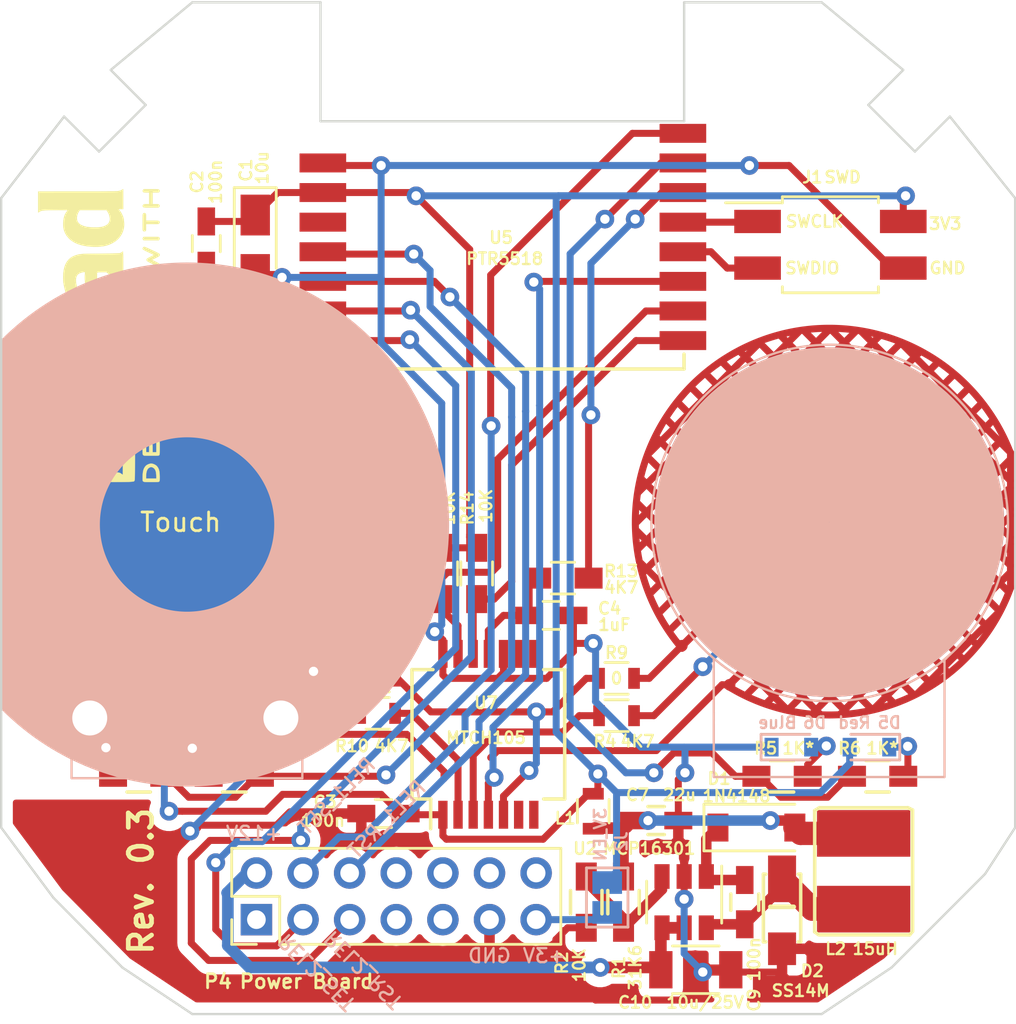
<source format=kicad_pcb>
(kicad_pcb (version 20170922) (host pcbnew no-vcs-found-72d4889~60~ubuntu16.04.1)

(general
  (thickness 1.6)
  (drawings 36)
  (tracks 379)
  (zones 0)
  (modules 42)
  (nets 45)
)

(page A4)
(layers
  (0 F.Cu signal)
  (31 B.Cu signal)
  (32 B.Adhes user)
  (33 F.Adhes user)
  (34 B.Paste user)
  (35 F.Paste user)
  (36 B.SilkS user)
  (37 F.SilkS user)
  (38 B.Mask user)
  (39 F.Mask user)
  (40 Dwgs.User user hide)
  (41 Cmts.User user)
  (42 Eco1.User user)
  (43 Eco2.User user)
  (44 Edge.Cuts user)
  (45 Margin user)
  (46 B.CrtYd user)
  (47 F.CrtYd user)
  (48 B.Fab user)
  (49 F.Fab user)
)


(setup
  (last_trace_width 0.3)
  (trace_clearance 0.3)
  (zone_clearance 0.45)
  (zone_45_only no)
  (trace_min 0.2)
  (segment_width 0.2)
  (edge_width 0.1)
  (via_size 0.8)
  (via_drill 0.4)
  (via_min_size 0.4)
  (via_min_drill 0.3)
  (uvia_size 0.3)
  (uvia_drill 0.1)
  (uvias_allowed no)
  (uvia_min_size 0.2)
  (uvia_min_drill 0.1)
  (pcb_text_width 0.3)
  (pcb_text_size 1.5 1.5)
  (mod_edge_width 0.15)
  (mod_text_size 0.5 0.5)
  (mod_text_width 0.1)
  (pad_size 1.5 1.5)
  (pad_drill 0.6)
  (pad_to_mask_clearance 0)
  (aux_axis_origin 0 0)
  (visible_elements 7FFFFF7F)
  (pcbplotparams
    (layerselection 0x010fc_ffffffff)
    (usegerberextensions true)
    (usegerberattributes true)
    (usegerberadvancedattributes true)
    (creategerberjobfile true)
    (excludeedgelayer true)
    (linewidth 0.100000)
    (plotframeref false)
    (viasonmask false)
    (mode 1)
    (useauxorigin false)
    (hpglpennumber 1)
    (hpglpenspeed 20)
    (hpglpendiameter 15)
    (psnegative false)
    (psa4output false)
    (plotreference true)
    (plotvalue true)
    (plotinvisibletext false)
    (padsonsilk false)
    (subtractmaskfromsilk true)
    (outputformat 1)
    (mirror false)
    (drillshape 0)
    (scaleselection 1)
    (outputdirectory gerber/))
)

(net 0 "")
(net 1 +3V3)
(net 2 GND)
(net 3 "Net-(C7-Pad1)")
(net 4 "Net-(C9-Pad2)")
(net 5 "Net-(C9-Pad1)")
(net 6 /12Vcc)
(net 7 "Net-(D3-Pad2)")
(net 8 "Net-(D4-Pad1)")
(net 9 "Net-(D5-Pad1)")
(net 10 "Net-(D6-Pad2)")
(net 11 /TS2)
(net 12 /S2_LEDs)
(net 13 /TS1)
(net 14 /S1_LEDs)
(net 15 "Net-(R1-Pad1)")
(net 16 /Relay2_Reset)
(net 17 /Relay1_Reset)
(net 18 /Relay2_Set)
(net 19 /Relay1_Set)
(net 20 /SWCLK)
(net 21 /SWDIO)
(net 22 "Net-(C4-Pad2)")
(net 23 "Net-(R3-Pad2)")
(net 24 "Net-(R3-Pad1)")
(net 25 "Net-(R4-Pad1)")
(net 26 "Net-(R4-Pad2)")
(net 27 "Net-(R9-Pad2)")
(net 28 "Net-(R10-Pad2)")
(net 29 "Net-(R10-Pad1)")
(net 30 /MTSA)
(net 31 /MTPM)
(net 32 "Net-(J2-Pad1)")
(net 33 "Net-(P4-Pad14)")
(net 34 "Net-(P4-Pad12)")
(net 35 "Net-(P4-Pad10)")
(net 36 "Net-(P4-Pad9)")
(net 37 "Net-(P4-Pad8)")
(net 38 "Net-(P4-Pad7)")
(net 39 "Net-(P4-Pad1)")
(net 40 "Net-(U5-Pad11)")
(net 41 "Net-(U7-Pad9)")
(net 42 "Net-(U7-Pad8)")
(net 43 "Net-(U7-Pad7)")
(net 44 "Net-(U7-Pad6)")

(net_class Default "This is the default net class."
  (clearance 0.3)
  (trace_width 0.3)
  (via_dia 0.8)
  (via_drill 0.4)
  (uvia_dia 0.3)
  (uvia_drill 0.1)
  (add_net +3V3)
  (add_net /12Vcc)
  (add_net /MTPM)
  (add_net /MTSA)
  (add_net /Relay1_Reset)
  (add_net /Relay1_Set)
  (add_net /Relay2_Reset)
  (add_net /Relay2_Set)
  (add_net /S1_LEDs)
  (add_net /S2_LEDs)
  (add_net /SWCLK)
  (add_net /SWDIO)
  (add_net /TS1)
  (add_net /TS2)
  (add_net GND)
  (add_net "Net-(C4-Pad2)")
  (add_net "Net-(C7-Pad1)")
  (add_net "Net-(C9-Pad1)")
  (add_net "Net-(C9-Pad2)")
  (add_net "Net-(D3-Pad2)")
  (add_net "Net-(D4-Pad1)")
  (add_net "Net-(D5-Pad1)")
  (add_net "Net-(D6-Pad2)")
  (add_net "Net-(J2-Pad1)")
  (add_net "Net-(P4-Pad1)")
  (add_net "Net-(P4-Pad10)")
  (add_net "Net-(P4-Pad12)")
  (add_net "Net-(P4-Pad14)")
  (add_net "Net-(P4-Pad7)")
  (add_net "Net-(P4-Pad8)")
  (add_net "Net-(P4-Pad9)")
  (add_net "Net-(R1-Pad1)")
  (add_net "Net-(R10-Pad1)")
  (add_net "Net-(R10-Pad2)")
  (add_net "Net-(R3-Pad1)")
  (add_net "Net-(R3-Pad2)")
  (add_net "Net-(R4-Pad1)")
  (add_net "Net-(R4-Pad2)")
  (add_net "Net-(R9-Pad2)")
  (add_net "Net-(U5-Pad11)")
  (add_net "Net-(U7-Pad6)")
  (add_net "Net-(U7-Pad7)")
  (add_net "Net-(U7-Pad8)")
  (add_net "Net-(U7-Pad9)")
)

  (module Symbols:KiCad-Logo2_6mm_SilkScreen (layer F.Cu) (tedit 0) (tstamp 59E51DBE)
    (at 124.5 84.5 90)
    (descr "KiCad Logo")
    (tags "Logo KiCad")
    (attr virtual)
    (fp_text reference REF*** (at 0 0 90) (layer F.SilkS) hide
      (effects (font (size 1 1) (thickness 0.15)))
    )
    (fp_text value KiCad-Logo2_6mm_SilkScreen (at 0.75 0 90) (layer F.Fab) hide
      (effects (font (size 1 1) (thickness 0.15)))
    )
    (fp_poly (pts (xy -6.121371 2.269066) (xy -6.081889 2.269467) (xy -5.9662 2.272259) (xy -5.869311 2.28055)
      (xy -5.787919 2.295232) (xy -5.718723 2.317193) (xy -5.65842 2.347322) (xy -5.603708 2.38651)
      (xy -5.584167 2.403532) (xy -5.55175 2.443363) (xy -5.52252 2.497413) (xy -5.499991 2.557323)
      (xy -5.487679 2.614739) (xy -5.4864 2.635956) (xy -5.494417 2.694769) (xy -5.515899 2.759013)
      (xy -5.546999 2.819821) (xy -5.583866 2.86833) (xy -5.589854 2.874182) (xy -5.640579 2.915321)
      (xy -5.696125 2.947435) (xy -5.759696 2.971365) (xy -5.834494 2.987953) (xy -5.923722 2.998041)
      (xy -6.030582 3.002469) (xy -6.079528 3.002845) (xy -6.141762 3.002545) (xy -6.185528 3.001292)
      (xy -6.214931 2.998554) (xy -6.234079 2.993801) (xy -6.247077 2.986501) (xy -6.254045 2.980267)
      (xy -6.260626 2.972694) (xy -6.265788 2.962924) (xy -6.269703 2.94834) (xy -6.272543 2.926326)
      (xy -6.27448 2.894264) (xy -6.275684 2.849536) (xy -6.276328 2.789526) (xy -6.276583 2.711617)
      (xy -6.276622 2.635956) (xy -6.27687 2.535041) (xy -6.276817 2.454427) (xy -6.275857 2.415822)
      (xy -6.129867 2.415822) (xy -6.129867 2.856089) (xy -6.036734 2.856004) (xy -5.980693 2.854396)
      (xy -5.921999 2.850256) (xy -5.873028 2.844464) (xy -5.871538 2.844226) (xy -5.792392 2.82509)
      (xy -5.731002 2.795287) (xy -5.684305 2.752878) (xy -5.654635 2.706961) (xy -5.636353 2.656026)
      (xy -5.637771 2.6082) (xy -5.658988 2.556933) (xy -5.700489 2.503899) (xy -5.757998 2.4646)
      (xy -5.83275 2.438331) (xy -5.882708 2.429035) (xy -5.939416 2.422507) (xy -5.999519 2.417782)
      (xy -6.050639 2.415817) (xy -6.053667 2.415808) (xy -6.129867 2.415822) (xy -6.275857 2.415822)
      (xy -6.27526 2.391851) (xy -6.270998 2.345055) (xy -6.26283 2.311778) (xy -6.249556 2.289759)
      (xy -6.229974 2.276739) (xy -6.202883 2.270457) (xy -6.167082 2.268653) (xy -6.121371 2.269066)) (layer F.SilkS) (width 0.01))
    (fp_poly (pts (xy -4.712794 2.269146) (xy -4.643386 2.269518) (xy -4.590997 2.270385) (xy -4.552847 2.271946)
      (xy -4.526159 2.274403) (xy -4.508153 2.277957) (xy -4.496049 2.28281) (xy -4.487069 2.289161)
      (xy -4.483818 2.292084) (xy -4.464043 2.323142) (xy -4.460482 2.358828) (xy -4.473491 2.39051)
      (xy -4.479506 2.396913) (xy -4.489235 2.403121) (xy -4.504901 2.40791) (xy -4.529408 2.411514)
      (xy -4.565661 2.414164) (xy -4.616565 2.416095) (xy -4.685026 2.417539) (xy -4.747617 2.418418)
      (xy -4.995334 2.421467) (xy -4.998719 2.486378) (xy -5.002105 2.551289) (xy -4.833958 2.551289)
      (xy -4.760959 2.551919) (xy -4.707517 2.554553) (xy -4.670628 2.560309) (xy -4.647288 2.570304)
      (xy -4.634494 2.585656) (xy -4.629242 2.607482) (xy -4.628445 2.627738) (xy -4.630923 2.652592)
      (xy -4.640277 2.670906) (xy -4.659383 2.683637) (xy -4.691118 2.691741) (xy -4.738359 2.696176)
      (xy -4.803983 2.697899) (xy -4.839801 2.698045) (xy -5.000978 2.698045) (xy -5.000978 2.856089)
      (xy -4.752622 2.856089) (xy -4.671213 2.856202) (xy -4.609342 2.856712) (xy -4.563968 2.85787)
      (xy -4.532054 2.85993) (xy -4.510559 2.863146) (xy -4.496443 2.867772) (xy -4.486668 2.874059)
      (xy -4.481689 2.878667) (xy -4.46461 2.90556) (xy -4.459111 2.929467) (xy -4.466963 2.958667)
      (xy -4.481689 2.980267) (xy -4.489546 2.987066) (xy -4.499688 2.992346) (xy -4.514844 2.996298)
      (xy -4.537741 2.999113) (xy -4.571109 3.000982) (xy -4.617675 3.002098) (xy -4.680167 3.002651)
      (xy -4.761314 3.002833) (xy -4.803422 3.002845) (xy -4.893598 3.002765) (xy -4.963924 3.002398)
      (xy -5.017129 3.001552) (xy -5.05594 3.000036) (xy -5.083087 2.997659) (xy -5.101298 2.994229)
      (xy -5.1133 2.989554) (xy -5.121822 2.983444) (xy -5.125156 2.980267) (xy -5.131755 2.97267)
      (xy -5.136927 2.96287) (xy -5.140846 2.948239) (xy -5.143684 2.926152) (xy -5.145615 2.893982)
      (xy -5.146812 2.849103) (xy -5.147448 2.788889) (xy -5.147697 2.710713) (xy -5.147734 2.637923)
      (xy -5.1477 2.544707) (xy -5.147465 2.471431) (xy -5.14683 2.415458) (xy -5.145594 2.374151)
      (xy -5.143556 2.344872) (xy -5.140517 2.324984) (xy -5.136277 2.31185) (xy -5.130635 2.302832)
      (xy -5.123391 2.295293) (xy -5.121606 2.293612) (xy -5.112945 2.286172) (xy -5.102882 2.280409)
      (xy -5.088625 2.276112) (xy -5.067383 2.273064) (xy -5.036364 2.271051) (xy -4.992777 2.26986)
      (xy -4.933831 2.269275) (xy -4.856734 2.269083) (xy -4.802001 2.269067) (xy -4.712794 2.269146)) (layer F.SilkS) (width 0.01))
    (fp_poly (pts (xy -3.691703 2.270351) (xy -3.616888 2.275581) (xy -3.547306 2.28375) (xy -3.487002 2.29455)
      (xy -3.44002 2.307673) (xy -3.410406 2.322813) (xy -3.40586 2.327269) (xy -3.390054 2.36185)
      (xy -3.394847 2.397351) (xy -3.419364 2.427725) (xy -3.420534 2.428596) (xy -3.434954 2.437954)
      (xy -3.450008 2.442876) (xy -3.471005 2.443473) (xy -3.503257 2.439861) (xy -3.552073 2.432154)
      (xy -3.556 2.431505) (xy -3.628739 2.422569) (xy -3.707217 2.418161) (xy -3.785927 2.418119)
      (xy -3.859361 2.422279) (xy -3.922011 2.430479) (xy -3.96837 2.442557) (xy -3.971416 2.443771)
      (xy -4.005048 2.462615) (xy -4.016864 2.481685) (xy -4.007614 2.500439) (xy -3.978047 2.518337)
      (xy -3.928911 2.534837) (xy -3.860957 2.549396) (xy -3.815645 2.556406) (xy -3.721456 2.569889)
      (xy -3.646544 2.582214) (xy -3.587717 2.594449) (xy -3.541785 2.607661) (xy -3.505555 2.622917)
      (xy -3.475838 2.641285) (xy -3.449442 2.663831) (xy -3.42823 2.685971) (xy -3.403065 2.716819)
      (xy -3.390681 2.743345) (xy -3.386808 2.776026) (xy -3.386667 2.787995) (xy -3.389576 2.827712)
      (xy -3.401202 2.857259) (xy -3.421323 2.883486) (xy -3.462216 2.923576) (xy -3.507817 2.954149)
      (xy -3.561513 2.976203) (xy -3.626692 2.990735) (xy -3.706744 2.998741) (xy -3.805057 3.001218)
      (xy -3.821289 3.001177) (xy -3.886849 2.999818) (xy -3.951866 2.99673) (xy -4.009252 2.992356)
      (xy -4.051922 2.98714) (xy -4.055372 2.986541) (xy -4.097796 2.976491) (xy -4.13378 2.963796)
      (xy -4.15415 2.95219) (xy -4.173107 2.921572) (xy -4.174427 2.885918) (xy -4.158085 2.854144)
      (xy -4.154429 2.850551) (xy -4.139315 2.839876) (xy -4.120415 2.835276) (xy -4.091162 2.836059)
      (xy -4.055651 2.840127) (xy -4.01597 2.843762) (xy -3.960345 2.846828) (xy -3.895406 2.849053)
      (xy -3.827785 2.850164) (xy -3.81 2.850237) (xy -3.742128 2.849964) (xy -3.692454 2.848646)
      (xy -3.65661 2.845827) (xy -3.630224 2.84105) (xy -3.608926 2.833857) (xy -3.596126 2.827867)
      (xy -3.568 2.811233) (xy -3.550068 2.796168) (xy -3.547447 2.791897) (xy -3.552976 2.774263)
      (xy -3.57926 2.757192) (xy -3.624478 2.741458) (xy -3.686808 2.727838) (xy -3.705171 2.724804)
      (xy -3.80109 2.709738) (xy -3.877641 2.697146) (xy -3.93778 2.686111) (xy -3.98446 2.67572)
      (xy -4.020637 2.665056) (xy -4.049265 2.653205) (xy -4.073298 2.639251) (xy -4.095692 2.622281)
      (xy -4.119402 2.601378) (xy -4.12738 2.594049) (xy -4.155353 2.566699) (xy -4.17016 2.545029)
      (xy -4.175952 2.520232) (xy -4.176889 2.488983) (xy -4.166575 2.427705) (xy -4.135752 2.37564)
      (xy -4.084595 2.332958) (xy -4.013283 2.299825) (xy -3.9624 2.284964) (xy -3.9071 2.275366)
      (xy -3.840853 2.269936) (xy -3.767706 2.268367) (xy -3.691703 2.270351)) (layer F.SilkS) (width 0.01))
    (fp_poly (pts (xy -2.923822 2.291645) (xy -2.917242 2.299218) (xy -2.912079 2.308987) (xy -2.908164 2.323571)
      (xy -2.905324 2.345585) (xy -2.903387 2.377648) (xy -2.902183 2.422375) (xy -2.901539 2.482385)
      (xy -2.901284 2.560294) (xy -2.901245 2.635956) (xy -2.901314 2.729802) (xy -2.901638 2.803689)
      (xy -2.902386 2.860232) (xy -2.903732 2.902049) (xy -2.905846 2.931757) (xy -2.9089 2.951973)
      (xy -2.913066 2.965314) (xy -2.918516 2.974398) (xy -2.923822 2.980267) (xy -2.956826 2.999947)
      (xy -2.991991 2.998181) (xy -3.023455 2.976717) (xy -3.030684 2.968337) (xy -3.036334 2.958614)
      (xy -3.040599 2.944861) (xy -3.043673 2.924389) (xy -3.045752 2.894512) (xy -3.04703 2.852541)
      (xy -3.047701 2.795789) (xy -3.047959 2.721567) (xy -3.048 2.637537) (xy -3.048 2.324485)
      (xy -3.020291 2.296776) (xy -2.986137 2.273463) (xy -2.953006 2.272623) (xy -2.923822 2.291645)) (layer F.SilkS) (width 0.01))
    (fp_poly (pts (xy -1.950081 2.274599) (xy -1.881565 2.286095) (xy -1.828943 2.303967) (xy -1.794708 2.327499)
      (xy -1.785379 2.340924) (xy -1.775893 2.372148) (xy -1.782277 2.400395) (xy -1.80243 2.427182)
      (xy -1.833745 2.439713) (xy -1.879183 2.438696) (xy -1.914326 2.431906) (xy -1.992419 2.418971)
      (xy -2.072226 2.417742) (xy -2.161555 2.428241) (xy -2.186229 2.43269) (xy -2.269291 2.456108)
      (xy -2.334273 2.490945) (xy -2.380461 2.536604) (xy -2.407145 2.592494) (xy -2.412663 2.621388)
      (xy -2.409051 2.680012) (xy -2.385729 2.731879) (xy -2.344824 2.775978) (xy -2.288459 2.811299)
      (xy -2.21876 2.836829) (xy -2.137852 2.851559) (xy -2.04786 2.854478) (xy -1.95091 2.844575)
      (xy -1.945436 2.843641) (xy -1.906875 2.836459) (xy -1.885494 2.829521) (xy -1.876227 2.819227)
      (xy -1.874006 2.801976) (xy -1.873956 2.792841) (xy -1.873956 2.754489) (xy -1.942431 2.754489)
      (xy -2.0029 2.750347) (xy -2.044165 2.737147) (xy -2.068175 2.71373) (xy -2.076877 2.678936)
      (xy -2.076983 2.674394) (xy -2.071892 2.644654) (xy -2.054433 2.623419) (xy -2.021939 2.609366)
      (xy -1.971743 2.601173) (xy -1.923123 2.598161) (xy -1.852456 2.596433) (xy -1.801198 2.59907)
      (xy -1.766239 2.6088) (xy -1.74447 2.628353) (xy -1.73278 2.660456) (xy -1.72806 2.707838)
      (xy -1.7272 2.770071) (xy -1.728609 2.839535) (xy -1.732848 2.886786) (xy -1.739936 2.912012)
      (xy -1.741311 2.913988) (xy -1.780228 2.945508) (xy -1.837286 2.97047) (xy -1.908869 2.98834)
      (xy -1.991358 2.998586) (xy -2.081139 3.000673) (xy -2.174592 2.994068) (xy -2.229556 2.985956)
      (xy -2.315766 2.961554) (xy -2.395892 2.921662) (xy -2.462977 2.869887) (xy -2.473173 2.859539)
      (xy -2.506302 2.816035) (xy -2.536194 2.762118) (xy -2.559357 2.705592) (xy -2.572298 2.654259)
      (xy -2.573858 2.634544) (xy -2.567218 2.593419) (xy -2.549568 2.542252) (xy -2.524297 2.488394)
      (xy -2.494789 2.439195) (xy -2.468719 2.406334) (xy -2.407765 2.357452) (xy -2.328969 2.318545)
      (xy -2.235157 2.290494) (xy -2.12915 2.274179) (xy -2.032 2.270192) (xy -1.950081 2.274599)) (layer F.SilkS) (width 0.01))
    (fp_poly (pts (xy -1.300114 2.273448) (xy -1.276548 2.287273) (xy -1.245735 2.309881) (xy -1.206078 2.342338)
      (xy -1.15598 2.385708) (xy -1.093843 2.441058) (xy -1.018072 2.509451) (xy -0.931334 2.588084)
      (xy -0.750711 2.751878) (xy -0.745067 2.532029) (xy -0.743029 2.456351) (xy -0.741063 2.399994)
      (xy -0.738734 2.359706) (xy -0.735606 2.332235) (xy -0.731245 2.314329) (xy -0.725216 2.302737)
      (xy -0.717084 2.294208) (xy -0.712772 2.290623) (xy -0.678241 2.27167) (xy -0.645383 2.274441)
      (xy -0.619318 2.290633) (xy -0.592667 2.312199) (xy -0.589352 2.627151) (xy -0.588435 2.719779)
      (xy -0.587968 2.792544) (xy -0.588113 2.848161) (xy -0.589032 2.889342) (xy -0.590887 2.918803)
      (xy -0.593839 2.939255) (xy -0.59805 2.953413) (xy -0.603682 2.963991) (xy -0.609927 2.972474)
      (xy -0.623439 2.988207) (xy -0.636883 2.998636) (xy -0.652124 3.002639) (xy -0.671026 2.999094)
      (xy -0.695455 2.986879) (xy -0.727273 2.964871) (xy -0.768348 2.931949) (xy -0.820542 2.886991)
      (xy -0.885722 2.828875) (xy -0.959556 2.762099) (xy -1.224845 2.521458) (xy -1.230489 2.740589)
      (xy -1.232531 2.816128) (xy -1.234502 2.872354) (xy -1.236839 2.912524) (xy -1.239981 2.939896)
      (xy -1.244364 2.957728) (xy -1.250424 2.969279) (xy -1.2586 2.977807) (xy -1.262784 2.981282)
      (xy -1.299765 3.000372) (xy -1.334708 2.997493) (xy -1.365136 2.9731) (xy -1.372097 2.963286)
      (xy -1.377523 2.951826) (xy -1.381603 2.935968) (xy -1.384529 2.912963) (xy -1.386492 2.880062)
      (xy -1.387683 2.834516) (xy -1.388292 2.773573) (xy -1.388511 2.694486) (xy -1.388534 2.635956)
      (xy -1.38846 2.544407) (xy -1.388113 2.472687) (xy -1.387301 2.418045) (xy -1.385833 2.377732)
      (xy -1.383519 2.348998) (xy -1.380167 2.329093) (xy -1.375588 2.315268) (xy -1.369589 2.304772)
      (xy -1.365136 2.298811) (xy -1.35385 2.284691) (xy -1.343301 2.274029) (xy -1.331893 2.267892)
      (xy -1.31803 2.267343) (xy -1.300114 2.273448)) (layer F.SilkS) (width 0.01))
    (fp_poly (pts (xy 0.230343 2.26926) (xy 0.306701 2.270174) (xy 0.365217 2.272311) (xy 0.408255 2.276175)
      (xy 0.438183 2.282267) (xy 0.457368 2.29109) (xy 0.468176 2.303146) (xy 0.472973 2.318939)
      (xy 0.474127 2.33897) (xy 0.474133 2.341335) (xy 0.473131 2.363992) (xy 0.468396 2.381503)
      (xy 0.457333 2.394574) (xy 0.437348 2.403913) (xy 0.405846 2.410227) (xy 0.360232 2.414222)
      (xy 0.297913 2.416606) (xy 0.216293 2.418086) (xy 0.191277 2.418414) (xy -0.0508 2.421467)
      (xy -0.054186 2.486378) (xy -0.057571 2.551289) (xy 0.110576 2.551289) (xy 0.176266 2.551531)
      (xy 0.223172 2.552556) (xy 0.255083 2.554811) (xy 0.275791 2.558742) (xy 0.289084 2.564798)
      (xy 0.298755 2.573424) (xy 0.298817 2.573493) (xy 0.316356 2.607112) (xy 0.315722 2.643448)
      (xy 0.297314 2.674423) (xy 0.293671 2.677607) (xy 0.280741 2.685812) (xy 0.263024 2.691521)
      (xy 0.23657 2.695162) (xy 0.197432 2.697167) (xy 0.141662 2.697964) (xy 0.105994 2.698045)
      (xy -0.056445 2.698045) (xy -0.056445 2.856089) (xy 0.190161 2.856089) (xy 0.27158 2.856231)
      (xy 0.33341 2.856814) (xy 0.378637 2.858068) (xy 0.410248 2.860227) (xy 0.431231 2.863523)
      (xy 0.444573 2.868189) (xy 0.453261 2.874457) (xy 0.45545 2.876733) (xy 0.471614 2.90828)
      (xy 0.472797 2.944168) (xy 0.459536 2.975285) (xy 0.449043 2.985271) (xy 0.438129 2.990769)
      (xy 0.421217 2.995022) (xy 0.395633 2.99818) (xy 0.358701 3.000392) (xy 0.307746 3.001806)
      (xy 0.240094 3.002572) (xy 0.153069 3.002838) (xy 0.133394 3.002845) (xy 0.044911 3.002787)
      (xy -0.023773 3.002467) (xy -0.075436 3.001667) (xy -0.112855 3.000167) (xy -0.13881 2.997749)
      (xy -0.156078 2.994194) (xy -0.167438 2.989282) (xy -0.175668 2.982795) (xy -0.180183 2.978138)
      (xy -0.186979 2.969889) (xy -0.192288 2.959669) (xy -0.196294 2.9448) (xy -0.199179 2.922602)
      (xy -0.201126 2.890393) (xy -0.202319 2.845496) (xy -0.202939 2.785228) (xy -0.203171 2.706911)
      (xy -0.2032 2.640994) (xy -0.203129 2.548628) (xy -0.202792 2.476117) (xy -0.202002 2.420737)
      (xy -0.200574 2.379765) (xy -0.198321 2.350478) (xy -0.195057 2.330153) (xy -0.190596 2.316066)
      (xy -0.184752 2.305495) (xy -0.179803 2.298811) (xy -0.156406 2.269067) (xy 0.133774 2.269067)
      (xy 0.230343 2.26926)) (layer F.SilkS) (width 0.01))
    (fp_poly (pts (xy 1.018309 2.269275) (xy 1.147288 2.273636) (xy 1.256991 2.286861) (xy 1.349226 2.309741)
      (xy 1.425802 2.34307) (xy 1.488527 2.387638) (xy 1.539212 2.444236) (xy 1.579663 2.513658)
      (xy 1.580459 2.515351) (xy 1.604601 2.577483) (xy 1.613203 2.632509) (xy 1.606231 2.687887)
      (xy 1.583654 2.751073) (xy 1.579372 2.760689) (xy 1.550172 2.816966) (xy 1.517356 2.860451)
      (xy 1.475002 2.897417) (xy 1.41719 2.934135) (xy 1.413831 2.936052) (xy 1.363504 2.960227)
      (xy 1.306621 2.978282) (xy 1.239527 2.990839) (xy 1.158565 2.998522) (xy 1.060082 3.001953)
      (xy 1.025286 3.002251) (xy 0.859594 3.002845) (xy 0.836197 2.9731) (xy 0.829257 2.963319)
      (xy 0.823842 2.951897) (xy 0.819765 2.936095) (xy 0.816837 2.913175) (xy 0.814867 2.880396)
      (xy 0.814225 2.856089) (xy 0.970844 2.856089) (xy 1.064726 2.856089) (xy 1.119664 2.854483)
      (xy 1.17606 2.850255) (xy 1.222345 2.844292) (xy 1.225139 2.84379) (xy 1.307348 2.821736)
      (xy 1.371114 2.7886) (xy 1.418452 2.742847) (xy 1.451382 2.682939) (xy 1.457108 2.667061)
      (xy 1.462721 2.642333) (xy 1.460291 2.617902) (xy 1.448467 2.5854) (xy 1.44134 2.569434)
      (xy 1.418 2.527006) (xy 1.38988 2.49724) (xy 1.35894 2.476511) (xy 1.296966 2.449537)
      (xy 1.217651 2.429998) (xy 1.125253 2.418746) (xy 1.058333 2.41627) (xy 0.970844 2.415822)
      (xy 0.970844 2.856089) (xy 0.814225 2.856089) (xy 0.813668 2.835021) (xy 0.81305 2.774311)
      (xy 0.812825 2.695526) (xy 0.8128 2.63392) (xy 0.8128 2.324485) (xy 0.840509 2.296776)
      (xy 0.852806 2.285544) (xy 0.866103 2.277853) (xy 0.884672 2.27304) (xy 0.912786 2.270446)
      (xy 0.954717 2.26941) (xy 1.014737 2.26927) (xy 1.018309 2.269275)) (layer F.SilkS) (width 0.01))
    (fp_poly (pts (xy 3.744665 2.271034) (xy 3.764255 2.278035) (xy 3.76501 2.278377) (xy 3.791613 2.298678)
      (xy 3.80627 2.319561) (xy 3.809138 2.329352) (xy 3.808996 2.342361) (xy 3.804961 2.360895)
      (xy 3.796146 2.387257) (xy 3.781669 2.423752) (xy 3.760645 2.472687) (xy 3.732188 2.536365)
      (xy 3.695415 2.617093) (xy 3.675175 2.661216) (xy 3.638625 2.739985) (xy 3.604315 2.812423)
      (xy 3.573552 2.87588) (xy 3.547648 2.927708) (xy 3.52791 2.965259) (xy 3.51565 2.985884)
      (xy 3.513224 2.988733) (xy 3.482183 3.001302) (xy 3.447121 2.999619) (xy 3.419 2.984332)
      (xy 3.417854 2.983089) (xy 3.406668 2.966154) (xy 3.387904 2.93317) (xy 3.363875 2.88838)
      (xy 3.336897 2.836032) (xy 3.327201 2.816742) (xy 3.254014 2.67015) (xy 3.17424 2.829393)
      (xy 3.145767 2.884415) (xy 3.11935 2.932132) (xy 3.097148 2.968893) (xy 3.081319 2.991044)
      (xy 3.075954 2.995741) (xy 3.034257 3.002102) (xy 2.999849 2.988733) (xy 2.989728 2.974446)
      (xy 2.972214 2.942692) (xy 2.948735 2.896597) (xy 2.92072 2.839285) (xy 2.889599 2.77388)
      (xy 2.856799 2.703507) (xy 2.82375 2.631291) (xy 2.791881 2.560355) (xy 2.762619 2.493825)
      (xy 2.737395 2.434826) (xy 2.717636 2.386481) (xy 2.704772 2.351915) (xy 2.700231 2.334253)
      (xy 2.700277 2.333613) (xy 2.711326 2.311388) (xy 2.73341 2.288753) (xy 2.73471 2.287768)
      (xy 2.761853 2.272425) (xy 2.786958 2.272574) (xy 2.796368 2.275466) (xy 2.807834 2.281718)
      (xy 2.82001 2.294014) (xy 2.834357 2.314908) (xy 2.852336 2.346949) (xy 2.875407 2.392688)
      (xy 2.90503 2.454677) (xy 2.931745 2.511898) (xy 2.96248 2.578226) (xy 2.990021 2.637874)
      (xy 3.012938 2.687725) (xy 3.029798 2.724664) (xy 3.039173 2.745573) (xy 3.04054 2.748845)
      (xy 3.046689 2.743497) (xy 3.060822 2.721109) (xy 3.081057 2.684946) (xy 3.105515 2.638277)
      (xy 3.115248 2.619022) (xy 3.148217 2.554004) (xy 3.173643 2.506654) (xy 3.193612 2.474219)
      (xy 3.21021 2.453946) (xy 3.225524 2.443082) (xy 3.24164 2.438875) (xy 3.252143 2.4384)
      (xy 3.27067 2.440042) (xy 3.286904 2.446831) (xy 3.303035 2.461566) (xy 3.321251 2.487044)
      (xy 3.343739 2.526061) (xy 3.372689 2.581414) (xy 3.388662 2.612903) (xy 3.41457 2.663087)
      (xy 3.437167 2.704704) (xy 3.454458 2.734242) (xy 3.46445 2.748189) (xy 3.465809 2.74877)
      (xy 3.472261 2.737793) (xy 3.486708 2.70929) (xy 3.507703 2.666244) (xy 3.533797 2.611638)
      (xy 3.563546 2.548454) (xy 3.57818 2.517071) (xy 3.61625 2.436078) (xy 3.646905 2.373756)
      (xy 3.671737 2.328071) (xy 3.692337 2.296989) (xy 3.710298 2.278478) (xy 3.72721 2.270504)
      (xy 3.744665 2.271034)) (layer F.SilkS) (width 0.01))
    (fp_poly (pts (xy 4.188614 2.275877) (xy 4.212327 2.290647) (xy 4.238978 2.312227) (xy 4.238978 2.633773)
      (xy 4.238893 2.72783) (xy 4.238529 2.801932) (xy 4.237724 2.858704) (xy 4.236313 2.900768)
      (xy 4.234133 2.930748) (xy 4.231021 2.951267) (xy 4.226814 2.964949) (xy 4.221348 2.974416)
      (xy 4.217472 2.979082) (xy 4.186034 2.999575) (xy 4.150233 2.998739) (xy 4.118873 2.981264)
      (xy 4.092222 2.959684) (xy 4.092222 2.312227) (xy 4.118873 2.290647) (xy 4.144594 2.274949)
      (xy 4.1656 2.269067) (xy 4.188614 2.275877)) (layer F.SilkS) (width 0.01))
    (fp_poly (pts (xy 4.963065 2.269163) (xy 5.041772 2.269542) (xy 5.102863 2.270333) (xy 5.148817 2.27167)
      (xy 5.182114 2.273683) (xy 5.205236 2.276506) (xy 5.220662 2.280269) (xy 5.230871 2.285105)
      (xy 5.235813 2.288822) (xy 5.261457 2.321358) (xy 5.264559 2.355138) (xy 5.248711 2.385826)
      (xy 5.238348 2.398089) (xy 5.227196 2.40645) (xy 5.211035 2.411657) (xy 5.185642 2.414457)
      (xy 5.146798 2.415596) (xy 5.09028 2.415821) (xy 5.07918 2.415822) (xy 4.933244 2.415822)
      (xy 4.933244 2.686756) (xy 4.933148 2.772154) (xy 4.932711 2.837864) (xy 4.931712 2.886774)
      (xy 4.929928 2.921773) (xy 4.927137 2.945749) (xy 4.923117 2.961593) (xy 4.917645 2.972191)
      (xy 4.910666 2.980267) (xy 4.877734 3.000112) (xy 4.843354 2.998548) (xy 4.812176 2.975906)
      (xy 4.809886 2.9731) (xy 4.802429 2.962492) (xy 4.796747 2.950081) (xy 4.792601 2.93285)
      (xy 4.78975 2.907784) (xy 4.787954 2.871867) (xy 4.786972 2.822083) (xy 4.786564 2.755417)
      (xy 4.786489 2.679589) (xy 4.786489 2.415822) (xy 4.647127 2.415822) (xy 4.587322 2.415418)
      (xy 4.545918 2.41384) (xy 4.518748 2.410547) (xy 4.501646 2.404992) (xy 4.490443 2.396631)
      (xy 4.489083 2.395178) (xy 4.472725 2.361939) (xy 4.474172 2.324362) (xy 4.492978 2.291645)
      (xy 4.50025 2.285298) (xy 4.509627 2.280266) (xy 4.523609 2.276396) (xy 4.544696 2.273537)
      (xy 4.575389 2.271535) (xy 4.618189 2.270239) (xy 4.675595 2.269498) (xy 4.75011 2.269158)
      (xy 4.844233 2.269068) (xy 4.86426 2.269067) (xy 4.963065 2.269163)) (layer F.SilkS) (width 0.01))
    (fp_poly (pts (xy 6.228823 2.274533) (xy 6.260202 2.296776) (xy 6.287911 2.324485) (xy 6.287911 2.63392)
      (xy 6.287838 2.725799) (xy 6.287495 2.79784) (xy 6.286692 2.85278) (xy 6.285241 2.89336)
      (xy 6.282952 2.922317) (xy 6.279636 2.942391) (xy 6.275105 2.956321) (xy 6.269169 2.966845)
      (xy 6.264514 2.9731) (xy 6.233783 2.997673) (xy 6.198496 3.000341) (xy 6.166245 2.985271)
      (xy 6.155588 2.976374) (xy 6.148464 2.964557) (xy 6.144167 2.945526) (xy 6.141991 2.914992)
      (xy 6.141228 2.868662) (xy 6.141155 2.832871) (xy 6.141155 2.698045) (xy 5.644444 2.698045)
      (xy 5.644444 2.8207) (xy 5.643931 2.876787) (xy 5.641876 2.915333) (xy 5.637508 2.941361)
      (xy 5.630056 2.959897) (xy 5.621047 2.9731) (xy 5.590144 2.997604) (xy 5.555196 3.000506)
      (xy 5.521738 2.983089) (xy 5.512604 2.973959) (xy 5.506152 2.961855) (xy 5.501897 2.943001)
      (xy 5.499352 2.91362) (xy 5.498029 2.869937) (xy 5.497443 2.808175) (xy 5.497375 2.794)
      (xy 5.496891 2.677631) (xy 5.496641 2.581727) (xy 5.496723 2.504177) (xy 5.497231 2.442869)
      (xy 5.498262 2.39569) (xy 5.499913 2.36053) (xy 5.502279 2.335276) (xy 5.505457 2.317817)
      (xy 5.509544 2.306041) (xy 5.514634 2.297835) (xy 5.520266 2.291645) (xy 5.552128 2.271844)
      (xy 5.585357 2.274533) (xy 5.616735 2.296776) (xy 5.629433 2.311126) (xy 5.637526 2.326978)
      (xy 5.642042 2.349554) (xy 5.644006 2.384078) (xy 5.644444 2.435776) (xy 5.644444 2.551289)
      (xy 6.141155 2.551289) (xy 6.141155 2.432756) (xy 6.141662 2.378148) (xy 6.143698 2.341275)
      (xy 6.148035 2.317307) (xy 6.155447 2.301415) (xy 6.163733 2.291645) (xy 6.195594 2.271844)
      (xy 6.228823 2.274533)) (layer F.SilkS) (width 0.01))
    (fp_poly (pts (xy -2.9464 -2.510946) (xy -2.935535 -2.397007) (xy -2.903918 -2.289384) (xy -2.853015 -2.190385)
      (xy -2.784293 -2.102316) (xy -2.699219 -2.027484) (xy -2.602232 -1.969616) (xy -2.495964 -1.929995)
      (xy -2.38895 -1.911427) (xy -2.2833 -1.912566) (xy -2.181125 -1.93207) (xy -2.084534 -1.968594)
      (xy -1.995638 -2.020795) (xy -1.916546 -2.087327) (xy -1.849369 -2.166848) (xy -1.796217 -2.258013)
      (xy -1.759199 -2.359477) (xy -1.740427 -2.469898) (xy -1.738489 -2.519794) (xy -1.738489 -2.607733)
      (xy -1.68656 -2.607733) (xy -1.650253 -2.604889) (xy -1.623355 -2.593089) (xy -1.596249 -2.569351)
      (xy -1.557867 -2.530969) (xy -1.557867 -0.339398) (xy -1.557876 -0.077261) (xy -1.557908 0.163241)
      (xy -1.557972 0.383048) (xy -1.558076 0.583101) (xy -1.558227 0.764344) (xy -1.558434 0.927716)
      (xy -1.558706 1.07416) (xy -1.55905 1.204617) (xy -1.559474 1.320029) (xy -1.559987 1.421338)
      (xy -1.560597 1.509484) (xy -1.561312 1.58541) (xy -1.56214 1.650057) (xy -1.563089 1.704367)
      (xy -1.564167 1.74928) (xy -1.565383 1.78574) (xy -1.566745 1.814687) (xy -1.568261 1.837063)
      (xy -1.569938 1.853809) (xy -1.571786 1.865868) (xy -1.573813 1.87418) (xy -1.576025 1.879687)
      (xy -1.577108 1.881537) (xy -1.581271 1.888549) (xy -1.584805 1.894996) (xy -1.588635 1.9009)
      (xy -1.593682 1.906286) (xy -1.600871 1.911178) (xy -1.611123 1.915598) (xy -1.625364 1.919572)
      (xy -1.644514 1.923121) (xy -1.669499 1.92627) (xy -1.70124 1.929042) (xy -1.740662 1.931461)
      (xy -1.788686 1.933551) (xy -1.846237 1.935335) (xy -1.914237 1.936837) (xy -1.99361 1.93808)
      (xy -2.085279 1.939089) (xy -2.190166 1.939885) (xy -2.309196 1.940494) (xy -2.44329 1.940939)
      (xy -2.593373 1.941243) (xy -2.760367 1.94143) (xy -2.945196 1.941524) (xy -3.148783 1.941548)
      (xy -3.37205 1.941525) (xy -3.615922 1.94148) (xy -3.881321 1.941437) (xy -3.919704 1.941432)
      (xy -4.186682 1.941389) (xy -4.432002 1.941318) (xy -4.656583 1.941213) (xy -4.861345 1.941066)
      (xy -5.047206 1.940869) (xy -5.215088 1.940616) (xy -5.365908 1.9403) (xy -5.500587 1.939913)
      (xy -5.620044 1.939447) (xy -5.725199 1.938897) (xy -5.816971 1.938253) (xy -5.896279 1.937511)
      (xy -5.964043 1.936661) (xy -6.021182 1.935697) (xy -6.068617 1.934611) (xy -6.107266 1.933397)
      (xy -6.138049 1.932047) (xy -6.161885 1.930555) (xy -6.179694 1.928911) (xy -6.192395 1.927111)
      (xy -6.200908 1.925145) (xy -6.205266 1.923477) (xy -6.213728 1.919906) (xy -6.221497 1.91727)
      (xy -6.228602 1.914634) (xy -6.235073 1.911062) (xy -6.240939 1.905621) (xy -6.246229 1.897375)
      (xy -6.250974 1.88539) (xy -6.255202 1.868731) (xy -6.258943 1.846463) (xy -6.262227 1.817652)
      (xy -6.265083 1.781363) (xy -6.26754 1.736661) (xy -6.269629 1.682611) (xy -6.271378 1.618279)
      (xy -6.272817 1.54273) (xy -6.273976 1.45503) (xy -6.274883 1.354243) (xy -6.275569 1.239434)
      (xy -6.276063 1.10967) (xy -6.276395 0.964015) (xy -6.276593 0.801535) (xy -6.276687 0.621295)
      (xy -6.276708 0.42236) (xy -6.276685 0.203796) (xy -6.276646 -0.035332) (xy -6.276622 -0.29596)
      (xy -6.276622 -0.338111) (xy -6.276636 -0.601008) (xy -6.276661 -0.842268) (xy -6.276671 -1.062835)
      (xy -6.276642 -1.263648) (xy -6.276548 -1.445651) (xy -6.276362 -1.609784) (xy -6.276059 -1.756989)
      (xy -6.275614 -1.888208) (xy -6.275034 -1.998133) (xy -5.972197 -1.998133) (xy -5.932407 -1.940289)
      (xy -5.921236 -1.924521) (xy -5.911166 -1.910559) (xy -5.902138 -1.897216) (xy -5.894097 -1.883307)
      (xy -5.886986 -1.867644) (xy -5.880747 -1.849042) (xy -5.875325 -1.826314) (xy -5.870662 -1.798273)
      (xy -5.866701 -1.763733) (xy -5.863385 -1.721508) (xy -5.860659 -1.670411) (xy -5.858464 -1.609256)
      (xy -5.856745 -1.536856) (xy -5.855444 -1.452025) (xy -5.854505 -1.353578) (xy -5.85387 -1.240326)
      (xy -5.853484 -1.111084) (xy -5.853288 -0.964666) (xy -5.853227 -0.799884) (xy -5.853243 -0.615553)
      (xy -5.85328 -0.410487) (xy -5.853289 -0.287867) (xy -5.853265 -0.070918) (xy -5.853231 0.124642)
      (xy -5.853243 0.299999) (xy -5.853358 0.456341) (xy -5.85363 0.594857) (xy -5.854118 0.716734)
      (xy -5.854876 0.82316) (xy -5.855962 0.915322) (xy -5.857431 0.994409) (xy -5.85934 1.061608)
      (xy -5.861744 1.118107) (xy -5.864701 1.165093) (xy -5.868266 1.203755) (xy -5.872495 1.23528)
      (xy -5.877446 1.260855) (xy -5.883173 1.28167) (xy -5.889733 1.298911) (xy -5.897183 1.313765)
      (xy -5.905579 1.327422) (xy -5.914976 1.341069) (xy -5.925432 1.355893) (xy -5.931523 1.364783)
      (xy -5.970296 1.4224) (xy -5.438732 1.4224) (xy -5.315483 1.422365) (xy -5.212987 1.422215)
      (xy -5.12942 1.421878) (xy -5.062956 1.421286) (xy -5.011771 1.420367) (xy -4.974041 1.419051)
      (xy -4.94794 1.417269) (xy -4.931644 1.414951) (xy -4.923328 1.412026) (xy -4.921168 1.408424)
      (xy -4.923339 1.404075) (xy -4.924535 1.402645) (xy -4.949685 1.365573) (xy -4.975583 1.312772)
      (xy -4.999192 1.25077) (xy -5.007461 1.224357) (xy -5.012078 1.206416) (xy -5.015979 1.185355)
      (xy -5.019248 1.159089) (xy -5.021966 1.125532) (xy -5.024215 1.082599) (xy -5.026077 1.028204)
      (xy -5.027636 0.960262) (xy -5.028972 0.876688) (xy -5.030169 0.775395) (xy -5.031308 0.6543)
      (xy -5.031685 0.6096) (xy -5.032702 0.484449) (xy -5.03346 0.380082) (xy -5.033903 0.294707)
      (xy -5.03397 0.226533) (xy -5.033605 0.173765) (xy -5.032748 0.134614) (xy -5.031341 0.107285)
      (xy -5.029325 0.089986) (xy -5.026643 0.080926) (xy -5.023236 0.078312) (xy -5.019044 0.080351)
      (xy -5.014571 0.084667) (xy -5.004216 0.097602) (xy -4.982158 0.126676) (xy -4.949957 0.169759)
      (xy -4.909174 0.224718) (xy -4.86137 0.289423) (xy -4.808105 0.361742) (xy -4.75094 0.439544)
      (xy -4.691437 0.520698) (xy -4.631155 0.603072) (xy -4.571655 0.684536) (xy -4.514498 0.762957)
      (xy -4.461245 0.836204) (xy -4.413457 0.902147) (xy -4.372693 0.958654) (xy -4.340516 1.003593)
      (xy -4.318485 1.034834) (xy -4.313917 1.041466) (xy -4.290996 1.078369) (xy -4.264188 1.126359)
      (xy -4.238789 1.175897) (xy -4.235568 1.182577) (xy -4.21389 1.230772) (xy -4.201304 1.268334)
      (xy -4.195574 1.30416) (xy -4.194456 1.3462) (xy -4.19509 1.4224) (xy -3.040651 1.4224)
      (xy -3.131815 1.328669) (xy -3.178612 1.278775) (xy -3.228899 1.222295) (xy -3.274944 1.168026)
      (xy -3.295369 1.142673) (xy -3.325807 1.103128) (xy -3.365862 1.049916) (xy -3.414361 0.984667)
      (xy -3.470135 0.909011) (xy -3.532011 0.824577) (xy -3.598819 0.732994) (xy -3.669387 0.635892)
      (xy -3.742545 0.534901) (xy -3.817121 0.43165) (xy -3.891944 0.327768) (xy -3.965843 0.224885)
      (xy -4.037646 0.124631) (xy -4.106184 0.028636) (xy -4.170284 -0.061473) (xy -4.228775 -0.144064)
      (xy -4.280486 -0.217508) (xy -4.324247 -0.280176) (xy -4.358885 -0.330439) (xy -4.38323 -0.366666)
      (xy -4.396111 -0.387229) (xy -4.397869 -0.391332) (xy -4.38991 -0.402658) (xy -4.369115 -0.429838)
      (xy -4.336847 -0.471171) (xy -4.29447 -0.524956) (xy -4.243347 -0.589494) (xy -4.184841 -0.663082)
      (xy -4.120314 -0.744022) (xy -4.051131 -0.830612) (xy -3.978653 -0.921152) (xy -3.904246 -1.01394)
      (xy -3.844517 -1.088298) (xy -2.833511 -1.088298) (xy -2.827602 -1.075341) (xy -2.813272 -1.053092)
      (xy -2.812225 -1.051609) (xy -2.793438 -1.021456) (xy -2.773791 -0.984625) (xy -2.769892 -0.976489)
      (xy -2.766356 -0.96806) (xy -2.76323 -0.957941) (xy -2.760486 -0.94474) (xy -2.758092 -0.927062)
      (xy -2.756019 -0.903516) (xy -2.754235 -0.872707) (xy -2.752712 -0.833243) (xy -2.751419 -0.783731)
      (xy -2.750326 -0.722777) (xy -2.749403 -0.648989) (xy -2.748619 -0.560972) (xy -2.747945 -0.457335)
      (xy -2.74735 -0.336684) (xy -2.746805 -0.197626) (xy -2.746279 -0.038768) (xy -2.745745 0.140089)
      (xy -2.745206 0.325207) (xy -2.744772 0.489145) (xy -2.744509 0.633303) (xy -2.744484 0.759079)
      (xy -2.744765 0.867871) (xy -2.745419 0.961077) (xy -2.746514 1.040097) (xy -2.748118 1.106328)
      (xy -2.750297 1.16117) (xy -2.753119 1.206021) (xy -2.756651 1.242278) (xy -2.760961 1.271341)
      (xy -2.766117 1.294609) (xy -2.772185 1.313479) (xy -2.779233 1.329351) (xy -2.787329 1.343622)
      (xy -2.79654 1.357691) (xy -2.80504 1.370158) (xy -2.822176 1.396452) (xy -2.832322 1.414037)
      (xy -2.833511 1.417257) (xy -2.822604 1.418334) (xy -2.791411 1.419335) (xy -2.742223 1.420235)
      (xy -2.677333 1.42101) (xy -2.59903 1.421637) (xy -2.509607 1.422091) (xy -2.411356 1.422349)
      (xy -2.342445 1.4224) (xy -2.237452 1.42218) (xy -2.14061 1.421548) (xy -2.054107 1.420549)
      (xy -1.980132 1.419227) (xy -1.920874 1.417626) (xy -1.87852 1.415791) (xy -1.85526 1.413765)
      (xy -1.851378 1.412493) (xy -1.859076 1.397591) (xy -1.867074 1.38956) (xy -1.880246 1.372434)
      (xy -1.897485 1.342183) (xy -1.909407 1.317622) (xy -1.936045 1.258711) (xy -1.93912 0.081845)
      (xy -1.942195 -1.095022) (xy -2.387853 -1.095022) (xy -2.48567 -1.094858) (xy -2.576064 -1.094389)
      (xy -2.65663 -1.093653) (xy -2.724962 -1.092684) (xy -2.778656 -1.09152) (xy -2.815305 -1.090197)
      (xy -2.832504 -1.088751) (xy -2.833511 -1.088298) (xy -3.844517 -1.088298) (xy -3.82927 -1.107278)
      (xy -3.75509 -1.199463) (xy -3.683069 -1.288796) (xy -3.614569 -1.373576) (xy -3.550955 -1.452102)
      (xy -3.493588 -1.522674) (xy -3.443833 -1.583591) (xy -3.403052 -1.633153) (xy -3.385888 -1.653822)
      (xy -3.299596 -1.754484) (xy -3.222997 -1.837741) (xy -3.154183 -1.905562) (xy -3.091248 -1.959911)
      (xy -3.081867 -1.967278) (xy -3.042356 -1.997883) (xy -4.174116 -1.998133) (xy -4.168827 -1.950156)
      (xy -4.17213 -1.892812) (xy -4.193661 -1.824537) (xy -4.233635 -1.744788) (xy -4.278943 -1.672505)
      (xy -4.295161 -1.64986) (xy -4.323214 -1.612304) (xy -4.36143 -1.561979) (xy -4.408137 -1.501027)
      (xy -4.461661 -1.431589) (xy -4.520331 -1.355806) (xy -4.582475 -1.27582) (xy -4.646421 -1.193772)
      (xy -4.710495 -1.111804) (xy -4.773027 -1.032057) (xy -4.832343 -0.956673) (xy -4.886771 -0.887793)
      (xy -4.934639 -0.827558) (xy -4.974275 -0.778111) (xy -5.004006 -0.741592) (xy -5.022161 -0.720142)
      (xy -5.02522 -0.716844) (xy -5.028079 -0.724851) (xy -5.030293 -0.755145) (xy -5.031857 -0.807444)
      (xy -5.032767 -0.881469) (xy -5.03302 -0.976937) (xy -5.032613 -1.093566) (xy -5.031704 -1.213555)
      (xy -5.030382 -1.345667) (xy -5.028857 -1.457406) (xy -5.026881 -1.550975) (xy -5.024206 -1.628581)
      (xy -5.020582 -1.692426) (xy -5.015761 -1.744717) (xy -5.009494 -1.787656) (xy -5.001532 -1.823449)
      (xy -4.991627 -1.8543) (xy -4.979531 -1.882414) (xy -4.964993 -1.909995) (xy -4.950311 -1.935034)
      (xy -4.912314 -1.998133) (xy -5.972197 -1.998133) (xy -6.275034 -1.998133) (xy -6.275001 -2.004383)
      (xy -6.274195 -2.106456) (xy -6.27317 -2.195367) (xy -6.2719 -2.272059) (xy -6.27036 -2.337473)
      (xy -6.268524 -2.392551) (xy -6.266367 -2.438235) (xy -6.263863 -2.475466) (xy -6.260987 -2.505187)
      (xy -6.257713 -2.528338) (xy -6.254015 -2.545861) (xy -6.249869 -2.558699) (xy -6.245247 -2.567792)
      (xy -6.240126 -2.574082) (xy -6.234478 -2.578512) (xy -6.228279 -2.582022) (xy -6.221504 -2.585555)
      (xy -6.215508 -2.589124) (xy -6.210275 -2.5917) (xy -6.202099 -2.594028) (xy -6.189886 -2.596122)
      (xy -6.172541 -2.597993) (xy -6.148969 -2.599653) (xy -6.118077 -2.601116) (xy -6.078768 -2.602392)
      (xy -6.02995 -2.603496) (xy -5.970527 -2.604439) (xy -5.899404 -2.605233) (xy -5.815488 -2.605891)
      (xy -5.717683 -2.606425) (xy -5.604894 -2.606847) (xy -5.476029 -2.607171) (xy -5.329991 -2.607408)
      (xy -5.165686 -2.60757) (xy -4.98202 -2.60767) (xy -4.777897 -2.60772) (xy -4.566753 -2.607733)
      (xy -2.9464 -2.607733) (xy -2.9464 -2.510946)) (layer F.SilkS) (width 0.01))
    (fp_poly (pts (xy 0.328429 -2.050929) (xy 0.48857 -2.029755) (xy 0.65251 -1.989615) (xy 0.822313 -1.930111)
      (xy 1.000043 -1.850846) (xy 1.01131 -1.845301) (xy 1.069005 -1.817275) (xy 1.120552 -1.793198)
      (xy 1.162191 -1.774751) (xy 1.190162 -1.763614) (xy 1.199733 -1.761067) (xy 1.21895 -1.756059)
      (xy 1.223561 -1.751853) (xy 1.218458 -1.74142) (xy 1.202418 -1.715132) (xy 1.177288 -1.675743)
      (xy 1.144914 -1.626009) (xy 1.107143 -1.568685) (xy 1.065822 -1.506524) (xy 1.022798 -1.442282)
      (xy 0.979917 -1.378715) (xy 0.939026 -1.318575) (xy 0.901971 -1.26462) (xy 0.8706 -1.219603)
      (xy 0.846759 -1.186279) (xy 0.832294 -1.167403) (xy 0.830309 -1.165213) (xy 0.820191 -1.169862)
      (xy 0.79785 -1.187038) (xy 0.76728 -1.21356) (xy 0.751536 -1.228036) (xy 0.655047 -1.303318)
      (xy 0.548336 -1.358759) (xy 0.432832 -1.393859) (xy 0.309962 -1.40812) (xy 0.240561 -1.406949)
      (xy 0.119423 -1.389788) (xy 0.010205 -1.353906) (xy -0.087418 -1.299041) (xy -0.173772 -1.22493)
      (xy -0.249185 -1.131312) (xy -0.313982 -1.017924) (xy -0.351399 -0.931333) (xy -0.395252 -0.795634)
      (xy -0.427572 -0.64815) (xy -0.448443 -0.492686) (xy -0.457949 -0.333044) (xy -0.456173 -0.173027)
      (xy -0.443197 -0.016439) (xy -0.419106 0.132918) (xy -0.383982 0.27124) (xy -0.337908 0.394724)
      (xy -0.321627 0.428978) (xy -0.25338 0.543064) (xy -0.172921 0.639557) (xy -0.08143 0.71767)
      (xy 0.019911 0.776617) (xy 0.12992 0.815612) (xy 0.247415 0.833868) (xy 0.288883 0.835211)
      (xy 0.410441 0.82429) (xy 0.530878 0.791474) (xy 0.648666 0.737439) (xy 0.762277 0.662865)
      (xy 0.853685 0.584539) (xy 0.900215 0.540008) (xy 1.081483 0.837271) (xy 1.12658 0.911433)
      (xy 1.167819 0.979646) (xy 1.203735 1.039459) (xy 1.232866 1.08842) (xy 1.25375 1.124079)
      (xy 1.264924 1.143984) (xy 1.266375 1.147079) (xy 1.258146 1.156718) (xy 1.232567 1.173999)
      (xy 1.192873 1.197283) (xy 1.142297 1.224934) (xy 1.084074 1.255315) (xy 1.021437 1.28679)
      (xy 0.957621 1.317722) (xy 0.89586 1.346473) (xy 0.839388 1.371408) (xy 0.791438 1.390889)
      (xy 0.767986 1.399318) (xy 0.634221 1.437133) (xy 0.496327 1.462136) (xy 0.348622 1.47514)
      (xy 0.221833 1.477468) (xy 0.153878 1.476373) (xy 0.088277 1.474275) (xy 0.030847 1.471434)
      (xy -0.012597 1.468106) (xy -0.026702 1.466422) (xy -0.165716 1.437587) (xy -0.307243 1.392468)
      (xy -0.444725 1.33375) (xy -0.571606 1.26412) (xy -0.649111 1.211441) (xy -0.776519 1.103239)
      (xy -0.894822 0.976671) (xy -1.001828 0.834866) (xy -1.095348 0.680951) (xy -1.17319 0.518053)
      (xy -1.217044 0.400756) (xy -1.267292 0.217128) (xy -1.300791 0.022581) (xy -1.317551 -0.178675)
      (xy -1.317584 -0.382432) (xy -1.300899 -0.584479) (xy -1.267507 -0.780608) (xy -1.21742 -0.966609)
      (xy -1.213603 -0.978197) (xy -1.150719 -1.14025) (xy -1.073972 -1.288168) (xy -0.980758 -1.426135)
      (xy -0.868473 -1.558339) (xy -0.824608 -1.603601) (xy -0.688466 -1.727543) (xy -0.548509 -1.830085)
      (xy -0.402589 -1.912344) (xy -0.248558 -1.975436) (xy -0.084268 -2.020477) (xy 0.011289 -2.037967)
      (xy 0.170023 -2.053534) (xy 0.328429 -2.050929)) (layer F.SilkS) (width 0.01))
    (fp_poly (pts (xy 2.673574 -1.133448) (xy 2.825492 -1.113433) (xy 2.960756 -1.079798) (xy 3.080239 -1.032275)
      (xy 3.184815 -0.970595) (xy 3.262424 -0.907035) (xy 3.331265 -0.832901) (xy 3.385006 -0.753129)
      (xy 3.42791 -0.660909) (xy 3.443384 -0.617839) (xy 3.456244 -0.578858) (xy 3.467446 -0.542711)
      (xy 3.47712 -0.507566) (xy 3.485396 -0.47159) (xy 3.492403 -0.43295) (xy 3.498272 -0.389815)
      (xy 3.503131 -0.340351) (xy 3.50711 -0.282727) (xy 3.51034 -0.215109) (xy 3.512949 -0.135666)
      (xy 3.515067 -0.042564) (xy 3.516824 0.066027) (xy 3.518349 0.191942) (xy 3.519772 0.337012)
      (xy 3.521025 0.479778) (xy 3.522351 0.635968) (xy 3.523556 0.771239) (xy 3.524766 0.887246)
      (xy 3.526106 0.985645) (xy 3.5277 1.068093) (xy 3.529675 1.136246) (xy 3.532156 1.19176)
      (xy 3.535269 1.236292) (xy 3.539138 1.271498) (xy 3.543889 1.299034) (xy 3.549648 1.320556)
      (xy 3.556539 1.337722) (xy 3.564689 1.352186) (xy 3.574223 1.365606) (xy 3.585266 1.379638)
      (xy 3.589566 1.385071) (xy 3.605386 1.40791) (xy 3.612422 1.423463) (xy 3.612444 1.423922)
      (xy 3.601567 1.426121) (xy 3.570582 1.428147) (xy 3.521957 1.429942) (xy 3.458163 1.431451)
      (xy 3.381669 1.432616) (xy 3.294944 1.43338) (xy 3.200457 1.433686) (xy 3.18955 1.433689)
      (xy 2.766657 1.433689) (xy 2.763395 1.337622) (xy 2.760133 1.241556) (xy 2.698044 1.292543)
      (xy 2.600714 1.360057) (xy 2.490813 1.414749) (xy 2.404349 1.444978) (xy 2.335278 1.459666)
      (xy 2.251925 1.469659) (xy 2.162159 1.474646) (xy 2.073845 1.474313) (xy 1.994851 1.468351)
      (xy 1.958622 1.462638) (xy 1.818603 1.424776) (xy 1.692178 1.369932) (xy 1.58026 1.298924)
      (xy 1.483762 1.212568) (xy 1.4036 1.111679) (xy 1.340687 0.997076) (xy 1.296312 0.870984)
      (xy 1.283978 0.814401) (xy 1.276368 0.752202) (xy 1.272739 0.677363) (xy 1.272245 0.643467)
      (xy 1.27231 0.640282) (xy 2.032248 0.640282) (xy 2.041541 0.715333) (xy 2.069728 0.77916)
      (xy 2.118197 0.834798) (xy 2.123254 0.839211) (xy 2.171548 0.874037) (xy 2.223257 0.89662)
      (xy 2.283989 0.90854) (xy 2.359352 0.911383) (xy 2.377459 0.910978) (xy 2.431278 0.908325)
      (xy 2.471308 0.902909) (xy 2.506324 0.892745) (xy 2.545103 0.87585) (xy 2.555745 0.870672)
      (xy 2.616396 0.834844) (xy 2.663215 0.792212) (xy 2.675952 0.776973) (xy 2.720622 0.720462)
      (xy 2.720622 0.524586) (xy 2.720086 0.445939) (xy 2.718396 0.387988) (xy 2.715428 0.348875)
      (xy 2.711057 0.326741) (xy 2.706972 0.320274) (xy 2.691047 0.317111) (xy 2.657264 0.314488)
      (xy 2.61034 0.312655) (xy 2.554993 0.311857) (xy 2.546106 0.311842) (xy 2.42533 0.317096)
      (xy 2.32266 0.333263) (xy 2.236106 0.360961) (xy 2.163681 0.400808) (xy 2.108751 0.447758)
      (xy 2.064204 0.505645) (xy 2.03948 0.568693) (xy 2.032248 0.640282) (xy 1.27231 0.640282)
      (xy 1.274178 0.549712) (xy 1.282522 0.470812) (xy 1.298768 0.39959) (xy 1.324405 0.328864)
      (xy 1.348401 0.276493) (xy 1.40702 0.181196) (xy 1.485117 0.09317) (xy 1.580315 0.014017)
      (xy 1.690238 -0.05466) (xy 1.81251 -0.111259) (xy 1.944755 -0.154179) (xy 2.009422 -0.169118)
      (xy 2.145604 -0.191223) (xy 2.294049 -0.205806) (xy 2.445505 -0.212187) (xy 2.572064 -0.210555)
      (xy 2.73395 -0.203776) (xy 2.72653 -0.262755) (xy 2.707238 -0.361908) (xy 2.676104 -0.442628)
      (xy 2.632269 -0.505534) (xy 2.574871 -0.551244) (xy 2.503048 -0.580378) (xy 2.415941 -0.593553)
      (xy 2.312686 -0.591389) (xy 2.274711 -0.587388) (xy 2.13352 -0.56222) (xy 1.996707 -0.521186)
      (xy 1.902178 -0.483185) (xy 1.857018 -0.46381) (xy 1.818585 -0.44824) (xy 1.792234 -0.438595)
      (xy 1.784546 -0.436548) (xy 1.774802 -0.445626) (xy 1.758083 -0.474595) (xy 1.734232 -0.523783)
      (xy 1.703093 -0.593516) (xy 1.664507 -0.684121) (xy 1.65791 -0.699911) (xy 1.627853 -0.772228)
      (xy 1.600874 -0.837575) (xy 1.578136 -0.893094) (xy 1.560806 -0.935928) (xy 1.550048 -0.963219)
      (xy 1.546941 -0.972058) (xy 1.55694 -0.976813) (xy 1.583217 -0.98209) (xy 1.611489 -0.985769)
      (xy 1.641646 -0.990526) (xy 1.689433 -0.999972) (xy 1.750612 -1.01318) (xy 1.820946 -1.029224)
      (xy 1.896194 -1.04718) (xy 1.924755 -1.054203) (xy 2.029816 -1.079791) (xy 2.11748 -1.099853)
      (xy 2.192068 -1.115031) (xy 2.257903 -1.125965) (xy 2.319307 -1.133296) (xy 2.380602 -1.137665)
      (xy 2.44611 -1.139713) (xy 2.504128 -1.140111) (xy 2.673574 -1.133448)) (layer F.SilkS) (width 0.01))
    (fp_poly (pts (xy 6.186507 -0.527755) (xy 6.186526 -0.293338) (xy 6.186552 -0.080397) (xy 6.186625 0.112168)
      (xy 6.186782 0.285459) (xy 6.187064 0.440576) (xy 6.187509 0.57862) (xy 6.188156 0.700692)
      (xy 6.189045 0.807894) (xy 6.190213 0.901326) (xy 6.191701 0.98209) (xy 6.193546 1.051286)
      (xy 6.195789 1.110015) (xy 6.198469 1.159379) (xy 6.201623 1.200478) (xy 6.205292 1.234413)
      (xy 6.209513 1.262286) (xy 6.214327 1.285198) (xy 6.219773 1.304249) (xy 6.225888 1.32054)
      (xy 6.232712 1.335173) (xy 6.240285 1.349249) (xy 6.248645 1.363868) (xy 6.253839 1.372974)
      (xy 6.288104 1.433689) (xy 5.429955 1.433689) (xy 5.429955 1.337733) (xy 5.429224 1.29437)
      (xy 5.427272 1.261205) (xy 5.424463 1.243424) (xy 5.423221 1.241778) (xy 5.411799 1.248662)
      (xy 5.389084 1.266505) (xy 5.366385 1.285879) (xy 5.3118 1.326614) (xy 5.242321 1.367617)
      (xy 5.16527 1.405123) (xy 5.087965 1.435364) (xy 5.057113 1.445012) (xy 4.988616 1.459578)
      (xy 4.905764 1.469539) (xy 4.816371 1.474583) (xy 4.728248 1.474396) (xy 4.649207 1.468666)
      (xy 4.611511 1.462858) (xy 4.473414 1.424797) (xy 4.346113 1.367073) (xy 4.230292 1.290211)
      (xy 4.126637 1.194739) (xy 4.035833 1.081179) (xy 3.969031 0.970381) (xy 3.914164 0.853625)
      (xy 3.872163 0.734276) (xy 3.842167 0.608283) (xy 3.823311 0.471594) (xy 3.814732 0.320158)
      (xy 3.814006 0.242711) (xy 3.8161 0.185934) (xy 4.645217 0.185934) (xy 4.645424 0.279002)
      (xy 4.648337 0.366692) (xy 4.654 0.443772) (xy 4.662455 0.505009) (xy 4.665038 0.51735)
      (xy 4.69684 0.624633) (xy 4.738498 0.711658) (xy 4.790363 0.778642) (xy 4.852781 0.825805)
      (xy 4.9261 0.853365) (xy 5.010669 0.861541) (xy 5.106835 0.850551) (xy 5.170311 0.834829)
      (xy 5.219454 0.816639) (xy 5.273583 0.790791) (xy 5.314244 0.767089) (xy 5.3848 0.720721)
      (xy 5.3848 -0.42947) (xy 5.317392 -0.473038) (xy 5.238867 -0.51396) (xy 5.154681 -0.540611)
      (xy 5.069557 -0.552535) (xy 4.988216 -0.549278) (xy 4.91538 -0.530385) (xy 4.883426 -0.514816)
      (xy 4.825501 -0.471819) (xy 4.776544 -0.415047) (xy 4.73539 -0.342425) (xy 4.700874 -0.251879)
      (xy 4.671833 -0.141334) (xy 4.670552 -0.135467) (xy 4.660381 -0.073212) (xy 4.652739 0.004594)
      (xy 4.64767 0.09272) (xy 4.645217 0.185934) (xy 3.8161 0.185934) (xy 3.821857 0.029895)
      (xy 3.843802 -0.165941) (xy 3.879786 -0.344668) (xy 3.929759 -0.506155) (xy 3.993668 -0.650274)
      (xy 4.071462 -0.776894) (xy 4.163089 -0.885885) (xy 4.268497 -0.977117) (xy 4.313662 -1.008068)
      (xy 4.414611 -1.064215) (xy 4.517901 -1.103826) (xy 4.627989 -1.127986) (xy 4.74933 -1.137781)
      (xy 4.841836 -1.136735) (xy 4.97149 -1.125769) (xy 5.084084 -1.103954) (xy 5.182875 -1.070286)
      (xy 5.271121 -1.023764) (xy 5.319986 -0.989552) (xy 5.349353 -0.967638) (xy 5.371043 -0.952667)
      (xy 5.379253 -0.948267) (xy 5.380868 -0.959096) (xy 5.382159 -0.989749) (xy 5.383138 -1.037474)
      (xy 5.383817 -1.099521) (xy 5.38421 -1.173138) (xy 5.38433 -1.255573) (xy 5.384188 -1.344075)
      (xy 5.383797 -1.435893) (xy 5.383171 -1.528276) (xy 5.38232 -1.618472) (xy 5.38126 -1.703729)
      (xy 5.380001 -1.781297) (xy 5.378556 -1.848424) (xy 5.376938 -1.902359) (xy 5.375161 -1.94035)
      (xy 5.374669 -1.947333) (xy 5.367092 -2.017749) (xy 5.355531 -2.072898) (xy 5.337792 -2.120019)
      (xy 5.311682 -2.166353) (xy 5.305415 -2.175933) (xy 5.280983 -2.212622) (xy 6.186311 -2.212622)
      (xy 6.186507 -0.527755)) (layer F.SilkS) (width 0.01))
    (fp_poly (pts (xy -2.273043 -2.973429) (xy -2.176768 -2.949191) (xy -2.090184 -2.906359) (xy -2.015373 -2.846581)
      (xy -1.954418 -2.771506) (xy -1.909399 -2.68278) (xy -1.883136 -2.58647) (xy -1.877286 -2.489205)
      (xy -1.89214 -2.395346) (xy -1.92584 -2.307489) (xy -1.976528 -2.22823) (xy -2.042345 -2.160164)
      (xy -2.121434 -2.105888) (xy -2.211934 -2.067998) (xy -2.2632 -2.055574) (xy -2.307698 -2.048053)
      (xy -2.341999 -2.045081) (xy -2.37496 -2.046906) (xy -2.415434 -2.053775) (xy -2.448531 -2.06075)
      (xy -2.541947 -2.092259) (xy -2.625619 -2.143383) (xy -2.697665 -2.212571) (xy -2.7562 -2.298272)
      (xy -2.770148 -2.325511) (xy -2.786586 -2.361878) (xy -2.796894 -2.392418) (xy -2.80246 -2.42455)
      (xy -2.804669 -2.465693) (xy -2.804948 -2.511778) (xy -2.800861 -2.596135) (xy -2.787446 -2.665414)
      (xy -2.762256 -2.726039) (xy -2.722846 -2.784433) (xy -2.684298 -2.828698) (xy -2.612406 -2.894516)
      (xy -2.537313 -2.939947) (xy -2.454562 -2.96715) (xy -2.376928 -2.977424) (xy -2.273043 -2.973429)) (layer F.SilkS) (width 0.01))
  )

  (module myfootprints:PTR5518 (layer F.Cu) (tedit 5964C9D8) (tstamp 59483962)
    (at 142.6294 79.8332)
    (path /59483574)
    (attr smd)
    (fp_text reference U5 (at -0.4826 0.4572) (layer F.SilkS)
      (effects (font (size 0.5 0.5) (thickness 0.1)))
    )
    (fp_text value PTR5518 (at -0.3294 1.3668) (layer F.SilkS)
      (effects (font (size 0.5 0.5) (thickness 0.1)))
    )
    (fp_line (start 7.366 -4.5466) (end -8.255 -9.2766) (layer Dwgs.User) (width 0.15))
    (fp_line (start -8.255 -4.5466) (end 7.366 -9.271) (layer Dwgs.User) (width 0.15))
    (fp_line (start 7.366244 -4.5466) (end -8.255 -4.5466) (layer F.Fab) (width 0.15))
    (fp_line (start 7.366244 -4.5466) (end 7.366244 -9.2766) (layer F.Fab) (width 0.15))
    (fp_line (start 7.366244 -9.2766) (end -8.255 -9.2766) (layer F.Fab) (width 0.15))
    (fp_line (start -8.255 -3.2766) (end -8.255 -9.2766) (layer F.Fab) (width 0.15))
    (fp_line (start -8.255 6.096) (end -8.255 5.436874) (layer F.SilkS) (width 0.15))
    (fp_line (start 7.366 6.096) (end -8.255244 6.096) (layer F.SilkS) (width 0.15))
    (fp_line (start 7.366 5.461) (end 7.366 6.096507) (layer F.SilkS) (width 0.15))
    (pad 15 smd rect (at -8.1294 4.8768 270) (size 0.8128 2) (layers F.Cu F.Paste F.Mask)
      (net 16 /Relay2_Reset))
    (pad 1 smd rect (at 7.3166 4.8768 270) (size 0.8128 2) (layers F.Cu F.Paste F.Mask)
      (net 11 /TS2))
    (pad 14 smd rect (at -8.1294 3.6068 270) (size 0.8128 2) (layers F.Cu F.Paste F.Mask)
      (net 18 /Relay2_Set))
    (pad 2 smd rect (at 7.3166 3.6068 270) (size 0.8128 2) (layers F.Cu F.Paste F.Mask)
      (net 13 /TS1))
    (pad 13 smd rect (at -8.1294 2.3368 270) (size 0.8128 2) (layers F.Cu F.Paste F.Mask)
      (net 17 /Relay1_Reset))
    (pad 3 smd rect (at 7.3166 2.3368 270) (size 0.8128 2) (layers F.Cu F.Paste F.Mask)
      (net 31 /MTPM))
    (pad 12 smd rect (at -8.1294 1.0668 270) (size 0.8128 2) (layers F.Cu F.Paste F.Mask)
      (net 19 /Relay1_Set))
    (pad 4 smd rect (at 7.3166 1.0668 270) (size 0.8128 2) (layers F.Cu F.Paste F.Mask)
      (net 21 /SWDIO))
    (pad 11 smd rect (at -8.1294 -0.2032 270) (size 0.8128 2) (layers F.Cu F.Paste F.Mask)
      (net 40 "Net-(U5-Pad11)"))
    (pad 5 smd rect (at 7.3166 -0.2032 270) (size 0.8128 2) (layers F.Cu F.Paste F.Mask)
      (net 20 /SWCLK))
    (pad 10 smd rect (at -8.1294 -1.4732 270) (size 0.8128 2) (layers F.Cu F.Paste F.Mask)
      (net 1 +3V3))
    (pad 6 smd rect (at 7.3166 -1.4732 270) (size 0.8128 2) (layers F.Cu F.Paste F.Mask)
      (net 30 /MTSA))
    (pad 9 smd rect (at -8.1294 -2.7432 270) (size 0.8128 2) (layers F.Cu F.Paste F.Mask)
      (net 2 GND))
    (pad 7 smd rect (at 7.3166 -2.7432 270) (size 0.8128 2) (layers F.Cu F.Paste F.Mask)
      (net 14 /S1_LEDs))
    (pad 8 smd rect (at 7.3166 -4.0132 270) (size 0.8128 2) (layers F.Cu F.Paste F.Mask)
      (net 12 /S2_LEDs))
    (model ${KISYS3DMOD}/Radio_Modules.3dshapes/PTR5518.stp
      (at (xyz 0 0 0))
      (scale (xyz 1 1 1))
      (rotate (xyz 0 0 0))
    )
  )

  (module Resistors_SMD:R_0603 (layer F.Cu) (tedit 5964C74D) (tstamp 59648830)
    (at 147.1 100.8)
    (descr "Resistor SMD 0603, reflow soldering, Vishay (see dcrcw.pdf)")
    (tags "resistor 0603")
    (path /596552C4)
    (attr smd)
    (fp_text reference R4 (at -0.5 1.1) (layer F.SilkS)
      (effects (font (size 0.5 0.5) (thickness 0.1)))
    )
    (fp_text value 4K7 (at 0.9 1.1) (layer F.SilkS)
      (effects (font (size 0.5 0.5) (thickness 0.1)))
    )
    (fp_text user %R (at 0 0) (layer F.Fab) hide
      (effects (font (size 0.5 0.5) (thickness 0.075)))
    )
    (fp_line (start -0.8 0.4) (end -0.8 -0.4) (layer F.Fab) (width 0.1))
    (fp_line (start 0.8 0.4) (end -0.8 0.4) (layer F.Fab) (width 0.1))
    (fp_line (start 0.8 -0.4) (end 0.8 0.4) (layer F.Fab) (width 0.1))
    (fp_line (start -0.8 -0.4) (end 0.8 -0.4) (layer F.Fab) (width 0.1))
    (fp_line (start 0.5 0.68) (end -0.5 0.68) (layer F.SilkS) (width 0.12))
    (fp_line (start -0.5 -0.68) (end 0.5 -0.68) (layer F.SilkS) (width 0.12))
    (fp_line (start -1.25 -0.7) (end 1.25 -0.7) (layer F.CrtYd) (width 0.05))
    (fp_line (start -1.25 -0.7) (end -1.25 0.7) (layer F.CrtYd) (width 0.05))
    (fp_line (start 1.25 0.7) (end 1.25 -0.7) (layer F.CrtYd) (width 0.05))
    (fp_line (start 1.25 0.7) (end -1.25 0.7) (layer F.CrtYd) (width 0.05))
    (pad 1 smd rect (at -0.75 0) (size 0.5 0.9) (layers F.Cu F.Paste F.Mask)
      (net 25 "Net-(R4-Pad1)"))
    (pad 2 smd rect (at 0.75 0) (size 0.5 0.9) (layers F.Cu F.Paste F.Mask)
      (net 26 "Net-(R4-Pad2)"))
    (model ${KISYS3DMOD}/Resistors_SMD.3dshapes/R_0603.stp
      (at (xyz 0 0 0))
      (scale (xyz 1 1 1))
      (rotate (xyz 0 0 0))
    )
  )

  (module Resistors_SMD:R_0603 (layer F.Cu) (tedit 5964C720) (tstamp 59648841)
    (at 147.1 99.2)
    (descr "Resistor SMD 0603, reflow soldering, Vishay (see dcrcw.pdf)")
    (tags "resistor 0603")
    (path /596512EF)
    (attr smd)
    (fp_text reference R9 (at 0 -1.1) (layer F.SilkS)
      (effects (font (size 0.5 0.5) (thickness 0.1)))
    )
    (fp_text value 0 (at 0 0) (layer F.SilkS)
      (effects (font (size 0.5 0.5) (thickness 0.1)))
    )
    (fp_text user %R (at 0 0) (layer F.Fab) hide
      (effects (font (size 0.5 0.5) (thickness 0.075)))
    )
    (fp_line (start -0.8 0.4) (end -0.8 -0.4) (layer F.Fab) (width 0.1))
    (fp_line (start 0.8 0.4) (end -0.8 0.4) (layer F.Fab) (width 0.1))
    (fp_line (start 0.8 -0.4) (end 0.8 0.4) (layer F.Fab) (width 0.1))
    (fp_line (start -0.8 -0.4) (end 0.8 -0.4) (layer F.Fab) (width 0.1))
    (fp_line (start 0.5 0.68) (end -0.5 0.68) (layer F.SilkS) (width 0.12))
    (fp_line (start -0.5 -0.68) (end 0.5 -0.68) (layer F.SilkS) (width 0.12))
    (fp_line (start -1.25 -0.7) (end 1.25 -0.7) (layer F.CrtYd) (width 0.05))
    (fp_line (start -1.25 -0.7) (end -1.25 0.7) (layer F.CrtYd) (width 0.05))
    (fp_line (start 1.25 0.7) (end 1.25 -0.7) (layer F.CrtYd) (width 0.05))
    (fp_line (start 1.25 0.7) (end -1.25 0.7) (layer F.CrtYd) (width 0.05))
    (pad 1 smd rect (at -0.75 0) (size 0.5 0.9) (layers F.Cu F.Paste F.Mask)
      (net 23 "Net-(R3-Pad2)"))
    (pad 2 smd rect (at 0.75 0) (size 0.5 0.9) (layers F.Cu F.Paste F.Mask)
      (net 27 "Net-(R9-Pad2)"))
    (model ${KISYS3DMOD}/Resistors_SMD.3dshapes/R_0603.stp
      (at (xyz 0 0 0))
      (scale (xyz 1 1 1))
      (rotate (xyz 0 0 0))
    )
  )

  (module Resistors_SMD:R_0603 (layer F.Cu) (tedit 5964C64D) (tstamp 59648852)
    (at 136.85 100.7)
    (descr "Resistor SMD 0603, reflow soldering, Vishay (see dcrcw.pdf)")
    (tags "resistor 0603")
    (path /59654B57)
    (attr smd)
    (fp_text reference R10 (at -1.1 1.4) (layer F.SilkS)
      (effects (font (size 0.5 0.5) (thickness 0.1)))
    )
    (fp_text value 4K7 (at 0.6 1.4) (layer F.SilkS)
      (effects (font (size 0.5 0.5) (thickness 0.1)))
    )
    (fp_text user %R (at 0 0) (layer F.Fab) hide
      (effects (font (size 0.5 0.5) (thickness 0.075)))
    )
    (fp_line (start -0.8 0.4) (end -0.8 -0.4) (layer F.Fab) (width 0.1))
    (fp_line (start 0.8 0.4) (end -0.8 0.4) (layer F.Fab) (width 0.1))
    (fp_line (start 0.8 -0.4) (end 0.8 0.4) (layer F.Fab) (width 0.1))
    (fp_line (start -0.8 -0.4) (end 0.8 -0.4) (layer F.Fab) (width 0.1))
    (fp_line (start 0.5 0.68) (end -0.5 0.68) (layer F.SilkS) (width 0.12))
    (fp_line (start -0.5 -0.68) (end 0.5 -0.68) (layer F.SilkS) (width 0.12))
    (fp_line (start -1.25 -0.7) (end 1.25 -0.7) (layer F.CrtYd) (width 0.05))
    (fp_line (start -1.25 -0.7) (end -1.25 0.7) (layer F.CrtYd) (width 0.05))
    (fp_line (start 1.25 0.7) (end 1.25 -0.7) (layer F.CrtYd) (width 0.05))
    (fp_line (start 1.25 0.7) (end -1.25 0.7) (layer F.CrtYd) (width 0.05))
    (pad 1 smd rect (at -0.75 0) (size 0.5 0.9) (layers F.Cu F.Paste F.Mask)
      (net 29 "Net-(R10-Pad1)"))
    (pad 2 smd rect (at 0.75 0) (size 0.5 0.9) (layers F.Cu F.Paste F.Mask)
      (net 28 "Net-(R10-Pad2)"))
    (model ${KISYS3DMOD}/Resistors_SMD.3dshapes/R_0603.stp
      (at (xyz 0 0 0))
      (scale (xyz 1 1 1))
      (rotate (xyz 0 0 0))
    )
  )

  (module Resistors_SMD:R_0603 (layer F.Cu) (tedit 5964C66A) (tstamp 5964881F)
    (at 136.85 99.1)
    (descr "Resistor SMD 0603, reflow soldering, Vishay (see dcrcw.pdf)")
    (tags "resistor 0603")
    (path /5964FD27)
    (attr smd)
    (fp_text reference R3 (at 0 -1.1) (layer F.SilkS)
      (effects (font (size 0.5 0.5) (thickness 0.1)))
    )
    (fp_text value 0 (at 0 0) (layer F.SilkS)
      (effects (font (size 0.5 0.5) (thickness 0.1)))
    )
    (fp_text user %R (at 0 0) (layer F.Fab) hide
      (effects (font (size 0.5 0.5) (thickness 0.075)))
    )
    (fp_line (start -0.8 0.4) (end -0.8 -0.4) (layer F.Fab) (width 0.1))
    (fp_line (start 0.8 0.4) (end -0.8 0.4) (layer F.Fab) (width 0.1))
    (fp_line (start 0.8 -0.4) (end 0.8 0.4) (layer F.Fab) (width 0.1))
    (fp_line (start -0.8 -0.4) (end 0.8 -0.4) (layer F.Fab) (width 0.1))
    (fp_line (start 0.5 0.68) (end -0.5 0.68) (layer F.SilkS) (width 0.12))
    (fp_line (start -0.5 -0.68) (end 0.5 -0.68) (layer F.SilkS) (width 0.12))
    (fp_line (start -1.25 -0.7) (end 1.25 -0.7) (layer F.CrtYd) (width 0.05))
    (fp_line (start -1.25 -0.7) (end -1.25 0.7) (layer F.CrtYd) (width 0.05))
    (fp_line (start 1.25 0.7) (end 1.25 -0.7) (layer F.CrtYd) (width 0.05))
    (fp_line (start 1.25 0.7) (end -1.25 0.7) (layer F.CrtYd) (width 0.05))
    (pad 1 smd rect (at -0.75 0) (size 0.5 0.9) (layers F.Cu F.Paste F.Mask)
      (net 24 "Net-(R3-Pad1)"))
    (pad 2 smd rect (at 0.75 0) (size 0.5 0.9) (layers F.Cu F.Paste F.Mask)
      (net 23 "Net-(R3-Pad2)"))
    (model ${KISYS3DMOD}/Resistors_SMD.3dshapes/R_0603.stp
      (at (xyz 0 0 0))
      (scale (xyz 1 1 1))
      (rotate (xyz 0 0 0))
    )
  )

  (module Pin_Headers:Pin_Header_Straight_2x02_Pitch2.00mm_SMD (layer F.Cu) (tedit 594A0E13) (tstamp 59483961)
    (at 156.275 80.6)
    (descr "surface-mounted straight pin header, 2x02, 2.00mm pitch, double rows")
    (tags "Surface mounted pin header SMD 2x02 2.00mm double row")
    (path /594872D4)
    (attr smd)
    (fp_text reference J1 (at -0.775 -2.9) (layer F.SilkS)
      (effects (font (size 0.5 0.5) (thickness 0.1)))
    )
    (fp_text value SWD (at 0.525 -2.9) (layer F.SilkS)
      (effects (font (size 0.5 0.5) (thickness 0.1)))
    )
    (fp_text user %R (at 0 -3.06) (layer F.Fab) hide
      (effects (font (size 1 1) (thickness 0.15)))
    )
    (fp_line (start 5 -2.5) (end -5 -2.5) (layer F.CrtYd) (width 0.05))
    (fp_line (start 5 2.5) (end 5 -2.5) (layer F.CrtYd) (width 0.05))
    (fp_line (start -5 2.5) (end 5 2.5) (layer F.CrtYd) (width 0.05))
    (fp_line (start -5 -2.5) (end -5 2.5) (layer F.CrtYd) (width 0.05))
    (fp_line (start -4.5 -1.8) (end -2.06 -1.8) (layer F.SilkS) (width 0.12))
    (fp_line (start 2.06 2.06) (end 2.06 1.8) (layer F.SilkS) (width 0.12))
    (fp_line (start -2.06 2.06) (end 2.06 2.06) (layer F.SilkS) (width 0.12))
    (fp_line (start -2.06 1.8) (end -2.06 2.06) (layer F.SilkS) (width 0.12))
    (fp_line (start 2.06 -2.06) (end 2.06 -1.8) (layer F.SilkS) (width 0.12))
    (fp_line (start -2.06 -2.06) (end 2.06 -2.06) (layer F.SilkS) (width 0.12))
    (fp_line (start -2.06 -1.8) (end -2.06 -2.06) (layer F.SilkS) (width 0.12))
    (fp_line (start 3 0.75) (end 2 0.75) (layer F.Fab) (width 0.1))
    (fp_line (start 3 1.25) (end 3 0.75) (layer F.Fab) (width 0.1))
    (fp_line (start 2 1.25) (end 3 1.25) (layer F.Fab) (width 0.1))
    (fp_line (start 2 0.75) (end 2 1.25) (layer F.Fab) (width 0.1))
    (fp_line (start -3 0.75) (end -2 0.75) (layer F.Fab) (width 0.1))
    (fp_line (start -3 1.25) (end -3 0.75) (layer F.Fab) (width 0.1))
    (fp_line (start -2 1.25) (end -3 1.25) (layer F.Fab) (width 0.1))
    (fp_line (start -2 0.75) (end -2 1.25) (layer F.Fab) (width 0.1))
    (fp_line (start 3 -1.25) (end 2 -1.25) (layer F.Fab) (width 0.1))
    (fp_line (start 3 -0.75) (end 3 -1.25) (layer F.Fab) (width 0.1))
    (fp_line (start 2 -0.75) (end 3 -0.75) (layer F.Fab) (width 0.1))
    (fp_line (start 2 -1.25) (end 2 -0.75) (layer F.Fab) (width 0.1))
    (fp_line (start -3 -1.25) (end -2 -1.25) (layer F.Fab) (width 0.1))
    (fp_line (start -3 -0.75) (end -3 -1.25) (layer F.Fab) (width 0.1))
    (fp_line (start -2 -0.75) (end -3 -0.75) (layer F.Fab) (width 0.1))
    (fp_line (start -2 -1.25) (end -2 -0.75) (layer F.Fab) (width 0.1))
    (fp_line (start 2 -2) (end -2 -2) (layer F.Fab) (width 0.1))
    (fp_line (start 2 2) (end 2 -2) (layer F.Fab) (width 0.1))
    (fp_line (start -2 2) (end 2 2) (layer F.Fab) (width 0.1))
    (fp_line (start -2 -2) (end -2 2) (layer F.Fab) (width 0.1))
    (pad 4 smd rect (at 3.125 1) (size 2 1) (layers F.Cu F.Paste F.Mask)
      (net 2 GND))
    (pad 3 smd rect (at -3.125 1) (size 2 1) (layers F.Cu F.Paste F.Mask)
      (net 21 /SWDIO))
    (pad 2 smd rect (at 3.125 -1) (size 2 1) (layers F.Cu F.Paste F.Mask)
      (net 1 +3V3))
    (pad 1 smd rect (at -3.125 -1) (size 2 1) (layers F.Cu F.Paste F.Mask)
      (net 20 /SWCLK))
  )

  (module myfootprints:Livolo_EU_SW_2_Channel_1Way_Frame_VL-C702X-2_Ver_C1 locked (layer B.Cu) (tedit 590C6ABA) (tstamp 590C5954)
    (at 142.3 92.4 180)
    (fp_text reference REF** (at -0.3 -0.5 180) (layer B.SilkS) hide
      (effects (font (size 0.5 0.5) (thickness 0.1)) (justify mirror))
    )
    (fp_text value Livolo_EU_SW_2Ways_Frame_VL-C702X-2_Ver_C1 (at 0 0.5 180) (layer B.Fab) hide
      (effects (font (size 0.5 0.5) (thickness 0.1)) (justify mirror))
    )
    (fp_line (start -10.478 -10.60022) (end -13.018062 -10.60022) (layer Dwgs.User) (width 0.1))
    (fp_line (start -17.415062 -10.60022) (end -17.415062 -9.6) (layer Dwgs.User) (width 0.1))
    (fp_line (start -8.99814 -11.03202) (end -18.86604 -11.03202) (layer B.SilkS) (width 0.1))
    (fp_line (start -10.418 -9.602) (end -12.958 -9.602) (layer Dwgs.User) (width 0.1))
    (fp_line (start -8.9702 -11.03202) (end -8.9702 -5.999511) (layer B.SilkS) (width 0.1))
    (fp_circle (center -18.022575 -8.828) (end -17.320536 -9.082) (layer Dwgs.User) (width 0.15))
    (fp_line (start -13.018 -10.60022) (end -13.018 -9.602) (layer Dwgs.User) (width 0.1))
    (fp_line (start -10.478 -9.602) (end -13.018 -9.602) (layer Dwgs.User) (width 0.1))
    (fp_line (start -14.875 -9.602) (end -17.415 -9.602) (layer Dwgs.User) (width 0.1))
    (fp_line (start -18.87016 -11.03202) (end -18.87016 -5.999511) (layer B.SilkS) (width 0.1))
    (fp_line (start -10.418 -10.60022) (end -10.418 -9.602) (layer Dwgs.User) (width 0.1))
    (fp_line (start -10.418 -10.60022) (end -12.958062 -10.60022) (layer Dwgs.User) (width 0.1))
    (fp_circle (center -9.783 -8.843425) (end -9.080961 -9.097425) (layer Dwgs.User) (width 0.15))
    (fp_line (start -14.875 -10.60022) (end -17.415062 -10.60022) (layer Dwgs.User) (width 0.1))
    (fp_line (start -14.875 -10.60022) (end -14.875 -9.602) (layer Dwgs.User) (width 0.1))
    (fp_line (start 18.55186 -11.08202) (end 8.68396 -11.08202) (layer B.SilkS) (width 0.1))
    (fp_line (start 17.132 -9.652) (end 14.592 -9.652) (layer Dwgs.User) (width 0.1))
    (fp_line (start 18.5798 -11.08202) (end 18.5798 -6.199959) (layer B.SilkS) (width 0.1))
    (fp_line (start 17.132 -10.65022) (end 17.132 -9.652) (layer Dwgs.User) (width 0.1))
    (fp_line (start 17.132 -10.65022) (end 14.591938 -10.65022) (layer Dwgs.User) (width 0.1))
    (fp_circle (center 17.767 -8.893425) (end 18.469039 -9.147425) (layer Dwgs.User) (width 0.15))
    (fp_circle (center 9.527425 -8.878) (end 10.229464 -9.132) (layer Dwgs.User) (width 0.15))
    (fp_line (start 14.532 -10.65022) (end 14.532 -9.652) (layer Dwgs.User) (width 0.1))
    (fp_line (start 10.134938 -10.65022) (end 10.134938 -9.65) (layer Dwgs.User) (width 0.1))
    (fp_line (start -16.61922 -19.58594) (end -13.61694 -21.58492) (layer Dwgs.User) (width 0.1))
    (fp_line (start 13.38072 -21.58492) (end 16.383 -19.58594) (layer Dwgs.User) (width 0.1))
    (fp_circle (center -13.944276 -0.134512) (end -6.3 0.1) (layer B.SilkS) (width 0.1))
    (fp_line (start 16.88084 18.91538) (end 15.38224 17.41424) (layer Dwgs.User) (width 0.1))
    (fp_line (start -13.61694 21.41474) (end 13.38072 21.41474) (layer Dwgs.User) (width 0.1))
    (fp_line (start 8.67984 -11.08202) (end 8.67984 -6.199959) (layer B.SilkS) (width 0.1))
    (fp_line (start 18.88236 16.9164) (end 21.38172 13.41628) (layer Dwgs.User) (width 0.1))
    (fp_line (start -13.61694 -21.58492) (end 13.38072 -21.58492) (layer Dwgs.User) (width 0.1))
    (fp_line (start 12.675 -10.65022) (end 10.134938 -10.65022) (layer Dwgs.User) (width 0.1))
    (fp_circle (center 10.652024 -15.552928) (end 11.203748 -15.552928) (layer Dwgs.User) (width 0.1))
    (fp_line (start -15.61846 17.41424) (end -17.11706 18.91538) (layer Dwgs.User) (width 0.1))
    (fp_line (start 12.675 -9.652) (end 10.135 -9.652) (layer Dwgs.User) (width 0.1))
    (fp_line (start 13.38072 21.41474) (end 16.88084 18.91538) (layer Dwgs.User) (width 0.1))
    (fp_line (start 15.38224 17.41424) (end 17.38122 15.41526) (layer Dwgs.User) (width 0.1))
    (fp_circle (center 13.626476 -0.169926) (end 21.4 0.1) (layer B.SilkS) (width 0.1))
    (fp_line (start -21.61794 -13.58392) (end -20.61718 -15.58544) (layer Dwgs.User) (width 0.1))
    (fp_line (start -20.61718 -15.58544) (end -16.61922 -19.58594) (layer Dwgs.User) (width 0.1))
    (fp_line (start 17.38122 15.41526) (end 18.88236 16.9164) (layer Dwgs.User) (width 0.1))
    (fp_line (start 16.383 -19.58594) (end 19.38274 -16.58366) (layer Dwgs.User) (width 0.1))
    (fp_line (start 19.38274 -16.58366) (end 21.38172 -13.58392) (layer Dwgs.User) (width 0.1))
    (fp_line (start -21.61794 13.41628) (end -19.11858 16.9164) (layer Dwgs.User) (width 0.1))
    (fp_line (start -19.11858 16.9164) (end -17.61744 15.41526) (layer Dwgs.User) (width 0.1))
    (fp_line (start 12.675 -10.65022) (end 12.675 -9.652) (layer Dwgs.User) (width 0.1))
    (fp_line (start 17.072 -10.65022) (end 14.531938 -10.65022) (layer Dwgs.User) (width 0.1))
    (fp_line (start -17.11706 18.91538) (end -13.61694 21.41474) (layer Dwgs.User) (width 0.1))
    (fp_line (start -21.61794 -13.58392) (end -21.61794 13.41628) (layer Dwgs.User) (width 0.1))
    (fp_line (start 21.38172 -13.58392) (end 21.38172 13.41628) (layer Dwgs.User) (width 0.1))
    (fp_line (start -17.61744 15.41526) (end -15.61846 17.41424) (layer Dwgs.User) (width 0.1))
    (fp_line (start 17.072 -9.652) (end 14.532 -9.652) (layer Dwgs.User) (width 0.1))
    (fp_circle (center 8.652024 -15.552928) (end 9.203748 -15.552928) (layer Dwgs.User) (width 0.1))
    (fp_circle (center 6.652024 -15.552928) (end 7.203748 -15.552928) (layer Dwgs.User) (width 0.1))
    (fp_circle (center 4.652024 -15.552928) (end 5.203748 -15.552928) (layer Dwgs.User) (width 0.1))
    (fp_circle (center 2.652024 -15.552928) (end 3.203748 -15.552928) (layer Dwgs.User) (width 0.1))
    (fp_circle (center 0.652024 -15.552928) (end 1.203748 -15.552928) (layer Dwgs.User) (width 0.1))
    (fp_circle (center -1.347976 -15.552928) (end -0.796252 -15.552928) (layer Dwgs.User) (width 0.1))
    (fp_circle (center 10.652024 -17.552928) (end 11.203748 -17.552928) (layer Dwgs.User) (width 0.1))
    (fp_circle (center 8.652024 -17.552928) (end 9.203748 -17.552928) (layer Dwgs.User) (width 0.1))
    (fp_circle (center 6.652024 -17.552928) (end 7.203748 -17.552928) (layer Dwgs.User) (width 0.1))
    (fp_circle (center 4.652024 -17.552928) (end 5.203748 -17.552928) (layer Dwgs.User) (width 0.1))
    (fp_circle (center 2.652024 -17.552928) (end 3.203748 -17.552928) (layer Dwgs.User) (width 0.1))
    (fp_circle (center 0.652024 -17.552928) (end 1.203748 -17.552928) (layer Dwgs.User) (width 0.1))
    (fp_circle (center -1.347976 -17.552928) (end -0.796252 -17.552928) (layer Dwgs.User) (width 0.1))
  )

  (module myfootprints:VLCF4020T-150MR68 (layer F.Cu) (tedit 590C5D79) (tstamp 586E5C30)
    (at 157.7 107.6)
    (path /586CFA44)
    (fp_text reference L2 (at -1.2 3.2 -180) (layer F.SilkS)
      (effects (font (size 0.5 0.5) (thickness 0.1)))
    )
    (fp_text value 15uH (at 0.5 3.2 -180) (layer F.SilkS)
      (effects (font (size 0.5 0.5) (thickness 0.1)))
    )
    (fp_line (start -2.1 2.475) (end -1.925 2.6) (layer F.SilkS) (width 0.15))
    (fp_line (start 2.1 2.45) (end 1.975 2.6) (layer F.SilkS) (width 0.15))
    (fp_line (start 1.975 2.6) (end -1.9 2.6) (layer F.SilkS) (width 0.15))
    (fp_line (start 2.1 -2.75) (end 1.9 -2.85) (layer F.SilkS) (width 0.15))
    (fp_line (start 2.1 2.45) (end 2.1 -2.75) (layer F.SilkS) (width 0.15))
    (fp_line (start -1.9 -2.85) (end 1.9 -2.85) (layer F.SilkS) (width 0.15))
    (fp_line (start -2.1 2.475) (end -2.1 -2.725) (layer F.SilkS) (width 0.15))
    (fp_line (start -2.1 -2.725) (end -1.9 -2.85) (layer F.SilkS) (width 0.15))
    (pad 1 smd rect (at 0 -1.75) (size 4 2) (layers F.Cu F.Paste F.Mask)
      (net 3 "Net-(C7-Pad1)"))
    (pad 2 smd rect (at 0 1.5) (size 4 2) (layers F.Cu F.Paste F.Mask)
      (net 4 "Net-(C9-Pad2)"))
    (model ${KISYS3DMOD}/Inductors.3dshapes/IFSC-1515AH-01_sp.step
      (at (xyz 0 0 0))
      (scale (xyz 1 1 1))
      (rotate (xyz 0 0 0))
    )
  )

  (module myfootprints:SS14M (layer F.Cu) (tedit 58E37FED) (tstamp 586E5B7F)
    (at 154.2 109.3 270)
    (path /586CFC73)
    (fp_text reference D2 (at 2.45 -1.3) (layer F.SilkS)
      (effects (font (size 0.5 0.5) (thickness 0.1)))
    )
    (fp_text value SS14M (at 3.3 -0.8) (layer F.SilkS)
      (effects (font (size 0.5 0.5) (thickness 0.1)))
    )
    (fp_line (start -0.3 -0.5) (end -0.3 0.5) (layer F.SilkS) (width 0.2))
    (fp_line (start 1.2 -0.8) (end 1.2 -0.7) (layer F.SilkS) (width 0.15))
    (fp_line (start -1.7 -0.8) (end 1.2 -0.8) (layer F.SilkS) (width 0.15))
    (fp_line (start -1.7 0.8) (end 1.201723 0.8) (layer F.SilkS) (width 0.15))
    (fp_line (start 1.2 0.7) (end 1.2 0.8) (layer F.SilkS) (width 0.15))
    (fp_line (start -1.7 0.7) (end -1.7 0.8) (layer F.SilkS) (width 0.15))
    (fp_line (start -1.7 -0.8) (end -1.7 -0.7) (layer F.SilkS) (width 0.15))
    (pad 1 smd rect (at -1.5 0 270) (size 2 1.2) (layers F.Cu F.Paste F.Mask)
      (net 4 "Net-(C9-Pad2)"))
    (pad 2 smd rect (at 1.5 0 270) (size 1.4 1.2) (layers F.Cu F.Paste F.Mask)
      (net 2 GND))
    (model ${KISYS3DMOD}/DO_Packages_SMD.3dshapes/DO-219AB.stp
      (at (xyz 0 0 0))
      (scale (xyz 1 1 1))
      (rotate (xyz 0 0 180))
    )
  )

  (module Resistors_SMD:R_0603_HandSoldering (layer F.Cu) (tedit 586E4F31) (tstamp 586E5C7F)
    (at 145.8 108.8 90)
    (descr "Resistor SMD 0603, hand soldering")
    (tags "resistor 0603")
    (path /586D0315)
    (attr smd)
    (fp_text reference R2 (at -2.6 -1.05 90) (layer F.SilkS)
      (effects (font (size 0.5 0.5) (thickness 0.1)))
    )
    (fp_text value 10K (at -2.7 -0.3 90) (layer F.SilkS)
      (effects (font (size 0.5 0.5) (thickness 0.1)))
    )
    (fp_line (start -0.5 -0.675) (end 0.5 -0.675) (layer F.SilkS) (width 0.15))
    (fp_line (start 0.5 0.675) (end -0.5 0.675) (layer F.SilkS) (width 0.15))
    (fp_line (start 2 -0.8) (end 2 0.8) (layer F.CrtYd) (width 0.05))
    (fp_line (start -2 -0.8) (end -2 0.8) (layer F.CrtYd) (width 0.05))
    (fp_line (start -2 0.8) (end 2 0.8) (layer F.CrtYd) (width 0.05))
    (fp_line (start -2 -0.8) (end 2 -0.8) (layer F.CrtYd) (width 0.05))
    (fp_line (start -0.8 -0.4) (end 0.8 -0.4) (layer F.Fab) (width 0.1))
    (fp_line (start 0.8 -0.4) (end 0.8 0.4) (layer F.Fab) (width 0.1))
    (fp_line (start 0.8 0.4) (end -0.8 0.4) (layer F.Fab) (width 0.1))
    (fp_line (start -0.8 0.4) (end -0.8 -0.4) (layer F.Fab) (width 0.1))
    (pad 2 smd rect (at 1.1 0 90) (size 1.2 0.9) (layers F.Cu F.Paste F.Mask)
      (net 15 "Net-(R1-Pad1)"))
    (pad 1 smd rect (at -1.1 0 90) (size 1.2 0.9) (layers F.Cu F.Paste F.Mask)
      (net 2 GND))
    (model Resistors_SMD.3dshapes/R_0603_HandSoldering.stp
      (at (xyz 0 0 0))
      (scale (xyz 1 1 1))
      (rotate (xyz 0 0 0))
    )
  )

  (module TO_SOT_Packages_SMD:SOT-23-6 (layer F.Cu) (tedit 58933BCC) (tstamp 586E5D06)
    (at 150 108.8 270)
    (descr "6-pin SOT-23 package")
    (tags SOT-23-6)
    (path /586CDA6D)
    (attr smd)
    (fp_text reference U2 (at -2.3 4.25) (layer F.SilkS)
      (effects (font (size 0.5 0.5) (thickness 0.1)))
    )
    (fp_text value MCP16301 (at -2.3 1.5 180) (layer F.SilkS)
      (effects (font (size 0.5 0.5) (thickness 0.1)))
    )
    (fp_line (start 0.9 -1.55) (end 0.9 1.55) (layer F.Fab) (width 0.15))
    (fp_line (start 0.9 1.55) (end -0.9 1.55) (layer F.Fab) (width 0.15))
    (fp_line (start -0.9 -1.55) (end -0.9 1.55) (layer F.Fab) (width 0.15))
    (fp_line (start 0.9 -1.55) (end -0.9 -1.55) (layer F.Fab) (width 0.15))
    (fp_line (start -1.9 -1.8) (end -1.9 1.8) (layer F.CrtYd) (width 0.05))
    (fp_line (start -1.9 1.8) (end 1.9 1.8) (layer F.CrtYd) (width 0.05))
    (fp_line (start 1.9 1.8) (end 1.9 -1.8) (layer F.CrtYd) (width 0.05))
    (fp_line (start 1.9 -1.8) (end -1.9 -1.8) (layer F.CrtYd) (width 0.05))
    (fp_line (start 0.9 -1.61) (end -1.55 -1.61) (layer F.SilkS) (width 0.12))
    (fp_line (start -0.9 1.61) (end 0.9 1.61) (layer F.SilkS) (width 0.12))
    (pad 5 smd rect (at 1.1 0 270) (size 1.06 0.65) (layers F.Cu F.Paste F.Mask)
      (net 6 /12Vcc))
    (pad 6 smd rect (at 1.1 -0.95 270) (size 1.06 0.65) (layers F.Cu F.Paste F.Mask)
      (net 4 "Net-(C9-Pad2)"))
    (pad 4 smd rect (at 1.1 0.95 270) (size 1.06 0.65) (layers F.Cu F.Paste F.Mask)
      (net 6 /12Vcc))
    (pad 3 smd rect (at -1.1 0.95 270) (size 1.06 0.65) (layers F.Cu F.Paste F.Mask)
      (net 15 "Net-(R1-Pad1)"))
    (pad 2 smd rect (at -1.1 0 270) (size 1.06 0.65) (layers F.Cu F.Paste F.Mask)
      (net 2 GND))
    (pad 1 smd rect (at -1.1 -0.95 270) (size 1.06 0.65) (layers F.Cu F.Paste F.Mask)
      (net 5 "Net-(C9-Pad1)"))
    (model ${KISYS3DMOD}/SOT_Packages_SMD.3dshapes/SOT23-6.stp
      (at (xyz 0 0 0))
      (scale (xyz 1 1 1))
      (rotate (xyz 0 0 0))
    )
  )

  (module myfootprints:hole_1.5mm locked (layer F.Cu) (tedit 587347E2) (tstamp 58737625)
    (at 152.1 100.85)
    (fp_text reference REF** (at 0 0.5) (layer F.SilkS) hide
      (effects (font (size 0.5 0.5) (thickness 0.1)))
    )
    (fp_text value hole_1.5mm (at 0 -0.5) (layer F.Fab) hide
      (effects (font (size 0.5 0.5) (thickness 0.1)))
    )
    (pad "" np_thru_hole circle (at 0 0) (size 1.5 1.5) (drill 1.5) (layers *.Cu *.Mask))
  )

  (module myfootprints:hole_1.5mm locked (layer F.Cu) (tedit 587347E2) (tstamp 58737621)
    (at 160.3 100.85)
    (fp_text reference REF** (at 0 0.5) (layer F.SilkS) hide
      (effects (font (size 0.5 0.5) (thickness 0.1)))
    )
    (fp_text value hole_1.5mm (at 0 -0.5) (layer F.Fab) hide
      (effects (font (size 0.5 0.5) (thickness 0.1)))
    )
    (pad "" np_thru_hole circle (at 0 0) (size 1.5 1.5) (drill 1.5) (layers *.Cu *.Mask))
  )

  (module myfootprints:hole_1.5mm locked (layer F.Cu) (tedit 587347E2) (tstamp 58737615)
    (at 132.7 100.9)
    (fp_text reference REF** (at 0 0.5) (layer F.SilkS) hide
      (effects (font (size 0.5 0.5) (thickness 0.1)))
    )
    (fp_text value hole_1.5mm (at 0 -0.5) (layer F.Fab) hide
      (effects (font (size 0.5 0.5) (thickness 0.1)))
    )
    (pad "" np_thru_hole circle (at 0 0) (size 1.5 1.5) (drill 1.5) (layers *.Cu *.Mask))
  )

  (module myfootprints:hole_1.5mm locked (layer F.Cu) (tedit 587347E2) (tstamp 58734958)
    (at 124.5 100.9)
    (fp_text reference REF** (at 0 0.5) (layer F.SilkS) hide
      (effects (font (size 0.5 0.5) (thickness 0.1)))
    )
    (fp_text value hole_1.5mm (at 0 -0.5) (layer F.Fab) hide
      (effects (font (size 0.5 0.5) (thickness 0.1)))
    )
    (pad "" np_thru_hole circle (at 0 0) (size 1.5 1.5) (drill 1.5) (layers *.Cu *.Mask))
  )

  (module Capacitors_SMD:C_0603_HandSoldering (layer F.Cu) (tedit 586E5461) (tstamp 586E5ABA)
    (at 148.8 105.3)
    (descr "Capacitor SMD 0603, hand soldering")
    (tags "capacitor 0603")
    (path /586E4CE4)
    (attr smd)
    (fp_text reference C7 (at -0.8 -1.1) (layer F.SilkS)
      (effects (font (size 0.5 0.5) (thickness 0.1)))
    )
    (fp_text value 22u (at 1 -1.1 180) (layer F.SilkS)
      (effects (font (size 0.5 0.5) (thickness 0.1)))
    )
    (fp_line (start -0.8 0.4) (end -0.8 -0.4) (layer F.Fab) (width 0.15))
    (fp_line (start 0.8 0.4) (end -0.8 0.4) (layer F.Fab) (width 0.15))
    (fp_line (start 0.8 -0.4) (end 0.8 0.4) (layer F.Fab) (width 0.15))
    (fp_line (start -0.8 -0.4) (end 0.8 -0.4) (layer F.Fab) (width 0.15))
    (fp_line (start -1.85 -0.75) (end 1.85 -0.75) (layer F.CrtYd) (width 0.05))
    (fp_line (start -1.85 0.75) (end 1.85 0.75) (layer F.CrtYd) (width 0.05))
    (fp_line (start -1.85 -0.75) (end -1.85 0.75) (layer F.CrtYd) (width 0.05))
    (fp_line (start 1.85 -0.75) (end 1.85 0.75) (layer F.CrtYd) (width 0.05))
    (fp_line (start -0.35 -0.6) (end 0.35 -0.6) (layer F.SilkS) (width 0.15))
    (fp_line (start 0.35 0.6) (end -0.35 0.6) (layer F.SilkS) (width 0.15))
    (pad 1 smd rect (at -0.95 0) (size 1.2 0.75) (layers F.Cu F.Paste F.Mask)
      (net 3 "Net-(C7-Pad1)"))
    (pad 2 smd rect (at 0.95 0) (size 1.2 0.75) (layers F.Cu F.Paste F.Mask)
      (net 2 GND))
    (model Capacitors_SMD.3dshapes/C_0603_HandSoldering.stp
      (at (xyz 0 0 0))
      (scale (xyz 1 1 1))
      (rotate (xyz 0 0 0))
    )
  )

  (module Capacitors_SMD:C_0603_HandSoldering (layer F.Cu) (tedit 586E52DF) (tstamp 586E5ADA)
    (at 152.6 108.8 270)
    (descr "Capacitor SMD 0603, hand soldering")
    (tags "capacitor 0603")
    (path /586D0CDF)
    (attr smd)
    (fp_text reference C9 (at 4.2 -0.4 270) (layer F.SilkS)
      (effects (font (size 0.5 0.5) (thickness 0.1)))
    )
    (fp_text value 100n (at 2.45 -0.4 270) (layer F.SilkS)
      (effects (font (size 0.5 0.5) (thickness 0.1)))
    )
    (fp_line (start 0.35 0.6) (end -0.35 0.6) (layer F.SilkS) (width 0.15))
    (fp_line (start -0.35 -0.6) (end 0.35 -0.6) (layer F.SilkS) (width 0.15))
    (fp_line (start 1.85 -0.75) (end 1.85 0.75) (layer F.CrtYd) (width 0.05))
    (fp_line (start -1.85 -0.75) (end -1.85 0.75) (layer F.CrtYd) (width 0.05))
    (fp_line (start -1.85 0.75) (end 1.85 0.75) (layer F.CrtYd) (width 0.05))
    (fp_line (start -1.85 -0.75) (end 1.85 -0.75) (layer F.CrtYd) (width 0.05))
    (fp_line (start -0.8 -0.4) (end 0.8 -0.4) (layer F.Fab) (width 0.15))
    (fp_line (start 0.8 -0.4) (end 0.8 0.4) (layer F.Fab) (width 0.15))
    (fp_line (start 0.8 0.4) (end -0.8 0.4) (layer F.Fab) (width 0.15))
    (fp_line (start -0.8 0.4) (end -0.8 -0.4) (layer F.Fab) (width 0.15))
    (pad 2 smd rect (at 0.95 0 270) (size 1.2 0.75) (layers F.Cu F.Paste F.Mask)
      (net 4 "Net-(C9-Pad2)"))
    (pad 1 smd rect (at -0.95 0 270) (size 1.2 0.75) (layers F.Cu F.Paste F.Mask)
      (net 5 "Net-(C9-Pad1)"))
    (model Capacitors_SMD.3dshapes/C_0603_HandSoldering.stp
      (at (xyz 0 0 0))
      (scale (xyz 1 1 1))
      (rotate (xyz 0 0 0))
    )
  )

  (module Diodes_SMD:SOD-123 (layer F.Cu) (tedit 586E52DA) (tstamp 586E5B79)
    (at 153.1 105.6)
    (descr SOD-123)
    (tags SOD-123)
    (path /586CFDB1)
    (attr smd)
    (fp_text reference D1 (at -1.6 -2.1 180) (layer F.SilkS)
      (effects (font (size 0.5 0.5) (thickness 0.1)))
    )
    (fp_text value 1N4148 (at -0.85 -1.35) (layer F.SilkS)
      (effects (font (size 0.5 0.5) (thickness 0.1)))
    )
    (fp_line (start -2.25 -1) (end 1.65 -1) (layer F.SilkS) (width 0.12))
    (fp_line (start -2.25 1) (end 1.65 1) (layer F.SilkS) (width 0.12))
    (fp_line (start -2.35 -1.15) (end -2.35 1.15) (layer F.CrtYd) (width 0.05))
    (fp_line (start 2.35 1.15) (end -2.35 1.15) (layer F.CrtYd) (width 0.05))
    (fp_line (start 2.35 -1.15) (end 2.35 1.15) (layer F.CrtYd) (width 0.05))
    (fp_line (start -2.35 -1.15) (end 2.35 -1.15) (layer F.CrtYd) (width 0.05))
    (fp_line (start -1.4 -0.9) (end 1.4 -0.9) (layer F.Fab) (width 0.1))
    (fp_line (start 1.4 -0.9) (end 1.4 0.9) (layer F.Fab) (width 0.1))
    (fp_line (start 1.4 0.9) (end -1.4 0.9) (layer F.Fab) (width 0.1))
    (fp_line (start -1.4 0.9) (end -1.4 -0.9) (layer F.Fab) (width 0.1))
    (fp_line (start -0.75 0) (end -0.35 0) (layer F.Fab) (width 0.1))
    (fp_line (start -0.35 0) (end -0.35 -0.55) (layer F.Fab) (width 0.1))
    (fp_line (start -0.35 0) (end -0.35 0.55) (layer F.Fab) (width 0.1))
    (fp_line (start -0.35 0) (end 0.25 -0.4) (layer F.Fab) (width 0.1))
    (fp_line (start 0.25 -0.4) (end 0.25 0.4) (layer F.Fab) (width 0.1))
    (fp_line (start 0.25 0.4) (end -0.35 0) (layer F.Fab) (width 0.1))
    (fp_line (start 0.25 0) (end 0.75 0) (layer F.Fab) (width 0.1))
    (fp_line (start -2.25 -1) (end -2.25 1) (layer F.SilkS) (width 0.12))
    (pad 2 smd rect (at 1.65 0) (size 0.9 1.2) (layers F.Cu F.Paste F.Mask)
      (net 3 "Net-(C7-Pad1)"))
    (pad 1 smd rect (at -1.65 0) (size 0.9 1.2) (layers F.Cu F.Paste F.Mask)
      (net 5 "Net-(C9-Pad1)"))
    (model ${KISYS3DMOD}/SOD_Packages_SMD.3dshapes/SOD123.stp
      (at (xyz 0 0 0))
      (scale (xyz 1 1 1))
      (rotate (xyz 0 0 -90))
    )
  )

  (module Diodes_SMD:D_0603 (layer B.Cu) (tedit 586E517C) (tstamp 586E5B96)
    (at 130.5 102.15 180)
    (descr "Diode SMD in 0603 package")
    (tags "smd diode")
    (path /586DC092)
    (attr smd)
    (fp_text reference D3 (at -0.9 1.05 180) (layer B.SilkS)
      (effects (font (size 0.5 0.5) (thickness 0.1)) (justify mirror))
    )
    (fp_text value Blue (at 0.6 1.05 180) (layer B.SilkS)
      (effects (font (size 0.5 0.5) (thickness 0.1)) (justify mirror))
    )
    (fp_line (start -1.3 0.55) (end 0.8 0.55) (layer B.SilkS) (width 0.12))
    (fp_line (start -1.3 -0.55) (end 0.8 -0.55) (layer B.SilkS) (width 0.12))
    (fp_line (start -0.8 0.4) (end 0.8 0.4) (layer B.Fab) (width 0.1))
    (fp_line (start 0.8 0.4) (end 0.8 -0.4) (layer B.Fab) (width 0.1))
    (fp_line (start 0.8 -0.4) (end -0.8 -0.4) (layer B.Fab) (width 0.1))
    (fp_line (start -0.8 -0.4) (end -0.8 0.4) (layer B.Fab) (width 0.1))
    (fp_line (start 0.2 0.2) (end -0.1 0) (layer B.Fab) (width 0.1))
    (fp_line (start -0.1 0) (end 0.2 -0.2) (layer B.Fab) (width 0.1))
    (fp_line (start 0.2 -0.2) (end 0.2 0.2) (layer B.Fab) (width 0.1))
    (fp_line (start -0.1 0.2) (end -0.1 -0.2) (layer B.Fab) (width 0.1))
    (fp_line (start -0.1 0) (end -0.3 0) (layer B.Fab) (width 0.1))
    (fp_line (start 0.2 0) (end 0.4 0) (layer B.Fab) (width 0.1))
    (fp_line (start 1.4 0.65) (end -1.4 0.65) (layer B.CrtYd) (width 0.05))
    (fp_line (start -1.4 0.65) (end -1.4 -0.65) (layer B.CrtYd) (width 0.05))
    (fp_line (start -1.4 -0.65) (end 1.4 -0.65) (layer B.CrtYd) (width 0.05))
    (fp_line (start 1.4 -0.65) (end 1.4 0.65) (layer B.CrtYd) (width 0.05))
    (fp_line (start -1.3 0.55) (end -1.3 -0.55) (layer B.SilkS) (width 0.12))
    (pad 2 smd rect (at 0.85 0 180) (size 0.6 0.8) (layers B.Cu B.Paste B.Mask)
      (net 7 "Net-(D3-Pad2)"))
    (pad 1 smd rect (at -0.85 0 180) (size 0.6 0.8) (layers B.Cu B.Paste B.Mask)
      (net 2 GND))
    (model ${KISYS3DMOD}/LED_Packages_SMD.3dshapes/led_chip_0603_blue.stp
      (at (xyz 0 0 0))
      (scale (xyz 1 1 1))
      (rotate (xyz 0 0 0))
    )
  )

  (module Diodes_SMD:D_0603 (layer B.Cu) (tedit 586E517F) (tstamp 586E5BAD)
    (at 126.85 102.15)
    (descr "Diode SMD in 0603 package")
    (tags "smd diode")
    (path /586DC13C)
    (attr smd)
    (fp_text reference D4 (at 0.9 -1.05) (layer B.SilkS)
      (effects (font (size 0.5 0.5) (thickness 0.1)) (justify mirror))
    )
    (fp_text value Red (at -0.6 -1.05) (layer B.SilkS)
      (effects (font (size 0.5 0.5) (thickness 0.1)) (justify mirror))
    )
    (fp_line (start -1.3 0.55) (end -1.3 -0.55) (layer B.SilkS) (width 0.12))
    (fp_line (start 1.4 -0.65) (end 1.4 0.65) (layer B.CrtYd) (width 0.05))
    (fp_line (start -1.4 -0.65) (end 1.4 -0.65) (layer B.CrtYd) (width 0.05))
    (fp_line (start -1.4 0.65) (end -1.4 -0.65) (layer B.CrtYd) (width 0.05))
    (fp_line (start 1.4 0.65) (end -1.4 0.65) (layer B.CrtYd) (width 0.05))
    (fp_line (start 0.2 0) (end 0.4 0) (layer B.Fab) (width 0.1))
    (fp_line (start -0.1 0) (end -0.3 0) (layer B.Fab) (width 0.1))
    (fp_line (start -0.1 0.2) (end -0.1 -0.2) (layer B.Fab) (width 0.1))
    (fp_line (start 0.2 -0.2) (end 0.2 0.2) (layer B.Fab) (width 0.1))
    (fp_line (start -0.1 0) (end 0.2 -0.2) (layer B.Fab) (width 0.1))
    (fp_line (start 0.2 0.2) (end -0.1 0) (layer B.Fab) (width 0.1))
    (fp_line (start -0.8 -0.4) (end -0.8 0.4) (layer B.Fab) (width 0.1))
    (fp_line (start 0.8 -0.4) (end -0.8 -0.4) (layer B.Fab) (width 0.1))
    (fp_line (start 0.8 0.4) (end 0.8 -0.4) (layer B.Fab) (width 0.1))
    (fp_line (start -0.8 0.4) (end 0.8 0.4) (layer B.Fab) (width 0.1))
    (fp_line (start -1.3 -0.55) (end 0.8 -0.55) (layer B.SilkS) (width 0.12))
    (fp_line (start -1.3 0.55) (end 0.8 0.55) (layer B.SilkS) (width 0.12))
    (pad 1 smd rect (at -0.85 0) (size 0.6 0.8) (layers B.Cu B.Paste B.Mask)
      (net 8 "Net-(D4-Pad1)"))
    (pad 2 smd rect (at 0.85 0) (size 0.6 0.8) (layers B.Cu B.Paste B.Mask)
      (net 1 +3V3))
    (model ${KISYS3DMOD}/LED_Packages_SMD.3dshapes/led_chip_0603_red.stp
      (at (xyz 0 0 0))
      (scale (xyz 1 1 1))
      (rotate (xyz 0 0 0))
    )
  )

  (module Diodes_SMD:D_0603 (layer B.Cu) (tedit 586E5177) (tstamp 586E5BC4)
    (at 157.95 102.15 180)
    (descr "Diode SMD in 0603 package")
    (tags "smd diode")
    (path /586DBFD9)
    (attr smd)
    (fp_text reference D5 (at -0.85 1.05 180) (layer B.SilkS)
      (effects (font (size 0.5 0.5) (thickness 0.1)) (justify mirror))
    )
    (fp_text value Red (at 0.65 1.05 180) (layer B.SilkS)
      (effects (font (size 0.5 0.5) (thickness 0.1)) (justify mirror))
    )
    (fp_line (start -1.3 0.55) (end -1.3 -0.55) (layer B.SilkS) (width 0.12))
    (fp_line (start 1.4 -0.65) (end 1.4 0.65) (layer B.CrtYd) (width 0.05))
    (fp_line (start -1.4 -0.65) (end 1.4 -0.65) (layer B.CrtYd) (width 0.05))
    (fp_line (start -1.4 0.65) (end -1.4 -0.65) (layer B.CrtYd) (width 0.05))
    (fp_line (start 1.4 0.65) (end -1.4 0.65) (layer B.CrtYd) (width 0.05))
    (fp_line (start 0.2 0) (end 0.4 0) (layer B.Fab) (width 0.1))
    (fp_line (start -0.1 0) (end -0.3 0) (layer B.Fab) (width 0.1))
    (fp_line (start -0.1 0.2) (end -0.1 -0.2) (layer B.Fab) (width 0.1))
    (fp_line (start 0.2 -0.2) (end 0.2 0.2) (layer B.Fab) (width 0.1))
    (fp_line (start -0.1 0) (end 0.2 -0.2) (layer B.Fab) (width 0.1))
    (fp_line (start 0.2 0.2) (end -0.1 0) (layer B.Fab) (width 0.1))
    (fp_line (start -0.8 -0.4) (end -0.8 0.4) (layer B.Fab) (width 0.1))
    (fp_line (start 0.8 -0.4) (end -0.8 -0.4) (layer B.Fab) (width 0.1))
    (fp_line (start 0.8 0.4) (end 0.8 -0.4) (layer B.Fab) (width 0.1))
    (fp_line (start -0.8 0.4) (end 0.8 0.4) (layer B.Fab) (width 0.1))
    (fp_line (start -1.3 -0.55) (end 0.8 -0.55) (layer B.SilkS) (width 0.12))
    (fp_line (start -1.3 0.55) (end 0.8 0.55) (layer B.SilkS) (width 0.12))
    (pad 1 smd rect (at -0.85 0 180) (size 0.6 0.8) (layers B.Cu B.Paste B.Mask)
      (net 9 "Net-(D5-Pad1)"))
    (pad 2 smd rect (at 0.85 0 180) (size 0.6 0.8) (layers B.Cu B.Paste B.Mask)
      (net 1 +3V3))
    (model ${KISYS3DMOD}/LED_Packages_SMD.3dshapes/led_chip_0603_red.stp
      (at (xyz 0 0 0))
      (scale (xyz 1 1 1))
      (rotate (xyz 0 0 0))
    )
  )

  (module Diodes_SMD:D_0603 (layer B.Cu) (tedit 586E5173) (tstamp 586E5BDB)
    (at 154.6 102.15)
    (descr "Diode SMD in 0603 package")
    (tags "smd diode")
    (path /586DBC19)
    (attr smd)
    (fp_text reference D6 (at 1 -1.05) (layer B.SilkS)
      (effects (font (size 0.5 0.5) (thickness 0.1)) (justify mirror))
    )
    (fp_text value Blue (at -0.6 -1.05) (layer B.SilkS)
      (effects (font (size 0.5 0.5) (thickness 0.1)) (justify mirror))
    )
    (fp_line (start -1.3 0.55) (end 0.8 0.55) (layer B.SilkS) (width 0.12))
    (fp_line (start -1.3 -0.55) (end 0.8 -0.55) (layer B.SilkS) (width 0.12))
    (fp_line (start -0.8 0.4) (end 0.8 0.4) (layer B.Fab) (width 0.1))
    (fp_line (start 0.8 0.4) (end 0.8 -0.4) (layer B.Fab) (width 0.1))
    (fp_line (start 0.8 -0.4) (end -0.8 -0.4) (layer B.Fab) (width 0.1))
    (fp_line (start -0.8 -0.4) (end -0.8 0.4) (layer B.Fab) (width 0.1))
    (fp_line (start 0.2 0.2) (end -0.1 0) (layer B.Fab) (width 0.1))
    (fp_line (start -0.1 0) (end 0.2 -0.2) (layer B.Fab) (width 0.1))
    (fp_line (start 0.2 -0.2) (end 0.2 0.2) (layer B.Fab) (width 0.1))
    (fp_line (start -0.1 0.2) (end -0.1 -0.2) (layer B.Fab) (width 0.1))
    (fp_line (start -0.1 0) (end -0.3 0) (layer B.Fab) (width 0.1))
    (fp_line (start 0.2 0) (end 0.4 0) (layer B.Fab) (width 0.1))
    (fp_line (start 1.4 0.65) (end -1.4 0.65) (layer B.CrtYd) (width 0.05))
    (fp_line (start -1.4 0.65) (end -1.4 -0.65) (layer B.CrtYd) (width 0.05))
    (fp_line (start -1.4 -0.65) (end 1.4 -0.65) (layer B.CrtYd) (width 0.05))
    (fp_line (start 1.4 -0.65) (end 1.4 0.65) (layer B.CrtYd) (width 0.05))
    (fp_line (start -1.3 0.55) (end -1.3 -0.55) (layer B.SilkS) (width 0.12))
    (pad 2 smd rect (at 0.85 0) (size 0.6 0.8) (layers B.Cu B.Paste B.Mask)
      (net 10 "Net-(D6-Pad2)"))
    (pad 1 smd rect (at -0.85 0) (size 0.6 0.8) (layers B.Cu B.Paste B.Mask)
      (net 2 GND))
    (model ${KISYS3DMOD}/LED_Packages_SMD.3dshapes/led_chip_0603_blue.stp
      (at (xyz 0 0 0))
      (scale (xyz 1 1 1))
      (rotate (xyz 0 0 0))
    )
  )

  (module Resistors_SMD:R_0603_HandSoldering (layer F.Cu) (tedit 586E4F9D) (tstamp 586E5C6F)
    (at 147.4 108.8 90)
    (descr "Resistor SMD 0603, hand soldering")
    (tags "resistor 0603")
    (path /586D0A41)
    (attr smd)
    (fp_text reference R1 (at -2.8 -0.2 90) (layer F.SilkS)
      (effects (font (size 0.5 0.5) (thickness 0.1)))
    )
    (fp_text value 31K6 (at -2.8 0.5 90) (layer F.SilkS)
      (effects (font (size 0.5 0.5) (thickness 0.1)))
    )
    (fp_line (start -0.8 0.4) (end -0.8 -0.4) (layer F.Fab) (width 0.1))
    (fp_line (start 0.8 0.4) (end -0.8 0.4) (layer F.Fab) (width 0.1))
    (fp_line (start 0.8 -0.4) (end 0.8 0.4) (layer F.Fab) (width 0.1))
    (fp_line (start -0.8 -0.4) (end 0.8 -0.4) (layer F.Fab) (width 0.1))
    (fp_line (start -2 -0.8) (end 2 -0.8) (layer F.CrtYd) (width 0.05))
    (fp_line (start -2 0.8) (end 2 0.8) (layer F.CrtYd) (width 0.05))
    (fp_line (start -2 -0.8) (end -2 0.8) (layer F.CrtYd) (width 0.05))
    (fp_line (start 2 -0.8) (end 2 0.8) (layer F.CrtYd) (width 0.05))
    (fp_line (start 0.5 0.675) (end -0.5 0.675) (layer F.SilkS) (width 0.15))
    (fp_line (start -0.5 -0.675) (end 0.5 -0.675) (layer F.SilkS) (width 0.15))
    (pad 1 smd rect (at -1.1 0 90) (size 1.2 0.9) (layers F.Cu F.Paste F.Mask)
      (net 15 "Net-(R1-Pad1)"))
    (pad 2 smd rect (at 1.1 0 90) (size 1.2 0.9) (layers F.Cu F.Paste F.Mask)
      (net 3 "Net-(C7-Pad1)"))
    (model Resistors_SMD.3dshapes/R_0603_HandSoldering.stp
      (at (xyz 0 0 0))
      (scale (xyz 1 1 1))
      (rotate (xyz 0 0 0))
    )
  )

  (module Resistors_SMD:R_0603_HandSoldering (layer F.Cu) (tedit 58933CFE) (tstamp 586E5CAF)
    (at 154.2 103.4 180)
    (descr "Resistor SMD 0603, hand soldering")
    (tags "resistor 0603")
    (path /586E8A7E)
    (attr smd)
    (fp_text reference R5 (at 0.7 1.2 180) (layer F.SilkS)
      (effects (font (size 0.5 0.5) (thickness 0.1)))
    )
    (fp_text value 1K* (at -0.7 1.2 180) (layer F.SilkS)
      (effects (font (size 0.5 0.5) (thickness 0.1)))
    )
    (fp_line (start -0.8 0.4) (end -0.8 -0.4) (layer F.Fab) (width 0.1))
    (fp_line (start 0.8 0.4) (end -0.8 0.4) (layer F.Fab) (width 0.1))
    (fp_line (start 0.8 -0.4) (end 0.8 0.4) (layer F.Fab) (width 0.1))
    (fp_line (start -0.8 -0.4) (end 0.8 -0.4) (layer F.Fab) (width 0.1))
    (fp_line (start -2 -0.8) (end 2 -0.8) (layer F.CrtYd) (width 0.05))
    (fp_line (start -2 0.8) (end 2 0.8) (layer F.CrtYd) (width 0.05))
    (fp_line (start -2 -0.8) (end -2 0.8) (layer F.CrtYd) (width 0.05))
    (fp_line (start 2 -0.8) (end 2 0.8) (layer F.CrtYd) (width 0.05))
    (fp_line (start 0.5 0.675) (end -0.5 0.675) (layer F.SilkS) (width 0.15))
    (fp_line (start -0.5 -0.675) (end 0.5 -0.675) (layer F.SilkS) (width 0.15))
    (pad 1 smd rect (at -1.1 0 180) (size 1.2 0.9) (layers F.Cu F.Paste F.Mask)
      (net 10 "Net-(D6-Pad2)"))
    (pad 2 smd rect (at 1.1 0 180) (size 1.2 0.9) (layers F.Cu F.Paste F.Mask)
      (net 14 /S1_LEDs))
    (model Resistors_SMD.3dshapes/R_0603_HandSoldering.stp
      (at (xyz 0 0 0))
      (scale (xyz 1 1 1))
      (rotate (xyz 0 0 0))
    )
  )

  (module Resistors_SMD:R_0603_HandSoldering (layer F.Cu) (tedit 58933CF9) (tstamp 586E5CBF)
    (at 158.3 103.4 180)
    (descr "Resistor SMD 0603, hand soldering")
    (tags "resistor 0603")
    (path /586E9359)
    (attr smd)
    (fp_text reference R6 (at 1.2 1.2) (layer F.SilkS)
      (effects (font (size 0.5 0.5) (thickness 0.1)))
    )
    (fp_text value 1K* (at -0.2 1.2) (layer F.SilkS)
      (effects (font (size 0.5 0.5) (thickness 0.1)))
    )
    (fp_line (start -0.5 -0.675) (end 0.5 -0.675) (layer F.SilkS) (width 0.15))
    (fp_line (start 0.5 0.675) (end -0.5 0.675) (layer F.SilkS) (width 0.15))
    (fp_line (start 2 -0.8) (end 2 0.8) (layer F.CrtYd) (width 0.05))
    (fp_line (start -2 -0.8) (end -2 0.8) (layer F.CrtYd) (width 0.05))
    (fp_line (start -2 0.8) (end 2 0.8) (layer F.CrtYd) (width 0.05))
    (fp_line (start -2 -0.8) (end 2 -0.8) (layer F.CrtYd) (width 0.05))
    (fp_line (start -0.8 -0.4) (end 0.8 -0.4) (layer F.Fab) (width 0.1))
    (fp_line (start 0.8 -0.4) (end 0.8 0.4) (layer F.Fab) (width 0.1))
    (fp_line (start 0.8 0.4) (end -0.8 0.4) (layer F.Fab) (width 0.1))
    (fp_line (start -0.8 0.4) (end -0.8 -0.4) (layer F.Fab) (width 0.1))
    (pad 2 smd rect (at 1.1 0 180) (size 1.2 0.9) (layers F.Cu F.Paste F.Mask)
      (net 14 /S1_LEDs))
    (pad 1 smd rect (at -1.1 0 180) (size 1.2 0.9) (layers F.Cu F.Paste F.Mask)
      (net 9 "Net-(D5-Pad1)"))
    (model Resistors_SMD.3dshapes/R_0603_HandSoldering.stp
      (at (xyz 0 0 0))
      (scale (xyz 1 1 1))
      (rotate (xyz 0 0 0))
    )
  )

  (module Resistors_SMD:R_0603_HandSoldering (layer F.Cu) (tedit 58933CDD) (tstamp 586E5CCF)
    (at 130.7 103.4)
    (descr "Resistor SMD 0603, hand soldering")
    (tags "resistor 0603")
    (path /586E945C)
    (attr smd)
    (fp_text reference R7 (at -0.6 -1.2) (layer F.SilkS)
      (effects (font (size 0.5 0.5) (thickness 0.1)))
    )
    (fp_text value 1K* (at 0.8 -1.2) (layer F.SilkS)
      (effects (font (size 0.5 0.5) (thickness 0.1)))
    )
    (fp_line (start -0.8 0.4) (end -0.8 -0.4) (layer F.Fab) (width 0.1))
    (fp_line (start 0.8 0.4) (end -0.8 0.4) (layer F.Fab) (width 0.1))
    (fp_line (start 0.8 -0.4) (end 0.8 0.4) (layer F.Fab) (width 0.1))
    (fp_line (start -0.8 -0.4) (end 0.8 -0.4) (layer F.Fab) (width 0.1))
    (fp_line (start -2 -0.8) (end 2 -0.8) (layer F.CrtYd) (width 0.05))
    (fp_line (start -2 0.8) (end 2 0.8) (layer F.CrtYd) (width 0.05))
    (fp_line (start -2 -0.8) (end -2 0.8) (layer F.CrtYd) (width 0.05))
    (fp_line (start 2 -0.8) (end 2 0.8) (layer F.CrtYd) (width 0.05))
    (fp_line (start 0.5 0.675) (end -0.5 0.675) (layer F.SilkS) (width 0.15))
    (fp_line (start -0.5 -0.675) (end 0.5 -0.675) (layer F.SilkS) (width 0.15))
    (pad 1 smd rect (at -1.1 0) (size 1.2 0.9) (layers F.Cu F.Paste F.Mask)
      (net 7 "Net-(D3-Pad2)"))
    (pad 2 smd rect (at 1.1 0) (size 1.2 0.9) (layers F.Cu F.Paste F.Mask)
      (net 12 /S2_LEDs))
    (model Resistors_SMD.3dshapes/R_0603_HandSoldering.stp
      (at (xyz 0 0 0))
      (scale (xyz 1 1 1))
      (rotate (xyz 0 0 0))
    )
  )

  (module Resistors_SMD:R_0603_HandSoldering (layer F.Cu) (tedit 58933CD7) (tstamp 586E5CDF)
    (at 126.6 103.4)
    (descr "Resistor SMD 0603, hand soldering")
    (tags "resistor 0603")
    (path /586E9850)
    (attr smd)
    (fp_text reference R8 (at -0.35 -1.2 -180) (layer F.SilkS)
      (effects (font (size 0.5 0.5) (thickness 0.1)))
    )
    (fp_text value 1K* (at 1.15 -1.2 -180) (layer F.SilkS)
      (effects (font (size 0.5 0.5) (thickness 0.1)))
    )
    (fp_line (start -0.5 -0.675) (end 0.5 -0.675) (layer F.SilkS) (width 0.15))
    (fp_line (start 0.5 0.675) (end -0.5 0.675) (layer F.SilkS) (width 0.15))
    (fp_line (start 2 -0.8) (end 2 0.8) (layer F.CrtYd) (width 0.05))
    (fp_line (start -2 -0.8) (end -2 0.8) (layer F.CrtYd) (width 0.05))
    (fp_line (start -2 0.8) (end 2 0.8) (layer F.CrtYd) (width 0.05))
    (fp_line (start -2 -0.8) (end 2 -0.8) (layer F.CrtYd) (width 0.05))
    (fp_line (start -0.8 -0.4) (end 0.8 -0.4) (layer F.Fab) (width 0.1))
    (fp_line (start 0.8 -0.4) (end 0.8 0.4) (layer F.Fab) (width 0.1))
    (fp_line (start 0.8 0.4) (end -0.8 0.4) (layer F.Fab) (width 0.1))
    (fp_line (start -0.8 0.4) (end -0.8 -0.4) (layer F.Fab) (width 0.1))
    (pad 2 smd rect (at 1.1 0) (size 1.2 0.9) (layers F.Cu F.Paste F.Mask)
      (net 12 /S2_LEDs))
    (pad 1 smd rect (at -1.1 0) (size 1.2 0.9) (layers F.Cu F.Paste F.Mask)
      (net 8 "Net-(D4-Pad1)"))
    (model Resistors_SMD.3dshapes/R_0603_HandSoldering.stp
      (at (xyz 0 0 0))
      (scale (xyz 1 1 1))
      (rotate (xyz 0 0 0))
    )
  )

  (module Resistors_SMD:R_0603 (layer F.Cu) (tedit 5964812E) (tstamp 58C1CCB7)
    (at 146.1 104.9 90)
    (descr "Resistor SMD 0603, reflow soldering, Vishay (see dcrcw.pdf)")
    (tags "resistor 0603")
    (path /58C1DEEA)
    (attr smd)
    (fp_text reference L1 (at -0.3 -1.2 180) (layer F.SilkS)
      (effects (font (size 0.5 0.5) (thickness 0.1)))
    )
    (fp_text value BLM18HE152SN1D (at -0.1 0.9 90) (layer F.SilkS) hide
      (effects (font (size 0.5 0.5) (thickness 0.1)))
    )
    (fp_line (start 1.25 0.7) (end -1.25 0.7) (layer F.CrtYd) (width 0.05))
    (fp_line (start 1.25 0.7) (end 1.25 -0.7) (layer F.CrtYd) (width 0.05))
    (fp_line (start -1.25 -0.7) (end -1.25 0.7) (layer F.CrtYd) (width 0.05))
    (fp_line (start -1.25 -0.7) (end 1.25 -0.7) (layer F.CrtYd) (width 0.05))
    (fp_line (start -0.5 -0.68) (end 0.5 -0.68) (layer F.SilkS) (width 0.12))
    (fp_line (start 0.5 0.68) (end -0.5 0.68) (layer F.SilkS) (width 0.12))
    (fp_line (start -0.8 -0.4) (end 0.8 -0.4) (layer F.Fab) (width 0.1))
    (fp_line (start 0.8 -0.4) (end 0.8 0.4) (layer F.Fab) (width 0.1))
    (fp_line (start 0.8 0.4) (end -0.8 0.4) (layer F.Fab) (width 0.1))
    (fp_line (start -0.8 0.4) (end -0.8 -0.4) (layer F.Fab) (width 0.1))
    (fp_text user %R (at 0 -1.45 90) (layer F.Fab) hide
      (effects (font (size 1 1) (thickness 0.15)))
    )
    (pad 2 smd rect (at 0.75 0 90) (size 0.5 0.9) (layers F.Cu F.Paste F.Mask)
      (net 1 +3V3))
    (pad 1 smd rect (at -0.75 0 90) (size 0.5 0.9) (layers F.Cu F.Paste F.Mask)
      (net 3 "Net-(C7-Pad1)"))
    (model Resistors_SMD.3dshapes/R_0603.stp
      (at (xyz 0 0 0))
      (scale (xyz 1 1 1))
      (rotate (xyz 0 0 0))
    )
  )

  (module Pin_Headers:Pin_Header_Straight_2x07_Pitch2.00mm locked (layer F.Cu) (tedit 597883A3) (tstamp 590C399A)
    (at 131.65 109.55 90)
    (descr "Through hole straight pin header, 2x07, 2.00mm pitch, double rows")
    (tags "Through hole pin header THT 2x07 2.00mm double row")
    (path /586CF0D6)
    (fp_text reference P4 (at -2.65 -1.65 180) (layer F.SilkS)
      (effects (font (size 0.6 0.6) (thickness 0.12)))
    )
    (fp_text value "Power Board" (at -2.65 2.15 180) (layer F.SilkS)
      (effects (font (size 0.6 0.6) (thickness 0.12)))
    )
    (fp_text user %R (at 1 -2.06 90) (layer F.Fab) hide
      (effects (font (size 1 1) (thickness 0.15)))
    )
    (fp_line (start 3.5 -1.5) (end -1.5 -1.5) (layer F.CrtYd) (width 0.05))
    (fp_line (start 3.5 13.5) (end 3.5 -1.5) (layer F.CrtYd) (width 0.05))
    (fp_line (start -1.5 13.5) (end 3.5 13.5) (layer F.CrtYd) (width 0.05))
    (fp_line (start -1.5 -1.5) (end -1.5 13.5) (layer F.CrtYd) (width 0.05))
    (fp_line (start -1.06 -1.06) (end 0 -1.06) (layer F.SilkS) (width 0.12))
    (fp_line (start -1.06 0) (end -1.06 -1.06) (layer F.SilkS) (width 0.12))
    (fp_line (start 1 1) (end -1.06 1) (layer F.SilkS) (width 0.12))
    (fp_line (start 1 -1.06) (end 1 1) (layer F.SilkS) (width 0.12))
    (fp_line (start 3.06 -1.06) (end 1 -1.06) (layer F.SilkS) (width 0.12))
    (fp_line (start 3.06 13.06) (end 3.06 -1.06) (layer F.SilkS) (width 0.12))
    (fp_line (start -1.06 13.06) (end 3.06 13.06) (layer F.SilkS) (width 0.12))
    (fp_line (start -1.06 1) (end -1.06 13.06) (layer F.SilkS) (width 0.12))
    (fp_line (start 3 -1) (end -1 -1) (layer F.Fab) (width 0.1))
    (fp_line (start 3 13) (end 3 -1) (layer F.Fab) (width 0.1))
    (fp_line (start -1 13) (end 3 13) (layer F.Fab) (width 0.1))
    (fp_line (start -1 -1) (end -1 13) (layer F.Fab) (width 0.1))
    (pad 14 thru_hole oval (at 2 12 90) (size 1.35 1.35) (drill 0.8) (layers *.Cu *.Mask)
      (net 33 "Net-(P4-Pad14)"))
    (pad 13 thru_hole oval (at 0 12 90) (size 1.35 1.35) (drill 0.8) (layers *.Cu *.Mask)
      (net 32 "Net-(J2-Pad1)"))
    (pad 12 thru_hole oval (at 2 10 90) (size 1.35 1.35) (drill 0.8) (layers *.Cu *.Mask)
      (net 34 "Net-(P4-Pad12)"))
    (pad 11 thru_hole oval (at 0 10 90) (size 1.35 1.35) (drill 0.8) (layers *.Cu *.Mask)
      (net 2 GND))
    (pad 10 thru_hole oval (at 2 8 90) (size 1.35 1.35) (drill 0.8) (layers *.Cu *.Mask)
      (net 35 "Net-(P4-Pad10)"))
    (pad 9 thru_hole oval (at 0 8 90) (size 1.35 1.35) (drill 0.8) (layers *.Cu *.Mask)
      (net 36 "Net-(P4-Pad9)"))
    (pad 8 thru_hole oval (at 2 6 90) (size 1.35 1.35) (drill 0.8) (layers *.Cu *.Mask)
      (net 37 "Net-(P4-Pad8)"))
    (pad 7 thru_hole oval (at 0 6 90) (size 1.35 1.35) (drill 0.8) (layers *.Cu *.Mask)
      (net 38 "Net-(P4-Pad7)"))
    (pad 6 thru_hole oval (at 2 4 90) (size 1.35 1.35) (drill 0.8) (layers *.Cu *.Mask)
      (net 17 /Relay1_Reset))
    (pad 5 thru_hole oval (at 0 4 90) (size 1.35 1.35) (drill 0.8) (layers *.Cu *.Mask)
      (net 18 /Relay2_Set))
    (pad 4 thru_hole oval (at 2 2 90) (size 1.35 1.35) (drill 0.8) (layers *.Cu *.Mask)
      (net 19 /Relay1_Set))
    (pad 3 thru_hole oval (at 0 2 90) (size 1.35 1.35) (drill 0.8) (layers *.Cu *.Mask)
      (net 16 /Relay2_Reset))
    (pad 2 thru_hole oval (at 2 0 90) (size 1.35 1.35) (drill 0.8) (layers *.Cu *.Mask)
      (net 6 /12Vcc))
    (pad 1 thru_hole rect (at 0 0 90) (size 1.35 1.35) (drill 0.8) (layers *.Cu *.Mask)
      (net 39 "Net-(P4-Pad1)"))
    (model ${KISYS3DMOD}/Pin_Headers.3dshapes/Female/female_header_2row_14pins_2mm.stp
      (at (xyz 0 0 0))
      (scale (xyz 1 1 1))
      (rotate (xyz 0 0 0))
    )
  )

  (module Capacitors_Tantalum_SMD:CP_Tantalum_Case-R_EIA-2012-12_Wave (layer F.Cu) (tedit 5947E736) (tstamp 59483927)
    (at 131.6 80.6 270)
    (descr "Tantalum capacitor, Case R, EIA 2012-12, 2.0x1.3x1.2mm, Wave soldering footprint")
    (tags "capacitor tantalum smd")
    (path /59483ACD)
    (attr smd)
    (fp_text reference C1 (at -3.2 0.4 270) (layer F.SilkS)
      (effects (font (size 0.5 0.5) (thickness 0.1)))
    )
    (fp_text value 10u (at -3.3 -0.3 270) (layer F.SilkS)
      (effects (font (size 0.5 0.5) (thickness 0.1)))
    )
    (fp_line (start -2.45 -0.9) (end -2.45 0.9) (layer F.SilkS) (width 0.12))
    (fp_line (start -2.45 0.9) (end 1 0.9) (layer F.SilkS) (width 0.12))
    (fp_line (start -2.45 -0.9) (end 1 -0.9) (layer F.SilkS) (width 0.12))
    (fp_line (start -0.7 -0.65) (end -0.7 0.65) (layer F.Fab) (width 0.1))
    (fp_line (start -0.8 -0.65) (end -0.8 0.65) (layer F.Fab) (width 0.1))
    (fp_line (start 1 -0.65) (end -1 -0.65) (layer F.Fab) (width 0.1))
    (fp_line (start 1 0.65) (end 1 -0.65) (layer F.Fab) (width 0.1))
    (fp_line (start -1 0.65) (end 1 0.65) (layer F.Fab) (width 0.1))
    (fp_line (start -1 -0.65) (end -1 0.65) (layer F.Fab) (width 0.1))
    (fp_line (start 2.5 -1.05) (end -2.5 -1.05) (layer F.CrtYd) (width 0.05))
    (fp_line (start 2.5 1.05) (end 2.5 -1.05) (layer F.CrtYd) (width 0.05))
    (fp_line (start -2.5 1.05) (end 2.5 1.05) (layer F.CrtYd) (width 0.05))
    (fp_line (start -2.5 -1.05) (end -2.5 1.05) (layer F.CrtYd) (width 0.05))
    (fp_text user %R (at 0 0 270) (layer F.Fab) hide
      (effects (font (size 0.5 0.5) (thickness 0.075)))
    )
    (pad 2 smd rect (at 1.275 0 270) (size 1.75 1.26) (layers F.Cu F.Paste F.Mask)
      (net 2 GND))
    (pad 1 smd rect (at -1.275 0 270) (size 1.75 1.26) (layers F.Cu F.Paste F.Mask)
      (net 1 +3V3))
    (model ${KISYS3DMOD}/Capacitors_Tantalum_SMD.3dshapes/TantalC_SizeR_EIA-2012.stp
      (at (xyz 0 0 0))
      (scale (xyz 1 1 1))
      (rotate (xyz 0 0 180))
    )
  )

  (module Capacitors_SMD:C_0603_HandSoldering (layer F.Cu) (tedit 5948DA5E) (tstamp 5948DA5D)
    (at 129.5 80.55 90)
    (descr "Capacitor SMD 0603, hand soldering")
    (tags "capacitor 0603")
    (path /5948E980)
    (attr smd)
    (fp_text reference C2 (at 2.65 -0.4 90) (layer F.SilkS)
      (effects (font (size 0.5 0.5) (thickness 0.1)))
    )
    (fp_text value 100n (at 2.65 0.4 90) (layer F.SilkS)
      (effects (font (size 0.5 0.5) (thickness 0.1)))
    )
    (fp_line (start 1.8 0.65) (end -1.8 0.65) (layer F.CrtYd) (width 0.05))
    (fp_line (start 1.8 0.65) (end 1.8 -0.65) (layer F.CrtYd) (width 0.05))
    (fp_line (start -1.8 -0.65) (end -1.8 0.65) (layer F.CrtYd) (width 0.05))
    (fp_line (start -1.8 -0.65) (end 1.8 -0.65) (layer F.CrtYd) (width 0.05))
    (fp_line (start 0.35 0.6) (end -0.35 0.6) (layer F.SilkS) (width 0.12))
    (fp_line (start -0.35 -0.6) (end 0.35 -0.6) (layer F.SilkS) (width 0.12))
    (fp_line (start -0.8 -0.4) (end 0.8 -0.4) (layer F.Fab) (width 0.1))
    (fp_line (start 0.8 -0.4) (end 0.8 0.4) (layer F.Fab) (width 0.1))
    (fp_line (start 0.8 0.4) (end -0.8 0.4) (layer F.Fab) (width 0.1))
    (fp_line (start -0.8 0.4) (end -0.8 -0.4) (layer F.Fab) (width 0.1))
    (fp_text user %R (at 0 -1.25 90) (layer F.Fab) hide
      (effects (font (size 1 1) (thickness 0.15)))
    )
    (pad 2 smd rect (at 0.95 0 90) (size 1.2 0.75) (layers F.Cu F.Paste F.Mask)
      (net 1 +3V3))
    (pad 1 smd rect (at -0.95 0 90) (size 1.2 0.75) (layers F.Cu F.Paste F.Mask)
      (net 2 GND))
    (model Capacitors_SMD.3dshapes/C_0603.stp
      (at (xyz 0 0 0))
      (scale (xyz 1 1 1))
      (rotate (xyz 0 0 0))
    )
  )

  (module Capacitors_SMD:C_1206 (layer F.Cu) (tedit 5948FB67) (tstamp 5948FBA7)
    (at 150.5 111.7)
    (descr "Capacitor SMD 1206, reflow soldering, AVX (see smccp.pdf)")
    (tags "capacitor 1206")
    (path /586E4602)
    (attr smd)
    (fp_text reference C10 (at -2.6 1.4) (layer F.SilkS)
      (effects (font (size 0.5 0.5) (thickness 0.1)))
    )
    (fp_text value 10u/25V (at 0.4 1.4) (layer F.SilkS)
      (effects (font (size 0.5 0.5) (thickness 0.1)))
    )
    (fp_line (start 2.25 1.05) (end -2.25 1.05) (layer F.CrtYd) (width 0.05))
    (fp_line (start 2.25 1.05) (end 2.25 -1.05) (layer F.CrtYd) (width 0.05))
    (fp_line (start -2.25 -1.05) (end -2.25 1.05) (layer F.CrtYd) (width 0.05))
    (fp_line (start -2.25 -1.05) (end 2.25 -1.05) (layer F.CrtYd) (width 0.05))
    (fp_line (start -1 1.02) (end 1 1.02) (layer F.SilkS) (width 0.12))
    (fp_line (start 1 -1.02) (end -1 -1.02) (layer F.SilkS) (width 0.12))
    (fp_line (start -1.6 -0.8) (end 1.6 -0.8) (layer F.Fab) (width 0.1))
    (fp_line (start 1.6 -0.8) (end 1.6 0.8) (layer F.Fab) (width 0.1))
    (fp_line (start 1.6 0.8) (end -1.6 0.8) (layer F.Fab) (width 0.1))
    (fp_line (start -1.6 0.8) (end -1.6 -0.8) (layer F.Fab) (width 0.1))
    (fp_text user %R (at 0 -1.75) (layer F.Fab) hide
      (effects (font (size 1 1) (thickness 0.15)))
    )
    (pad 2 smd rect (at 1.5 0) (size 1 1.6) (layers F.Cu F.Paste F.Mask)
      (net 2 GND))
    (pad 1 smd rect (at -1.5 0) (size 1 1.6) (layers F.Cu F.Paste F.Mask)
      (net 6 /12Vcc))
    (model Capacitors_SMD.3dshapes/C_1206.stp
      (at (xyz 0 0 0))
      (scale (xyz 1 1 1))
      (rotate (xyz 0 0 0))
    )
  )

  (module Capacitors_SMD:C_0603_HandSoldering (layer F.Cu) (tedit 596480D4) (tstamp 596487FD)
    (at 137.1 105 180)
    (descr "Capacitor SMD 0603, hand soldering")
    (tags "capacitor 0603")
    (path /59658C0B)
    (attr smd)
    (fp_text reference C3 (at 2.5 0.5 180) (layer F.SilkS)
      (effects (font (size 0.5 0.5) (thickness 0.1)))
    )
    (fp_text value 100n (at 2.6 -0.3 180) (layer F.SilkS)
      (effects (font (size 0.5 0.5) (thickness 0.1)))
    )
    (fp_line (start 1.8 0.65) (end -1.8 0.65) (layer F.CrtYd) (width 0.05))
    (fp_line (start 1.8 0.65) (end 1.8 -0.65) (layer F.CrtYd) (width 0.05))
    (fp_line (start -1.8 -0.65) (end -1.8 0.65) (layer F.CrtYd) (width 0.05))
    (fp_line (start -1.8 -0.65) (end 1.8 -0.65) (layer F.CrtYd) (width 0.05))
    (fp_line (start 0.35 0.6) (end -0.35 0.6) (layer F.SilkS) (width 0.12))
    (fp_line (start -0.35 -0.6) (end 0.35 -0.6) (layer F.SilkS) (width 0.12))
    (fp_line (start -0.8 -0.4) (end 0.8 -0.4) (layer F.Fab) (width 0.1))
    (fp_line (start 0.8 -0.4) (end 0.8 0.4) (layer F.Fab) (width 0.1))
    (fp_line (start 0.8 0.4) (end -0.8 0.4) (layer F.Fab) (width 0.1))
    (fp_line (start -0.8 0.4) (end -0.8 -0.4) (layer F.Fab) (width 0.1))
    (fp_text user %R (at 0 -1.25 180) (layer F.Fab) hide
      (effects (font (size 1 1) (thickness 0.15)))
    )
    (pad 2 smd rect (at 0.95 0 180) (size 1.2 0.75) (layers F.Cu F.Paste F.Mask)
      (net 2 GND))
    (pad 1 smd rect (at -0.95 0 180) (size 1.2 0.75) (layers F.Cu F.Paste F.Mask)
      (net 1 +3V3))
    (model Capacitors_SMD.3dshapes/C_0603.stp
      (at (xyz 0 0 0))
      (scale (xyz 1 1 1))
      (rotate (xyz 0 0 0))
    )
  )

  (module Capacitors_SMD:C_0603_HandSoldering (layer F.Cu) (tedit 596480B5) (tstamp 5964880E)
    (at 144.3 96.5 180)
    (descr "Capacitor SMD 0603, hand soldering")
    (tags "capacitor 0603")
    (path /5965D8B2)
    (attr smd)
    (fp_text reference C4 (at -2.5 0.3 180) (layer F.SilkS)
      (effects (font (size 0.5 0.5) (thickness 0.1)))
    )
    (fp_text value 1uF (at -2.7 -0.4 180) (layer F.SilkS)
      (effects (font (size 0.5 0.5) (thickness 0.1)))
    )
    (fp_text user %R (at 0 -1.25 180) (layer F.Fab) hide
      (effects (font (size 1 1) (thickness 0.15)))
    )
    (fp_line (start -0.8 0.4) (end -0.8 -0.4) (layer F.Fab) (width 0.1))
    (fp_line (start 0.8 0.4) (end -0.8 0.4) (layer F.Fab) (width 0.1))
    (fp_line (start 0.8 -0.4) (end 0.8 0.4) (layer F.Fab) (width 0.1))
    (fp_line (start -0.8 -0.4) (end 0.8 -0.4) (layer F.Fab) (width 0.1))
    (fp_line (start -0.35 -0.6) (end 0.35 -0.6) (layer F.SilkS) (width 0.12))
    (fp_line (start 0.35 0.6) (end -0.35 0.6) (layer F.SilkS) (width 0.12))
    (fp_line (start -1.8 -0.65) (end 1.8 -0.65) (layer F.CrtYd) (width 0.05))
    (fp_line (start -1.8 -0.65) (end -1.8 0.65) (layer F.CrtYd) (width 0.05))
    (fp_line (start 1.8 0.65) (end 1.8 -0.65) (layer F.CrtYd) (width 0.05))
    (fp_line (start 1.8 0.65) (end -1.8 0.65) (layer F.CrtYd) (width 0.05))
    (pad 1 smd rect (at -0.95 0 180) (size 1.2 0.75) (layers F.Cu F.Paste F.Mask)
      (net 2 GND))
    (pad 2 smd rect (at 0.95 0 180) (size 1.2 0.75) (layers F.Cu F.Paste F.Mask)
      (net 22 "Net-(C4-Pad2)"))
    (model Capacitors_SMD.3dshapes/C_0603.stp
      (at (xyz 0 0 0))
      (scale (xyz 1 1 1))
      (rotate (xyz 0 0 0))
    )
  )

  (module Resistors_SMD:R_0603_HandSoldering (layer F.Cu) (tedit 596480AE) (tstamp 59648874)
    (at 139.6 94.7 270)
    (descr "Resistor SMD 0603, hand soldering")
    (tags "resistor 0603")
    (path /59658436)
    (attr smd)
    (fp_text reference R12 (at -2.8 0.6 270) (layer F.SilkS)
      (effects (font (size 0.5 0.5) (thickness 0.1)))
    )
    (fp_text value 10K (at -2.8 -0.3 270) (layer F.SilkS)
      (effects (font (size 0.5 0.5) (thickness 0.1)))
    )
    (fp_text user %R (at 0 0 270) (layer F.Fab) hide
      (effects (font (size 0.5 0.5) (thickness 0.075)))
    )
    (fp_line (start -0.8 0.4) (end -0.8 -0.4) (layer F.Fab) (width 0.1))
    (fp_line (start 0.8 0.4) (end -0.8 0.4) (layer F.Fab) (width 0.1))
    (fp_line (start 0.8 -0.4) (end 0.8 0.4) (layer F.Fab) (width 0.1))
    (fp_line (start -0.8 -0.4) (end 0.8 -0.4) (layer F.Fab) (width 0.1))
    (fp_line (start 0.5 0.68) (end -0.5 0.68) (layer F.SilkS) (width 0.12))
    (fp_line (start -0.5 -0.68) (end 0.5 -0.68) (layer F.SilkS) (width 0.12))
    (fp_line (start -1.96 -0.7) (end 1.95 -0.7) (layer F.CrtYd) (width 0.05))
    (fp_line (start -1.96 -0.7) (end -1.96 0.7) (layer F.CrtYd) (width 0.05))
    (fp_line (start 1.95 0.7) (end 1.95 -0.7) (layer F.CrtYd) (width 0.05))
    (fp_line (start 1.95 0.7) (end -1.96 0.7) (layer F.CrtYd) (width 0.05))
    (pad 1 smd rect (at -1.1 0 270) (size 1.2 0.9) (layers F.Cu F.Paste F.Mask)
      (net 1 +3V3))
    (pad 2 smd rect (at 1.1 0 270) (size 1.2 0.9) (layers F.Cu F.Paste F.Mask)
      (net 13 /TS1))
    (model ${KISYS3DMOD}/Resistors_SMD.3dshapes/R_0603.stp
      (at (xyz 0 0 0))
      (scale (xyz 1 1 1))
      (rotate (xyz 0 0 0))
    )
  )

  (module Resistors_SMD:R_0603_HandSoldering (layer F.Cu) (tedit 596480BC) (tstamp 59648885)
    (at 144.8 94.9 180)
    (descr "Resistor SMD 0603, hand soldering")
    (tags "resistor 0603")
    (path /5965D5A9)
    (attr smd)
    (fp_text reference R13 (at -2.5 0.3 180) (layer F.SilkS)
      (effects (font (size 0.5 0.5) (thickness 0.1)))
    )
    (fp_text value 4K7 (at -2.5 -0.4 180) (layer F.SilkS)
      (effects (font (size 0.5 0.5) (thickness 0.1)))
    )
    (fp_text user %R (at 0 0 180) (layer F.Fab) hide
      (effects (font (size 0.5 0.5) (thickness 0.075)))
    )
    (fp_line (start -0.8 0.4) (end -0.8 -0.4) (layer F.Fab) (width 0.1))
    (fp_line (start 0.8 0.4) (end -0.8 0.4) (layer F.Fab) (width 0.1))
    (fp_line (start 0.8 -0.4) (end 0.8 0.4) (layer F.Fab) (width 0.1))
    (fp_line (start -0.8 -0.4) (end 0.8 -0.4) (layer F.Fab) (width 0.1))
    (fp_line (start 0.5 0.68) (end -0.5 0.68) (layer F.SilkS) (width 0.12))
    (fp_line (start -0.5 -0.68) (end 0.5 -0.68) (layer F.SilkS) (width 0.12))
    (fp_line (start -1.96 -0.7) (end 1.95 -0.7) (layer F.CrtYd) (width 0.05))
    (fp_line (start -1.96 -0.7) (end -1.96 0.7) (layer F.CrtYd) (width 0.05))
    (fp_line (start 1.95 0.7) (end 1.95 -0.7) (layer F.CrtYd) (width 0.05))
    (fp_line (start 1.95 0.7) (end -1.96 0.7) (layer F.CrtYd) (width 0.05))
    (pad 1 smd rect (at -1.1 0 180) (size 1.2 0.9) (layers F.Cu F.Paste F.Mask)
      (net 30 /MTSA))
    (pad 2 smd rect (at 1.1 0 180) (size 1.2 0.9) (layers F.Cu F.Paste F.Mask)
      (net 22 "Net-(C4-Pad2)"))
    (model ${KISYS3DMOD}/Resistors_SMD.3dshapes/R_0603.stp
      (at (xyz 0 0 0))
      (scale (xyz 1 1 1))
      (rotate (xyz 0 0 0))
    )
  )

  (module Resistors_SMD:R_0603_HandSoldering (layer F.Cu) (tedit 596480B9) (tstamp 59648896)
    (at 141.1 94.7 270)
    (descr "Resistor SMD 0603, hand soldering")
    (tags "resistor 0603")
    (path /59658652)
    (attr smd)
    (fp_text reference R14 (at -2.8 0.4 270) (layer F.SilkS)
      (effects (font (size 0.5 0.5) (thickness 0.1)))
    )
    (fp_text value 10K (at -2.9 -0.4 270) (layer F.SilkS)
      (effects (font (size 0.5 0.5) (thickness 0.1)))
    )
    (fp_line (start 1.95 0.7) (end -1.96 0.7) (layer F.CrtYd) (width 0.05))
    (fp_line (start 1.95 0.7) (end 1.95 -0.7) (layer F.CrtYd) (width 0.05))
    (fp_line (start -1.96 -0.7) (end -1.96 0.7) (layer F.CrtYd) (width 0.05))
    (fp_line (start -1.96 -0.7) (end 1.95 -0.7) (layer F.CrtYd) (width 0.05))
    (fp_line (start -0.5 -0.68) (end 0.5 -0.68) (layer F.SilkS) (width 0.12))
    (fp_line (start 0.5 0.68) (end -0.5 0.68) (layer F.SilkS) (width 0.12))
    (fp_line (start -0.8 -0.4) (end 0.8 -0.4) (layer F.Fab) (width 0.1))
    (fp_line (start 0.8 -0.4) (end 0.8 0.4) (layer F.Fab) (width 0.1))
    (fp_line (start 0.8 0.4) (end -0.8 0.4) (layer F.Fab) (width 0.1))
    (fp_line (start -0.8 0.4) (end -0.8 -0.4) (layer F.Fab) (width 0.1))
    (fp_text user %R (at 0 0 270) (layer F.Fab) hide
      (effects (font (size 0.5 0.5) (thickness 0.075)))
    )
    (pad 2 smd rect (at 1.1 0 270) (size 1.2 0.9) (layers F.Cu F.Paste F.Mask)
      (net 11 /TS2))
    (pad 1 smd rect (at -1.1 0 270) (size 1.2 0.9) (layers F.Cu F.Paste F.Mask)
      (net 1 +3V3))
    (model ${KISYS3DMOD}/Resistors_SMD.3dshapes/R_0603.stp
      (at (xyz 0 0 0))
      (scale (xyz 1 1 1))
      (rotate (xyz 0 0 0))
    )
  )

  (module Housings_SSOP:SSOP-14_5.3x6.2mm_Pitch0.65mm (layer F.Cu) (tedit 596480C5) (tstamp 5964891E)
    (at 141.6 101.6 90)
    (descr "SSOP14: plastic shrink small outline package; 14 leads; body width 5.3 mm; (see NXP SSOP-TSSOP-VSO-REFLOW.pdf and sot337-1_po.pdf)")
    (tags "SSOP 0.65")
    (path /5964804F)
    (attr smd)
    (fp_text reference U7 (at 1.35 -0.1 180) (layer F.SilkS)
      (effects (font (size 0.5 0.5) (thickness 0.1)))
    )
    (fp_text value MTCH105 (at -0.15 -0.1 180) (layer F.SilkS)
      (effects (font (size 0.5 0.5) (thickness 0.1)))
    )
    (fp_text user %R (at 0 0 90) (layer F.Fab) hide
      (effects (font (size 0.8 0.8) (thickness 0.15)))
    )
    (fp_line (start -2.775 -2.475) (end -4.05 -2.475) (layer F.SilkS) (width 0.15))
    (fp_line (start -2.775 3.275) (end 2.775 3.275) (layer F.SilkS) (width 0.15))
    (fp_line (start -2.775 -3.275) (end 2.775 -3.275) (layer F.SilkS) (width 0.15))
    (fp_line (start -2.775 3.275) (end -2.775 2.375) (layer F.SilkS) (width 0.15))
    (fp_line (start 2.775 3.275) (end 2.775 2.375) (layer F.SilkS) (width 0.15))
    (fp_line (start 2.775 -3.275) (end 2.775 -2.375) (layer F.SilkS) (width 0.15))
    (fp_line (start -2.775 -3.275) (end -2.775 -2.475) (layer F.SilkS) (width 0.15))
    (fp_line (start -4.3 3.45) (end 4.3 3.45) (layer F.CrtYd) (width 0.05))
    (fp_line (start -4.3 -3.45) (end 4.3 -3.45) (layer F.CrtYd) (width 0.05))
    (fp_line (start 4.3 -3.45) (end 4.3 3.45) (layer F.CrtYd) (width 0.05))
    (fp_line (start -4.3 -3.45) (end -4.3 3.45) (layer F.CrtYd) (width 0.05))
    (fp_line (start -2.65 -2.1) (end -1.65 -3.1) (layer F.Fab) (width 0.15))
    (fp_line (start -2.65 3.1) (end -2.65 -2.1) (layer F.Fab) (width 0.15))
    (fp_line (start 2.65 3.1) (end -2.65 3.1) (layer F.Fab) (width 0.15))
    (fp_line (start 2.65 -3.1) (end 2.65 3.1) (layer F.Fab) (width 0.15))
    (fp_line (start -1.65 -3.1) (end 2.65 -3.1) (layer F.Fab) (width 0.15))
    (pad 14 smd rect (at 3.45 -1.95 90) (size 1.2 0.4) (layers F.Cu F.Paste F.Mask)
      (net 2 GND))
    (pad 13 smd rect (at 3.45 -1.3 90) (size 1.2 0.4) (layers F.Cu F.Paste F.Mask)
      (net 13 /TS1))
    (pad 12 smd rect (at 3.45 -0.65 90) (size 1.2 0.4) (layers F.Cu F.Paste F.Mask)
      (net 11 /TS2))
    (pad 11 smd rect (at 3.45 0 90) (size 1.2 0.4) (layers F.Cu F.Paste F.Mask)
      (net 22 "Net-(C4-Pad2)"))
    (pad 10 smd rect (at 3.45 0.65 90) (size 1.2 0.4) (layers F.Cu F.Paste F.Mask)
      (net 2 GND))
    (pad 9 smd rect (at 3.45 1.3 90) (size 1.2 0.4) (layers F.Cu F.Paste F.Mask)
      (net 41 "Net-(U7-Pad9)"))
    (pad 8 smd rect (at 3.45 1.95 90) (size 1.2 0.4) (layers F.Cu F.Paste F.Mask)
      (net 42 "Net-(U7-Pad8)"))
    (pad 7 smd rect (at -3.45 1.95 90) (size 1.2 0.4) (layers F.Cu F.Paste F.Mask)
      (net 43 "Net-(U7-Pad7)"))
    (pad 6 smd rect (at -3.45 1.3 90) (size 1.2 0.4) (layers F.Cu F.Paste F.Mask)
      (net 44 "Net-(U7-Pad6)"))
    (pad 5 smd rect (at -3.45 0.65 90) (size 1.2 0.4) (layers F.Cu F.Paste F.Mask)
      (net 23 "Net-(R3-Pad2)"))
    (pad 4 smd rect (at -3.45 0 90) (size 1.2 0.4) (layers F.Cu F.Paste F.Mask)
      (net 31 /MTPM))
    (pad 3 smd rect (at -3.45 -0.65 90) (size 1.2 0.4) (layers F.Cu F.Paste F.Mask)
      (net 25 "Net-(R4-Pad1)"))
    (pad 2 smd rect (at -3.45 -1.3 90) (size 1.2 0.4) (layers F.Cu F.Paste F.Mask)
      (net 28 "Net-(R10-Pad2)"))
    (pad 1 smd rect (at -3.45 -1.95 90) (size 1.2 0.4) (layers F.Cu F.Paste F.Mask)
      (net 1 +3V3))
    (model ${KISYS3DMOD}/Housings_SSOP.3dshapes/ssop_14_50x44_p065.stp
      (at (xyz 0 0 0))
      (scale (xyz 1 1 1))
      (rotate (xyz 0 0 90))
    )
  )

  (module myfootprints:livolo_ts_guard_cut_left (layer F.Cu) (tedit 59788286) (tstamp 596C6395)
    (at 128.941992 92.575738)
    (path /59647BA0)
    (fp_text reference U1 (at -1.123271 0.209684) (layer F.SilkS) hide
      (effects (font (size 0.5 0.5) (thickness 0.1)))
    )
    (fp_text value Touch (at -0.541992 -0.075738) (layer F.SilkS)
      (effects (font (size 0.8 0.8) (thickness 0.12)))
    )
    (fp_arc (start -0.266992 0.024262) (end 4.058007 7.074261) (angle 101.8) (layer F.Cu) (width 0.3))
    (fp_arc (start -0.266992 0.024262) (end -8.016992 -3.000738) (angle 199.2655366) (layer F.Cu) (width 0.3))
    (fp_line (start -8.041992 -2.950792) (end -8.041992 2.849262) (layer F.Cu) (width 0.3))
    (fp_line (start 6.596265 4.68602) (end -4.916271 -6.826516) (layer F.Cu) (width 0.3))
    (fp_line (start -3.336027 -7.66985) (end -8.049026 -2.956851) (layer F.Cu) (width 0.3))
    (fp_line (start 7.79755 -1.836207) (end -2.10342 8.064763) (layer F.Cu) (width 0.3))
    (fp_line (start 2.674567 -7.719068) (end 7.500481 -2.893154) (layer F.Cu) (width 0.3))
    (fp_line (start 3.304686 3.819381) (end -6.216514 -5.701819) (layer F.Cu) (width 0.3))
    (fp_line (start 4.097451 7.035176) (end -7.277795 -4.34007) (layer F.Cu) (width 0.3))
    (fp_line (start -3.021059 7.770392) (end 7.516542 -2.767209) (layer F.Cu) (width 0.3))
    (fp_line (start 7.931892 -1.249543) (end 1.03168 -8.149755) (layer F.Cu) (width 0.3))
    (fp_line (start -7.511669 3.910256) (end -4.057154 7.364771) (layer F.Cu) (width 0.3))
    (fp_line (start 5.151464 4.446459) (end 7.815845 1.782078) (layer F.Cu) (width 0.3))
    (fp_line (start 7.420314 3.086969) (end -3.329873 -7.663218) (layer F.Cu) (width 0.3))
    (fp_line (start -6.007625 5.908928) (end 5.655058 -5.753755) (layer F.Cu) (width 0.3))
    (fp_line (start 5.024064 -6.334781) (end -6.588607 5.27789) (layer F.Cu) (width 0.3))
    (fp_line (start 1.825487 -7.983264) (end -8.049518 1.891741) (layer F.Cu) (width 0.3))
    (fp_line (start -6.785039 -5.058404) (end 2.696723 4.423358) (layer F.Cu) (width 0.3))
    (fp_line (start 7.160552 -3.623239) (end -3.902158 7.439471) (layer F.Cu) (width 0.3))
    (fp_line (start -4.160361 -7.282656) (end 7.052368 3.930073) (layer F.Cu) (width 0.3))
    (fp_line (start -8.043097 0.67322) (end 0.806972 -8.176849) (layer F.Cu) (width 0.3))
    (fp_line (start 2.718276 5.667847) (end 0.122136 8.263987) (layer F.Cu) (width 0.3))
    (fp_line (start -8.033439 -1.459644) (end 1.504261 8.078056) (layer F.Cu) (width 0.3))
    (fp_line (start -0.287085 -8.25642) (end 8.013304 0.043969) (layer F.Cu) (width 0.3))
    (fp_line (start 0.460787 8.246572) (end -8.051762 -0.265977) (layer F.Cu) (width 0.3))
    (fp_line (start -2.151272 8.058583) (end -8.026426 2.183429) (layer F.Cu) (width 0.3))
    (fp_line (start -8.033029 0.964836) (end -0.720149 8.277716) (layer F.Cu) (width 0.3))
    (fp_line (start 3.574987 -7.308764) (end -7.575018 3.841241) (layer F.Cu) (width 0.3))
    (fp_line (start -2.423814 -7.969099) (end 7.738823 2.193538) (layer F.Cu) (width 0.3))
    (fp_line (start 7.944809 1.187474) (end -1.430269 -8.187604) (layer F.Cu) (width 0.3))
    (fp_line (start -5.597811 -6.295086) (end 6.077474 5.380199) (layer F.Cu) (width 0.3))
    (fp_line (start -7.721302 -3.571617) (end 3.303886 7.453571) (layer F.Cu) (width 0.3))
    (fp_line (start 2.460307 7.822032) (end -8.014855 -2.65313) (layer F.Cu) (width 0.3))
    (fp_line (start -1.059294 8.232707) (end 7.978694 -0.805281) (layer F.Cu) (width 0.3))
    (fp_line (start -7.119487 4.59681) (end 4.330534 -6.853211) (layer F.Cu) (width 0.3))
    (fp_line (start -0.324063 -8.257814) (end -8.04927 -0.532607) (layer F.Cu) (width 0.3))
    (fp_line (start 6.236009 -5.122736) (end -5.376838 6.490111) (layer F.Cu) (width 0.3))
    (fp_line (start -4.670701 6.995994) (end 6.729555 -4.404262) (layer F.Cu) (width 0.3))
    (fp_line (start -7.930974 2.985297) (end 2.706534 -7.652211) (layer F.Cu) (width 0.3))
    (fp_line (start -8.04266 -1.751317) (end -1.655105 -8.138872) (layer F.Cu) (width 0.3))
    (fp_circle (center -0.266992 0.024262) (end 3.025 1.8) (layer B.SilkS) (width 7.5))
    (fp_line (start 1.518069 8.088552) (end 3.315817 6.290804) (layer F.Cu) (width 0.3))
    (fp_line (start 7.997659 0.388464) (end 4.545752 3.840371) (layer F.Cu) (width 0.3))
    (pad 1 smd circle (at -0.266992 0.024262) (size 15 15) (layers B.Cu)
      (net 29 "Net-(R10-Pad1)"))
    (pad 2 smd circle (at 4.008008 6.999262) (size 0.5 0.5) (layers F.Cu)
      (net 24 "Net-(R3-Pad1)"))
    (pad 2 smd circle (at 6.058008 5.324262) (size 0.5 0.5) (layers F.Cu)
      (net 24 "Net-(R3-Pad1)"))
  )

  (module myfootprints:livolo_ts_guard_cut_right (layer F.Cu) (tedit 5978827D) (tstamp 596C63C6)
    (at 155.958008 92.475738)
    (path /59648610)
    (fp_text reference U6 (at 1.123271 0.209684) (layer F.SilkS) hide
      (effects (font (size 0.5 0.5) (thickness 0.1)))
    )
    (fp_text value Touch (at 0.341992 -0.075738) (layer F.SilkS)
      (effects (font (size 0.8 0.8) (thickness 0.12)))
    )
    (fp_arc (start 0.266992 0.024262) (end -4.058007 7.074261) (angle -101.8) (layer F.Cu) (width 0.3))
    (fp_arc (start 0.266992 0.024262) (end 8.016992 -3.000738) (angle -199.2655366) (layer F.Cu) (width 0.3))
    (fp_line (start 8.041992 -2.950792) (end 8.041992 2.849262) (layer F.Cu) (width 0.3))
    (fp_line (start -6.596265 4.68602) (end 4.916271 -6.826516) (layer F.Cu) (width 0.3))
    (fp_line (start 3.336027 -7.66985) (end 8.049026 -2.956851) (layer F.Cu) (width 0.3))
    (fp_line (start -7.79755 -1.836207) (end 2.10342 8.064763) (layer F.Cu) (width 0.3))
    (fp_line (start -2.674567 -7.719068) (end -7.500481 -2.893154) (layer F.Cu) (width 0.3))
    (fp_line (start -3.304686 3.819381) (end 6.216514 -5.701819) (layer F.Cu) (width 0.3))
    (fp_line (start -4.097451 7.035176) (end 7.277795 -4.34007) (layer F.Cu) (width 0.3))
    (fp_line (start 3.021059 7.770392) (end -7.516542 -2.767209) (layer F.Cu) (width 0.3))
    (fp_line (start -7.931892 -1.249543) (end -1.03168 -8.149755) (layer F.Cu) (width 0.3))
    (fp_line (start 7.511669 3.910256) (end 4.057154 7.364771) (layer F.Cu) (width 0.3))
    (fp_line (start -5.151464 4.446459) (end -7.815845 1.782078) (layer F.Cu) (width 0.3))
    (fp_line (start -7.420314 3.086969) (end 3.329873 -7.663218) (layer F.Cu) (width 0.3))
    (fp_line (start 6.007625 5.908928) (end -5.655058 -5.753755) (layer F.Cu) (width 0.3))
    (fp_line (start -5.024064 -6.334781) (end 6.588607 5.27789) (layer F.Cu) (width 0.3))
    (fp_line (start -1.825487 -7.983264) (end 8.049518 1.891741) (layer F.Cu) (width 0.3))
    (fp_line (start 6.785039 -5.058404) (end -2.696723 4.423358) (layer F.Cu) (width 0.3))
    (fp_line (start -7.160552 -3.623239) (end 3.902158 7.439471) (layer F.Cu) (width 0.3))
    (fp_line (start 4.160361 -7.282656) (end -7.052368 3.930073) (layer F.Cu) (width 0.3))
    (fp_line (start 8.043097 0.67322) (end -0.806972 -8.176849) (layer F.Cu) (width 0.3))
    (fp_line (start -2.718276 5.667847) (end -0.122136 8.263987) (layer F.Cu) (width 0.3))
    (fp_line (start 8.033439 -1.459644) (end -1.504261 8.078056) (layer F.Cu) (width 0.3))
    (fp_line (start 0.287085 -8.25642) (end -8.013304 0.043969) (layer F.Cu) (width 0.3))
    (fp_line (start -0.460787 8.246572) (end 8.051762 -0.265977) (layer F.Cu) (width 0.3))
    (fp_line (start 2.151272 8.058583) (end 8.026426 2.183429) (layer F.Cu) (width 0.3))
    (fp_line (start 8.033029 0.964836) (end 0.720149 8.277716) (layer F.Cu) (width 0.3))
    (fp_line (start -3.574987 -7.308764) (end 7.575018 3.841241) (layer F.Cu) (width 0.3))
    (fp_line (start 2.423814 -7.969099) (end -7.738823 2.193538) (layer F.Cu) (width 0.3))
    (fp_line (start -7.944809 1.187474) (end 1.430269 -8.187604) (layer F.Cu) (width 0.3))
    (fp_line (start 5.597811 -6.295086) (end -6.077474 5.380199) (layer F.Cu) (width 0.3))
    (fp_line (start 7.721302 -3.571617) (end -3.303886 7.453571) (layer F.Cu) (width 0.3))
    (fp_line (start -2.460307 7.822032) (end 8.014855 -2.65313) (layer F.Cu) (width 0.3))
    (fp_line (start 1.059294 8.232707) (end -7.978694 -0.805281) (layer F.Cu) (width 0.3))
    (fp_line (start 7.119487 4.59681) (end -4.330534 -6.853211) (layer F.Cu) (width 0.3))
    (fp_line (start 0.324063 -8.257814) (end 8.04927 -0.532607) (layer F.Cu) (width 0.3))
    (fp_line (start -6.236009 -5.122736) (end 5.376838 6.490111) (layer F.Cu) (width 0.3))
    (fp_line (start 4.670701 6.995994) (end -6.729555 -4.404262) (layer F.Cu) (width 0.3))
    (fp_line (start 7.930974 2.985297) (end -2.706534 -7.652211) (layer F.Cu) (width 0.3))
    (fp_line (start 8.04266 -1.751317) (end 1.655105 -8.138872) (layer F.Cu) (width 0.3))
    (fp_circle (center 0.266992 0.024262) (end -2.775 2.225) (layer B.SilkS) (width 7.5))
    (fp_line (start -1.518069 8.088552) (end -3.315817 6.290804) (layer F.Cu) (width 0.3))
    (fp_line (start -7.997659 0.388464) (end -4.545752 3.840371) (layer F.Cu) (width 0.3))
    (pad 1 smd circle (at 0.266992 0.024262) (size 15 15) (layers B.Cu)
      (net 26 "Net-(R4-Pad2)"))
    (pad 2 smd circle (at -4.008008 6.999262) (size 0.5 0.5) (layers F.Cu)
      (net 27 "Net-(R9-Pad2)"))
    (pad 2 smd circle (at -6.058008 5.324262) (size 0.5 0.5) (layers F.Cu)
      (net 27 "Net-(R9-Pad2)"))
  )

  (module Connectors:GS2 (layer B.Cu) (tedit 59D25946) (tstamp 59D3D7F3)
    (at 146.7 108.6)
    (descr "2-pin solder bridge")
    (tags "solder bridge")
    (path /59D2677E)
    (attr smd)
    (fp_text reference J2 (at 0.6 -2.4 -90) (layer B.SilkS)
      (effects (font (size 0.5 0.5) (thickness 0.1)) (justify mirror))
    )
    (fp_text value 3V_EN (at -0.3 -2.7 -90) (layer B.SilkS)
      (effects (font (size 0.5 0.5) (thickness 0.1)) (justify mirror))
    )
    (fp_line (start -0.89 1.27) (end 0.89 1.27) (layer B.SilkS) (width 0.12))
    (fp_line (start 0.89 -1.27) (end -0.89 -1.27) (layer B.SilkS) (width 0.12))
    (fp_line (start 0.89 -1.27) (end 0.89 1.27) (layer B.SilkS) (width 0.12))
    (fp_line (start -0.89 1.27) (end -0.89 -1.27) (layer B.SilkS) (width 0.12))
    (fp_line (start -1.1 1.45) (end 1.1 1.45) (layer B.CrtYd) (width 0.05))
    (fp_line (start -1.1 -1.5) (end -1.1 1.45) (layer B.CrtYd) (width 0.05))
    (fp_line (start 1.1 -1.5) (end -1.1 -1.5) (layer B.CrtYd) (width 0.05))
    (fp_line (start 1.1 1.45) (end 1.1 -1.5) (layer B.CrtYd) (width 0.05))
    (pad 2 smd rect (at 0 -0.64) (size 1.27 0.97) (layers B.Cu B.Paste B.Mask)
      (net 1 +3V3))
    (pad 1 smd rect (at 0 0.64) (size 1.27 0.97) (layers B.Cu B.Paste B.Mask)
      (net 32 "Net-(J2-Pad1)"))
  )

  (gr_line (start 134.4 75.30098) (end 150 75.30098) (layer Edge.Cuts) (width 0.1) (tstamp 594A0FBA))
  (gr_line (start 150 75.30098) (end 150 70.2) (layer Edge.Cuts) (width 0.1) (tstamp 594A0FB4))
  (gr_line (start 134.4 75.30098) (end 134.4 70.2) (layer Edge.Cuts) (width 0.1) (tstamp 594A0FB2))
  (gr_line (start 150 70.2) (end 155.9 70.2) (layer Edge.Cuts) (width 0.1) (tstamp 594A0FAF))
  (gr_text +3V (at 144 111.1) (layer B.SilkS) (tstamp 590C846D)
    (effects (font (size 0.6 0.6) (thickness 0.1)) (justify mirror))
  )
  (gr_line (start 158.90064 111.60234) (end 162.91 107.59) (layer Edge.Cuts) (width 0.1))
  (gr_line (start 157.89988 74.60216) (end 159.89886 76.60114) (layer Edge.Cuts) (width 0.1))
  (gr_line (start 125.89842 111.60234) (end 128.9007 113.60132) (layer Edge.Cuts) (width 0.1))
  (gr_line (start 164.2 105.60032) (end 164.2 78.60012) (layer Edge.Cuts) (width 0.1))
  (gr_line (start 126.89918 74.60216) (end 125.40058 73.10102) (layer Edge.Cuts) (width 0.1))
  (gr_line (start 155.9 70.2) (end 159.39848 73.10102) (layer Edge.Cuts) (width 0.1))
  (gr_line (start 162.91 107.59) (end 164.2 105.6) (layer Edge.Cuts) (width 0.1))
  (gr_line (start 120.7 105.60032) (end 120.7 78.60012) (layer Edge.Cuts) (width 0.1))
  (gr_line (start 123.39906 75.1) (end 124.9002 76.60114) (layer Edge.Cuts) (width 0.1))
  (gr_line (start 124.9002 76.60114) (end 126.89918 74.60216) (layer Edge.Cuts) (width 0.1))
  (gr_line (start 125.40058 73.10102) (end 128.9 70.2) (layer Edge.Cuts) (width 0.1))
  (gr_line (start 128.9 70.2) (end 134.4 70.2) (layer Edge.Cuts) (width 0.1))
  (gr_line (start 159.89886 76.60114) (end 161.4 75.1) (layer Edge.Cuts) (width 0.1))
  (gr_line (start 122.94 108.61) (end 125.89842 111.60234) (layer Edge.Cuts) (width 0.1))
  (gr_line (start 155.89836 113.60132) (end 158.90064 111.60234) (layer Edge.Cuts) (width 0.1))
  (gr_line (start 128.9007 113.60132) (end 155.89836 113.60132) (layer Edge.Cuts) (width 0.1))
  (gr_line (start 120.7 105.6) (end 122.94 108.61) (layer Edge.Cuts) (width 0.1))
  (gr_line (start 159.39848 73.10102) (end 157.89988 74.60216) (layer Edge.Cuts) (width 0.1))
  (gr_line (start 120.7 78.6) (end 123.39906 75.1) (layer Edge.Cuts) (width 0.1))
  (gr_line (start 161.4 75.1) (end 164.2 78.6) (layer Edge.Cuts) (width 0.1))
  (gr_text REL1_SET (at 135.1 104.25 45) (layer B.SilkS) (tstamp 58C6BAAE)
    (effects (font (size 0.6 0.6) (thickness 0.1)) (justify mirror))
  )
  (gr_text REL1_RST (at 137.25 105.25 45) (layer B.SilkS) (tstamp 58C6BA8F)
    (effects (font (size 0.6 0.6) (thickness 0.1)) (justify mirror))
  )
  (gr_text REL2_RST (at 136.25 111.7 135) (layer B.SilkS) (tstamp 58C6BA7F)
    (effects (font (size 0.6 0.6) (thickness 0.1)) (justify mirror))
  )
  (gr_text REL2_SET (at 134.25 111.8 135) (layer B.SilkS) (tstamp 58C6BA7C)
    (effects (font (size 0.6 0.6) (thickness 0.1)) (justify mirror))
  )
  (gr_text "Rev. 0.3" (at 126.7 107.9 90) (layer F.SilkS) (tstamp 5873C0AA)
    (effects (font (size 1 1) (thickness 0.2)))
  )
  (gr_text SWDIO (at 155.5 81.6) (layer F.SilkS) (tstamp 5873AB27)
    (effects (font (size 0.5 0.5) (thickness 0.1)))
  )
  (gr_text GND (at 161.3 81.6) (layer F.SilkS) (tstamp 5873A80A)
    (effects (font (size 0.5 0.5) (thickness 0.1)))
  )
  (gr_text SWCLK (at 155.6 79.6) (layer F.SilkS) (tstamp 5873A493)
    (effects (font (size 0.5 0.5) (thickness 0.1)))
  )
  (gr_text 3V3 (at 161.2 79.7) (layer F.SilkS) (tstamp 5873A490)
    (effects (font (size 0.5 0.5) (thickness 0.1)))
  )
  (gr_text GND (at 141.65 111.1) (layer B.SilkS) (tstamp 5873A483)
    (effects (font (size 0.6 0.6) (thickness 0.1)) (justify mirror))
  )
  (gr_text +12V (at 131.55 105.85) (layer B.SilkS) (tstamp 5873A479)
    (effects (font (size 0.6 0.6) (thickness 0.1)) (justify mirror))
  )

  (segment (start 146.7 107.96) (end 146.7 107.9) (width 0.3) (layer B.Cu) (net 1) (status 30))
  (segment (start 146.7 107.9) (end 147.1 107.5) (width 0.3) (layer B.Cu) (net 1) (status 30))
  (segment (start 147.1 107.5) (end 147.1 104.1) (width 0.3) (layer B.Cu) (net 1) (status 10))
  (segment (start 155.85 104.1) (end 147.1 104.1) (width 0.3) (layer B.Cu) (net 1))
  (segment (start 157.1 102.85) (end 155.85 104.1) (width 0.3) (layer B.Cu) (net 1))
  (segment (start 157.1 102.15) (end 157.1 102.85) (width 0.3) (layer B.Cu) (net 1) (status 10))
  (segment (start 147.1 104.1) (end 146.3 103.3) (width 0.3) (layer B.Cu) (net 1))
  (segment (start 141.1 93.6) (end 141.1 93.45) (width 0.3) (layer F.Cu) (net 1) (status 30))
  (segment (start 141.1 93.45) (end 140.8 93.15) (width 0.3) (layer F.Cu) (net 1) (status 30))
  (segment (start 140.8 93.15) (end 140.8 80.8) (width 0.3) (layer F.Cu) (net 1) (status 10))
  (segment (start 140.8 80.8) (end 138.5 78.5) (width 0.3) (layer F.Cu) (net 1))
  (segment (start 146.3 103.3) (end 144.509717 101.509717) (width 0.3) (layer B.Cu) (net 1))
  (segment (start 144.509717 101.509717) (end 144.509717 78.590283) (width 0.3) (layer B.Cu) (net 1))
  (segment (start 144.509717 78.590283) (end 144.6 78.5) (width 0.3) (layer B.Cu) (net 1))
  (segment (start 144.6 78.5) (end 145.1 78.5) (width 0.3) (layer B.Cu) (net 1))
  (segment (start 159.4 79.6) (end 159.4 78.6) (width 0.3) (layer F.Cu) (net 1) (status 10))
  (segment (start 159.4 78.6) (end 159.5 78.5) (width 0.3) (layer F.Cu) (net 1))
  (via (at 159.5 78.5) (size 0.8) (drill 0.4) (layers F.Cu B.Cu) (net 1))
  (segment (start 145.1 78.5) (end 159.5 78.5) (width 0.3) (layer B.Cu) (net 1))
  (segment (start 138.36 78.36) (end 138.5 78.5) (width 0.3) (layer F.Cu) (net 1))
  (segment (start 134.5 78.36) (end 138.36 78.36) (width 0.3) (layer F.Cu) (net 1) (status 10))
  (via (at 138.5 78.5) (size 0.8) (drill 0.4) (layers F.Cu B.Cu) (net 1))
  (segment (start 145.1 78.5) (end 138.5 78.5) (width 0.3) (layer B.Cu) (net 1))
  (segment (start 141.1 93.6) (end 139.6 93.6) (width 0.3) (layer F.Cu) (net 1) (status 30))
  (segment (start 128.465689 104.900008) (end 128.465681 104.9) (width 0.3) (layer F.Cu) (net 1))
  (segment (start 136.999999 104.174999) (end 132.776458 104.174999) (width 0.3) (layer F.Cu) (net 1))
  (segment (start 132.776458 104.174999) (end 132.051449 104.900008) (width 0.3) (layer F.Cu) (net 1))
  (segment (start 128.465681 104.9) (end 127.899996 104.9) (width 0.3) (layer F.Cu) (net 1))
  (segment (start 137.825 105) (end 136.999999 104.174999) (width 0.3) (layer F.Cu) (net 1) (status 10))
  (segment (start 138.05 105) (end 137.825 105) (width 0.3) (layer F.Cu) (net 1) (status 30))
  (segment (start 132.051449 104.900008) (end 128.465689 104.900008) (width 0.3) (layer F.Cu) (net 1))
  (segment (start 127.7 102.15) (end 127.7 104.700004) (width 0.3) (layer B.Cu) (net 1) (status 10))
  (segment (start 127.7 104.700004) (end 127.899996 104.9) (width 0.3) (layer B.Cu) (net 1))
  (via (at 127.899996 104.9) (size 0.8) (drill 0.4) (layers F.Cu B.Cu) (net 1))
  (segment (start 146.3 103.3) (end 146.3 103.95) (width 0.3) (layer F.Cu) (net 1) (status 20))
  (segment (start 146.3 103.95) (end 146.1 104.15) (width 0.3) (layer F.Cu) (net 1) (status 30))
  (via (at 146.3 103.3) (size 0.8) (drill 0.4) (layers F.Cu B.Cu) (net 1))
  (segment (start 139.8 106.1) (end 143.95 106.1) (width 0.3) (layer F.Cu) (net 1))
  (segment (start 143.95 106.1) (end 145.9 104.15) (width 0.3) (layer F.Cu) (net 1) (status 20))
  (segment (start 145.9 104.15) (end 146.1 104.15) (width 0.3) (layer F.Cu) (net 1) (status 30))
  (segment (start 139.65 105.05) (end 139.65 105.95) (width 0.3) (layer F.Cu) (net 1) (status 10))
  (segment (start 139.65 105.95) (end 139.8 106.1) (width 0.3) (layer F.Cu) (net 1))
  (segment (start 139.65 105.05) (end 138.1 105.05) (width 0.3) (layer F.Cu) (net 1) (status 30))
  (segment (start 138.1 105.05) (end 138.05 105) (width 0.3) (layer F.Cu) (net 1) (status 30))
  (segment (start 134.5 78.36) (end 132.565 78.36) (width 0.3) (layer F.Cu) (net 1) (status 10))
  (segment (start 132.565 78.36) (end 131.6 79.325) (width 0.3) (layer F.Cu) (net 1) (status 20))
  (segment (start 129.5 79.6) (end 131.325 79.6) (width 0.3) (layer F.Cu) (net 1) (status 30))
  (segment (start 131.325 79.6) (end 131.6 79.325) (width 0.3) (layer F.Cu) (net 1) (status 30))
  (segment (start 127.7 102.15) (end 127.7 102.25) (width 0.3) (layer B.Cu) (net 1) (status 30))
  (segment (start 132.624996 81.875) (end 132.749996 82) (width 0.3) (layer F.Cu) (net 2))
  (segment (start 131.6 81.875) (end 132.624996 81.875) (width 0.3) (layer F.Cu) (net 2) (status 10))
  (via (at 132.749996 82) (size 0.8) (drill 0.4) (layers F.Cu B.Cu) (net 2))
  (segment (start 137 82) (end 132.749996 82) (width 0.3) (layer B.Cu) (net 2))
  (segment (start 159.4 81.6) (end 158.9 81.6) (width 0.3) (layer F.Cu) (net 2) (status 30))
  (segment (start 158.9 81.6) (end 154.5 77.2) (width 0.3) (layer F.Cu) (net 2) (status 10))
  (segment (start 154.5 77.2) (end 152.800002 77.2) (width 0.3) (layer F.Cu) (net 2))
  (segment (start 137 84.8) (end 137 82) (width 0.3) (layer B.Cu) (net 2))
  (segment (start 137 82) (end 137 77.2) (width 0.3) (layer B.Cu) (net 2))
  (segment (start 139.3 97.2) (end 139.6 96.9) (width 0.3) (layer B.Cu) (net 2))
  (segment (start 139.6 96.9) (end 139.6 87.4) (width 0.3) (layer B.Cu) (net 2))
  (segment (start 139.6 87.4) (end 137 84.8) (width 0.3) (layer B.Cu) (net 2))
  (segment (start 145.25 96.5) (end 145.25 97.7) (width 0.3) (layer F.Cu) (net 2) (status 10))
  (segment (start 145.25 97.7) (end 145.25 97.9) (width 0.3) (layer F.Cu) (net 2))
  (segment (start 146.1 97.7) (end 145.25 97.7) (width 0.3) (layer F.Cu) (net 2))
  (segment (start 150 102.15) (end 148.15 102.15) (width 0.3) (layer B.Cu) (net 2))
  (segment (start 148.15 102.15) (end 146.2 100.2) (width 0.3) (layer B.Cu) (net 2))
  (segment (start 146.2 100.2) (end 146.2 97.8) (width 0.3) (layer B.Cu) (net 2))
  (segment (start 146.2 97.8) (end 146.1 97.7) (width 0.3) (layer B.Cu) (net 2))
  (segment (start 145.25 96.5) (end 145.25 97.175) (width 0.3) (layer F.Cu) (net 2) (status 10))
  (via (at 146.1 97.7) (size 0.8) (drill 0.4) (layers F.Cu B.Cu) (net 2))
  (segment (start 139.65 98.15) (end 139.65 97.55) (width 0.3) (layer F.Cu) (net 2) (status 30))
  (segment (start 139.65 97.55) (end 139.3 97.2) (width 0.3) (layer F.Cu) (net 2) (status 10))
  (via (at 139.3 97.2) (size 0.8) (drill 0.4) (layers F.Cu B.Cu) (net 2))
  (segment (start 131.6 81.875) (end 129.875 81.875) (width 0.3) (layer F.Cu) (net 2) (status 30))
  (segment (start 129.875 81.875) (end 129.5 81.5) (width 0.3) (layer F.Cu) (net 2) (status 30))
  (segment (start 145.25 97.9) (end 145.25 97.75) (width 0.3) (layer F.Cu) (net 2))
  (segment (start 149.75 105.3) (end 149.75 103.53508) (width 0.3) (layer F.Cu) (net 2) (status 10))
  (segment (start 149.75 103.53508) (end 150.03509 103.24999) (width 0.3) (layer F.Cu) (net 2))
  (segment (start 150.03509 102.18509) (end 150.03509 103.24999) (width 0.3) (layer B.Cu) (net 2))
  (segment (start 150 102.15) (end 150.03509 102.18509) (width 0.3) (layer B.Cu) (net 2))
  (via (at 150.03509 103.24999) (size 0.8) (drill 0.4) (layers F.Cu B.Cu) (net 2))
  (segment (start 153.75 102.15) (end 150 102.15) (width 0.3) (layer B.Cu) (net 2) (status 10))
  (segment (start 131.35 103.200032) (end 128.8 105.750032) (width 0.3) (layer B.Cu) (net 2))
  (segment (start 131.35 102.15) (end 131.35 103.200032) (width 0.3) (layer B.Cu) (net 2) (status 10))
  (via (at 128.8 105.750032) (size 0.8) (drill 0.4) (layers F.Cu B.Cu) (net 2))
  (segment (start 132.579422 105.500023) (end 129.050009 105.500023) (width 0.3) (layer F.Cu) (net 2))
  (segment (start 136.15 105) (end 133.079445 105) (width 0.3) (layer F.Cu) (net 2) (status 10))
  (segment (start 129.050009 105.500023) (end 128.8 105.750032) (width 0.3) (layer F.Cu) (net 2))
  (segment (start 133.079445 105) (end 132.579422 105.500023) (width 0.3) (layer F.Cu) (net 2))
  (segment (start 144.101448 99.2) (end 142 99.2) (width 0.3) (layer F.Cu) (net 2))
  (segment (start 145.25 97.9) (end 145.25 98.051448) (width 0.3) (layer F.Cu) (net 2))
  (segment (start 145.25 98.051448) (end 144.101448 99.2) (width 0.3) (layer F.Cu) (net 2))
  (segment (start 142.25 98.15) (end 142.25 98.95) (width 0.3) (layer F.Cu) (net 2) (status 10))
  (segment (start 142.25 98.95) (end 142 99.2) (width 0.3) (layer F.Cu) (net 2))
  (segment (start 139.8 99.2) (end 142 99.2) (width 0.3) (layer F.Cu) (net 2))
  (segment (start 139.65 98.15) (end 139.65 99.05) (width 0.3) (layer F.Cu) (net 2) (status 10))
  (segment (start 139.65 99.05) (end 139.8 99.2) (width 0.3) (layer F.Cu) (net 2))
  (segment (start 137 77.2) (end 152.800002 77.2) (width 0.3) (layer B.Cu) (net 2))
  (via (at 152.800002 77.2) (size 0.8) (drill 0.4) (layers F.Cu B.Cu) (net 2))
  (segment (start 150.8 111.8) (end 154.2 111.8) (width 0.3) (layer F.Cu) (net 2))
  (segment (start 154.2 111.8) (end 154.2 110.8) (width 0.3) (layer F.Cu) (net 2) (status 20))
  (segment (start 150.165685 113) (end 146.2 113) (width 0.3) (layer F.Cu) (net 2))
  (segment (start 150.8 112.365685) (end 150.165685 113) (width 0.3) (layer F.Cu) (net 2))
  (segment (start 146.2 113) (end 144.5 111.3) (width 0.3) (layer F.Cu) (net 2))
  (segment (start 150.8 111.8) (end 150.8 112.365685) (width 0.3) (layer F.Cu) (net 2))
  (segment (start 144.5 111.3) (end 144.5 110.675001) (width 0.3) (layer F.Cu) (net 2))
  (segment (start 144.5 111.2) (end 144.5 110.675001) (width 0.3) (layer F.Cu) (net 2))
  (segment (start 144.5 110.675001) (end 144.5 110.4) (width 0.3) (layer F.Cu) (net 2))
  (segment (start 144.5 110.4) (end 145 109.9) (width 0.3) (layer F.Cu) (net 2))
  (segment (start 145 109.9) (end 145.8 109.9) (width 0.3) (layer F.Cu) (net 2) (status 20))
  (segment (start 150 108.669998) (end 150 111) (width 0.3) (layer B.Cu) (net 2))
  (segment (start 150 111) (end 150.8 111.8) (width 0.3) (layer B.Cu) (net 2))
  (via (at 150.8 111.8) (size 0.8) (drill 0.4) (layers F.Cu B.Cu) (net 2))
  (segment (start 150 107.7) (end 150 108.669998) (width 0.3) (layer F.Cu) (net 2) (status 10))
  (via (at 150 108.669998) (size 0.8) (drill 0.4) (layers F.Cu B.Cu) (net 2))
  (segment (start 137 77.2) (end 134.61 77.2) (width 0.3) (layer F.Cu) (net 2) (status 20))
  (segment (start 134.61 77.2) (end 134.5 77.09) (width 0.3) (layer F.Cu) (net 2) (status 30))
  (via (at 137 77.2) (size 0.8) (drill 0.4) (layers F.Cu B.Cu) (net 2))
  (segment (start 157.7 105.85) (end 155 105.85) (width 1) (layer F.Cu) (net 3) (status 30))
  (segment (start 155 105.85) (end 154.75 105.6) (width 1) (layer F.Cu) (net 3) (status 30))
  (segment (start 147.4 107.7) (end 147.4 105.8) (width 0.45) (layer F.Cu) (net 3) (status 10))
  (segment (start 147.25 105.65) (end 146.1 105.65) (width 0.45) (layer F.Cu) (net 3) (status 30))
  (segment (start 147.4 105.8) (end 147.25 105.65) (width 0.45) (layer F.Cu) (net 3) (status 20))
  (segment (start 147.85 105.3) (end 147.55 105.6) (width 0.45) (layer F.Cu) (net 3) (status 30))
  (segment (start 147.55 105.6) (end 146.15 105.6) (width 0.45) (layer F.Cu) (net 3) (status 30))
  (segment (start 146.15 105.6) (end 146.1 105.65) (width 0.45) (layer F.Cu) (net 3) (status 30))
  (segment (start 153.7 105.3) (end 154.45 105.3) (width 0.45) (layer F.Cu) (net 3) (status 20))
  (segment (start 154.45 105.3) (end 154.75 105.6) (width 0.45) (layer F.Cu) (net 3) (status 30))
  (segment (start 148.449998 105.3) (end 153.7 105.3) (width 0.45) (layer B.Cu) (net 3))
  (via (at 153.7 105.3) (size 0.8) (drill 0.4) (layers F.Cu B.Cu) (net 3))
  (segment (start 147.85 105.3) (end 148.449998 105.3) (width 0.45) (layer F.Cu) (net 3) (status 30))
  (via (at 148.449998 105.3) (size 0.8) (drill 0.4) (layers F.Cu B.Cu) (net 3) (status 30))
  (segment (start 147.85 105.3) (end 148.075 105.3) (width 0.45) (layer F.Cu) (net 3) (status 30))
  (segment (start 157.7 109.1) (end 155.5 109.1) (width 1) (layer F.Cu) (net 4) (status 10))
  (segment (start 155.5 109.1) (end 154.2 107.8) (width 1) (layer F.Cu) (net 4) (status 20))
  (segment (start 152.6 109.75) (end 154.2 108.15) (width 0.45) (layer F.Cu) (net 4) (status 30))
  (segment (start 152.6 109.75) (end 151.1 109.75) (width 0.45) (layer F.Cu) (net 4) (status 30))
  (segment (start 151.1 109.75) (end 150.95 109.9) (width 0.45) (layer F.Cu) (net 4) (status 30))
  (segment (start 152.6 107.85) (end 151.1 107.85) (width 0.45) (layer F.Cu) (net 5) (status 30))
  (segment (start 151.1 107.85) (end 150.95 107.7) (width 0.45) (layer F.Cu) (net 5) (status 30))
  (segment (start 150.95 107.7) (end 150.95 106.1) (width 0.45) (layer F.Cu) (net 5) (status 10))
  (segment (start 150.95 106.1) (end 151.45 105.6) (width 0.45) (layer F.Cu) (net 5) (status 20))
  (segment (start 131.65 107.55) (end 131.6 107.6) (width 0.5) (layer B.Cu) (net 6) (status 30))
  (segment (start 131.6 107.6) (end 131.2 107.6) (width 0.5) (layer B.Cu) (net 6) (status 30))
  (segment (start 131.2 107.6) (end 130.4 108.4) (width 0.5) (layer B.Cu) (net 6) (status 10))
  (segment (start 130.4 108.4) (end 130.4 108.41) (width 0.5) (layer B.Cu) (net 6))
  (segment (start 130.4 108.41) (end 130.424999 108.434999) (width 0.5) (layer B.Cu) (net 6))
  (segment (start 130.424999 108.434999) (end 130.424999 110.665001) (width 0.5) (layer B.Cu) (net 6))
  (segment (start 130.424999 110.665001) (end 131.359996 111.599998) (width 0.5) (layer B.Cu) (net 6))
  (segment (start 131.359996 111.599998) (end 146.4 111.599998) (width 0.5) (layer B.Cu) (net 6))
  (segment (start 146.400002 111.6) (end 146.4 111.599998) (width 0.5) (layer F.Cu) (net 6))
  (segment (start 149 111.6) (end 146.400002 111.6) (width 0.5) (layer F.Cu) (net 6) (status 10))
  (via (at 146.4 111.599998) (size 0.8) (drill 0.4) (layers F.Cu B.Cu) (net 6))
  (segment (start 131.65 107.55) (end 131.6 107.5) (width 0.5) (layer F.Cu) (net 6) (status 30))
  (segment (start 149 111.6) (end 149 109.95) (width 0.5) (layer F.Cu) (net 6) (status 30))
  (segment (start 149 109.95) (end 149.05 109.9) (width 0.5) (layer F.Cu) (net 6) (status 30))
  (segment (start 150 109.9) (end 149.05 109.9) (width 0.5) (layer F.Cu) (net 6) (status 30))
  (segment (start 128.9 102.2) (end 129.6 102.2) (width 0.3) (layer B.Cu) (net 7) (status 20))
  (segment (start 129.6 102.2) (end 129.65 102.15) (width 0.3) (layer B.Cu) (net 7) (status 30))
  (segment (start 129.6 103.4) (end 129.6 102.9) (width 0.3) (layer F.Cu) (net 7) (status 10))
  (segment (start 129.6 102.9) (end 128.9 102.2) (width 0.3) (layer F.Cu) (net 7))
  (via (at 128.9 102.2) (size 0.8) (drill 0.4) (layers F.Cu B.Cu) (net 7))
  (segment (start 125.194336 102.17295) (end 125.97705 102.17295) (width 0.3) (layer B.Cu) (net 8) (status 20))
  (segment (start 125.97705 102.17295) (end 126 102.15) (width 0.3) (layer B.Cu) (net 8) (status 30))
  (segment (start 125.5 103.4) (end 125.5 102.478614) (width 0.3) (layer F.Cu) (net 8) (status 10))
  (segment (start 125.5 102.478614) (end 125.194336 102.17295) (width 0.3) (layer F.Cu) (net 8))
  (via (at 125.194336 102.17295) (size 0.8) (drill 0.4) (layers F.Cu B.Cu) (net 8))
  (segment (start 159.4 103.4) (end 159.6 103.2) (width 0.3) (layer F.Cu) (net 9) (status 30))
  (segment (start 159.6 103.2) (end 159.6 102.123626) (width 0.3) (layer F.Cu) (net 9) (status 10))
  (segment (start 159.6 102.123626) (end 159.591515 102.115141) (width 0.3) (layer F.Cu) (net 9))
  (segment (start 159.556656 102.15) (end 159.591515 102.115141) (width 0.3) (layer B.Cu) (net 9))
  (segment (start 158.8 102.15) (end 159.556656 102.15) (width 0.3) (layer B.Cu) (net 9) (status 10))
  (via (at 159.591515 102.115141) (size 0.8) (drill 0.4) (layers F.Cu B.Cu) (net 9))
  (segment (start 155.3 103.4) (end 155.3 102.9) (width 0.3) (layer F.Cu) (net 10) (status 10))
  (segment (start 155.3 102.9) (end 156.099946 102.100054) (width 0.3) (layer F.Cu) (net 10))
  (segment (start 156.099946 102.100054) (end 156.099946 102.1) (width 0.3) (layer F.Cu) (net 10))
  (segment (start 156.099946 102.100054) (end 156.099946 102.1) (width 0.3) (layer B.Cu) (net 10))
  (segment (start 155.45 102.15) (end 156.05 102.15) (width 0.3) (layer B.Cu) (net 10) (status 10))
  (segment (start 156.05 102.15) (end 156.099946 102.100054) (width 0.3) (layer B.Cu) (net 10))
  (via (at 156.099946 102.1) (size 0.8) (drill 0.4) (layers F.Cu B.Cu) (net 10))
  (segment (start 141.85 95.8) (end 141.1 95.8) (width 0.3) (layer F.Cu) (net 11) (status 20))
  (segment (start 142.600012 95.049988) (end 141.85 95.8) (width 0.3) (layer F.Cu) (net 11))
  (segment (start 142.600012 90.04853) (end 142.600012 95.049988) (width 0.3) (layer F.Cu) (net 11))
  (segment (start 149.946 84.71) (end 147.938542 84.71) (width 0.3) (layer F.Cu) (net 11) (status 10))
  (segment (start 147.938542 84.71) (end 142.600012 90.04853) (width 0.3) (layer F.Cu) (net 11))
  (segment (start 140.95 98.15) (end 140.95 95.95) (width 0.3) (layer F.Cu) (net 11) (status 30))
  (segment (start 140.95 95.95) (end 141.1 95.8) (width 0.3) (layer F.Cu) (net 11) (status 30))
  (segment (start 137.150639 103.4) (end 137.207897 103.342742) (width 0.3) (layer F.Cu) (net 12))
  (segment (start 141.720518 98.830121) (end 141.720518 88.37084) (width 0.3) (layer B.Cu) (net 12))
  (via (at 137.207897 103.342742) (size 0.8) (drill 0.4) (layers F.Cu B.Cu) (net 12))
  (segment (start 131.8 103.4) (end 137.150639 103.4) (width 0.3) (layer F.Cu) (net 12) (status 10))
  (segment (start 137.207897 103.342742) (end 141.720518 98.830121) (width 0.3) (layer B.Cu) (net 12))
  (segment (start 149.946 75.82) (end 147.78 75.82) (width 0.3) (layer F.Cu) (net 12) (status 10))
  (segment (start 147.78 75.82) (end 141.7 81.9) (width 0.3) (layer F.Cu) (net 12))
  (segment (start 141.7 88.2) (end 141.795679 88.295679) (width 0.3) (layer F.Cu) (net 12))
  (segment (start 141.7 81.9) (end 141.7 88.2) (width 0.3) (layer F.Cu) (net 12))
  (segment (start 141.795679 88.295679) (end 141.720518 88.37084) (width 0.3) (layer F.Cu) (net 12))
  (via (at 141.720518 88.37084) (size 0.8) (drill 0.4) (layers F.Cu B.Cu) (net 12))
  (segment (start 127.85 103.4) (end 128.750001 104.300001) (width 0.3) (layer F.Cu) (net 12) (status 10))
  (segment (start 130.749999 104.300001) (end 131.65 103.4) (width 0.3) (layer F.Cu) (net 12) (status 20))
  (segment (start 131.65 103.4) (end 131.8 103.4) (width 0.3) (layer F.Cu) (net 12) (status 30))
  (segment (start 128.750001 104.300001) (end 130.749999 104.300001) (width 0.3) (layer F.Cu) (net 12))
  (segment (start 127.7 103.4) (end 127.85 103.4) (width 0.3) (layer F.Cu) (net 12) (status 30))
  (segment (start 139.558004 96.2) (end 139.5 96.2) (width 0.3) (layer F.Cu) (net 13) (status 30))
  (segment (start 140.3 96.941996) (end 139.558004 96.2) (width 0.3) (layer F.Cu) (net 13) (status 20))
  (segment (start 140.3 98.15) (end 140.3 96.941996) (width 0.3) (layer F.Cu) (net 13) (status 10))
  (segment (start 149.946 83.44) (end 148.36 83.44) (width 0.3) (layer F.Cu) (net 13) (status 10))
  (segment (start 148.36 83.44) (end 142.000001 89.799999) (width 0.3) (layer F.Cu) (net 13))
  (segment (start 142.000001 89.799999) (end 142.000001 94.388518) (width 0.3) (layer F.Cu) (net 13))
  (segment (start 142.000001 94.388518) (end 141.738518 94.650001) (width 0.3) (layer F.Cu) (net 13))
  (segment (start 141.738518 94.650001) (end 139.849999 94.650001) (width 0.3) (layer F.Cu) (net 13))
  (segment (start 139.849999 94.650001) (end 139.6 94.9) (width 0.3) (layer F.Cu) (net 13))
  (segment (start 139.6 94.9) (end 139.6 95.8) (width 0.3) (layer F.Cu) (net 13) (status 20))
  (segment (start 149.946 77.09) (end 149.01 77.09) (width 0.3) (layer F.Cu) (net 14) (status 30))
  (segment (start 149.01 77.09) (end 146.600002 79.499998) (width 0.3) (layer F.Cu) (net 14) (status 10))
  (segment (start 146.600002 79.499998) (end 146.600002 79.5) (width 0.3) (layer F.Cu) (net 14))
  (segment (start 147.501447 103.24999) (end 148.700004 103.24999) (width 0.3) (layer B.Cu) (net 14))
  (segment (start 146.600002 79.5) (end 145.109728 80.990274) (width 0.3) (layer B.Cu) (net 14))
  (segment (start 145.109728 80.990274) (end 145.109728 100.858271) (width 0.3) (layer B.Cu) (net 14))
  (segment (start 145.109728 100.858271) (end 147.501447 103.24999) (width 0.3) (layer B.Cu) (net 14))
  (segment (start 157.2 103.4) (end 157.05 103.4) (width 0.3) (layer F.Cu) (net 14) (status 30))
  (segment (start 157.05 103.4) (end 156.149999 104.300001) (width 0.3) (layer F.Cu) (net 14) (status 10))
  (segment (start 156.149999 104.300001) (end 154.150001 104.300001) (width 0.3) (layer F.Cu) (net 14))
  (segment (start 154.150001 104.300001) (end 153.25 103.4) (width 0.3) (layer F.Cu) (net 14) (status 20))
  (segment (start 153.25 103.4) (end 153.1 103.4) (width 0.3) (layer F.Cu) (net 14) (status 30))
  (segment (start 153.1 103.4) (end 152.2 103.4) (width 0.3) (layer F.Cu) (net 14) (status 10))
  (segment (start 152.2 103.4) (end 151.199987 102.399987) (width 0.3) (layer F.Cu) (net 14))
  (segment (start 151.199987 102.399987) (end 149.550007 102.399987) (width 0.3) (layer F.Cu) (net 14))
  (segment (start 149.550007 102.399987) (end 148.700004 103.24999) (width 0.3) (layer F.Cu) (net 14))
  (via (at 148.700004 103.24999) (size 0.8) (drill 0.4) (layers F.Cu B.Cu) (net 14))
  (via (at 146.600002 79.5) (size 0.8) (drill 0.4) (layers F.Cu B.Cu) (net 14))
  (segment (start 153.1 103.4) (end 152.9 103.4) (width 0.3) (layer F.Cu) (net 14) (status 30))
  (segment (start 147.4 109.9) (end 147.4 109.504998) (width 0.45) (layer F.Cu) (net 15) (status 30))
  (segment (start 147.4 109.504998) (end 145.8 107.904998) (width 0.45) (layer F.Cu) (net 15) (status 30))
  (segment (start 145.8 107.904998) (end 145.8 107.7) (width 0.45) (layer F.Cu) (net 15) (status 30))
  (segment (start 149.05 107.7) (end 149.05 108.25) (width 0.45) (layer F.Cu) (net 15) (status 10))
  (segment (start 149.05 108.25) (end 147.4 109.9) (width 0.45) (layer F.Cu) (net 15) (status 20))
  (segment (start 149.05 107.905) (end 149.05 107.7) (width 0.3) (layer F.Cu) (net 15) (status 30))
  (segment (start 138.22769 84.670213) (end 140.2 86.642523) (width 0.3) (layer B.Cu) (net 16))
  (segment (start 140.2 97.9) (end 131.9 106.2) (width 0.3) (layer B.Cu) (net 16))
  (segment (start 140.2 86.642523) (end 140.2 97.9) (width 0.3) (layer B.Cu) (net 16))
  (segment (start 131.9 106.2) (end 130.810121 106.2) (width 0.3) (layer B.Cu) (net 16))
  (segment (start 130.810121 106.2) (end 129.90544 107.104681) (width 0.3) (layer B.Cu) (net 16))
  (segment (start 138.187903 84.71) (end 138.22769 84.670213) (width 0.3) (layer F.Cu) (net 16))
  (segment (start 134.5 84.71) (end 138.187903 84.71) (width 0.3) (layer F.Cu) (net 16) (status 10))
  (via (at 138.22769 84.670213) (size 0.8) (drill 0.4) (layers F.Cu B.Cu) (net 16))
  (segment (start 133.65 109.55) (end 132.524999 110.675001) (width 0.3) (layer F.Cu) (net 16) (status 10))
  (segment (start 129.90544 109.965442) (end 129.90544 107.104681) (width 0.3) (layer F.Cu) (net 16))
  (segment (start 132.524999 110.675001) (end 130.614999 110.675001) (width 0.3) (layer F.Cu) (net 16))
  (segment (start 130.614999 110.675001) (end 129.90544 109.965442) (width 0.3) (layer F.Cu) (net 16))
  (via (at 129.90544 107.104681) (size 0.8) (drill 0.4) (layers F.Cu B.Cu) (net 16))
  (segment (start 143.199967 87.743742) (end 143.199967 86.090049) (width 0.3) (layer B.Cu) (net 17))
  (segment (start 143.199967 86.090049) (end 139.94999 82.840072) (width 0.3) (layer B.Cu) (net 17))
  (segment (start 143.200034 87.743809) (end 143.199967 87.743742) (width 0.3) (layer B.Cu) (net 17))
  (segment (start 143.200034 99.04769) (end 143.200034 87.743809) (width 0.3) (layer B.Cu) (net 17))
  (segment (start 141.199989 101.047735) (end 143.200034 99.04769) (width 0.3) (layer B.Cu) (net 17))
  (segment (start 141.199989 102.000011) (end 141.199989 101.047735) (width 0.3) (layer B.Cu) (net 17))
  (segment (start 135.65 107.55) (end 141.199989 102.000011) (width 0.3) (layer B.Cu) (net 17) (status 10))
  (segment (start 139.279918 82.17) (end 139.94999 82.840072) (width 0.3) (layer F.Cu) (net 17))
  (segment (start 134.5 82.17) (end 139.279918 82.17) (width 0.3) (layer F.Cu) (net 17) (status 10))
  (via (at 139.94999 82.840072) (size 0.8) (drill 0.4) (layers F.Cu B.Cu) (net 17))
  (segment (start 138.231448 83.44) (end 138.264885 83.406563) (width 0.3) (layer F.Cu) (net 18))
  (segment (start 140.870516 86.012194) (end 138.264885 83.406563) (width 0.3) (layer B.Cu) (net 18))
  (segment (start 140.870516 98.265895) (end 140.870516 86.012194) (width 0.3) (layer B.Cu) (net 18))
  (segment (start 133.551048 106.151048) (end 133.551048 105.585363) (width 0.3) (layer B.Cu) (net 18))
  (segment (start 133.551048 105.585363) (end 140.870516 98.265895) (width 0.3) (layer B.Cu) (net 18))
  (via (at 138.264885 83.406563) (size 0.8) (drill 0.4) (layers F.Cu B.Cu) (net 18))
  (segment (start 134.5 83.44) (end 138.231448 83.44) (width 0.3) (layer F.Cu) (net 18) (status 10))
  (segment (start 129.656976 106.151048) (end 133.551048 106.151048) (width 0.3) (layer F.Cu) (net 18))
  (segment (start 129.6 111.3) (end 128.857146 110.557146) (width 0.3) (layer F.Cu) (net 18))
  (segment (start 133.9 111.3) (end 129.6 111.3) (width 0.3) (layer F.Cu) (net 18))
  (segment (start 135.65 109.55) (end 133.9 111.3) (width 0.3) (layer F.Cu) (net 18) (status 10))
  (segment (start 128.857146 110.557146) (end 128.857146 106.950878) (width 0.3) (layer F.Cu) (net 18))
  (via (at 133.551048 106.151048) (size 0.8) (drill 0.4) (layers F.Cu B.Cu) (net 18))
  (segment (start 128.857146 106.950878) (end 129.656976 106.151048) (width 0.3) (layer F.Cu) (net 18))
  (segment (start 139.099989 81.699989) (end 138.4 81) (width 0.3) (layer B.Cu) (net 19))
  (segment (start 139.099989 83.248073) (end 139.099989 81.699989) (width 0.3) (layer B.Cu) (net 19))
  (segment (start 142.599956 86.74804) (end 139.099989 83.248073) (width 0.3) (layer B.Cu) (net 19))
  (segment (start 142.600023 98.799158) (end 142.600023 87.992341) (width 0.3) (layer B.Cu) (net 19))
  (segment (start 142.600023 87.992341) (end 142.599956 87.992274) (width 0.3) (layer B.Cu) (net 19))
  (segment (start 140.599978 100.799203) (end 142.600023 98.799158) (width 0.3) (layer B.Cu) (net 19))
  (segment (start 136.2 106) (end 140.599978 101.600022) (width 0.3) (layer B.Cu) (net 19))
  (segment (start 135.2 106) (end 136.2 106) (width 0.3) (layer B.Cu) (net 19))
  (segment (start 142.599956 87.992274) (end 142.599956 86.74804) (width 0.3) (layer B.Cu) (net 19))
  (segment (start 140.599978 101.600022) (end 140.599978 100.799203) (width 0.3) (layer B.Cu) (net 19))
  (segment (start 133.65 107.55) (end 135.2 106) (width 0.3) (layer B.Cu) (net 19) (status 10))
  (segment (start 138.4 81) (end 134.6 81) (width 0.3) (layer F.Cu) (net 19) (status 20))
  (segment (start 134.6 81) (end 134.5 80.9) (width 0.3) (layer F.Cu) (net 19) (status 30))
  (via (at 138.4 81) (size 0.8) (drill 0.4) (layers F.Cu B.Cu) (net 19))
  (segment (start 133.65 107.55) (end 133.65 107.25) (width 0.3) (layer F.Cu) (net 19) (status 30))
  (segment (start 149.946 79.63) (end 153.12 79.63) (width 0.3) (layer F.Cu) (net 20) (status 30))
  (segment (start 153.12 79.63) (end 153.15 79.6) (width 0.3) (layer F.Cu) (net 20) (status 30))
  (segment (start 153.15 81.6) (end 151.85 81.6) (width 0.3) (layer F.Cu) (net 21) (status 10))
  (segment (start 151.85 81.6) (end 151.15 80.9) (width 0.3) (layer F.Cu) (net 21))
  (segment (start 151.15 80.9) (end 149.946 80.9) (width 0.3) (layer F.Cu) (net 21) (status 20))
  (segment (start 143.35 96.5) (end 143.35 95.25) (width 0.3) (layer F.Cu) (net 22) (status 30))
  (segment (start 143.35 95.25) (end 143.7 94.9) (width 0.3) (layer F.Cu) (net 22) (status 30))
  (segment (start 141.6 98.15) (end 141.6 97.15) (width 0.3) (layer F.Cu) (net 22) (status 10))
  (segment (start 141.6 97.15) (end 142.25 96.5) (width 0.3) (layer F.Cu) (net 22))
  (segment (start 142.25 96.5) (end 143.15 96.5) (width 0.3) (layer F.Cu) (net 22) (status 20))
  (segment (start 143.659716 100.638647) (end 144.361353 100.638647) (width 0.3) (layer F.Cu) (net 23))
  (segment (start 144.361353 100.638647) (end 145.8 99.2) (width 0.3) (layer F.Cu) (net 23))
  (segment (start 145.8 99.2) (end 146.35 99.2) (width 0.3) (layer F.Cu) (net 23) (status 20))
  (segment (start 139.138647 100.638647) (end 137.6 99.1) (width 0.3) (layer F.Cu) (net 23) (status 20))
  (segment (start 143.659716 100.638647) (end 139.138647 100.638647) (width 0.3) (layer F.Cu) (net 23))
  (segment (start 143.721069 100.7) (end 143.659716 100.638647) (width 0.3) (layer F.Cu) (net 23))
  (segment (start 142.25 105.05) (end 142.25 104.252097) (width 0.3) (layer F.Cu) (net 23) (status 10))
  (segment (start 142.25 104.252097) (end 143.34789 103.154207) (width 0.3) (layer F.Cu) (net 23))
  (segment (start 143.659716 102.842381) (end 143.34789 103.154207) (width 0.3) (layer B.Cu) (net 23))
  (segment (start 143.659716 100.638647) (end 143.659716 102.842381) (width 0.3) (layer B.Cu) (net 23))
  (via (at 143.34789 103.154207) (size 0.8) (drill 0.4) (layers F.Cu B.Cu) (net 23))
  (via (at 143.659716 100.638647) (size 0.8) (drill 0.4) (layers F.Cu B.Cu) (net 23))
  (segment (start 135 97.9) (end 135 98) (width 0.3) (layer F.Cu) (net 24) (status 30))
  (segment (start 135 98) (end 136.1 99.1) (width 0.3) (layer F.Cu) (net 24) (status 30))
  (segment (start 132.95 99.575) (end 133.075 99.575) (width 0.3) (layer F.Cu) (net 24) (status 30))
  (segment (start 133.075 99.575) (end 135.100001 101.600001) (width 0.3) (layer F.Cu) (net 24) (status 10))
  (segment (start 135.100001 101.600001) (end 138.100001 101.600001) (width 0.3) (layer F.Cu) (net 24))
  (segment (start 138.100001 101.600001) (end 139.7 103.2) (width 0.3) (layer F.Cu) (net 24))
  (segment (start 139.7 103.2) (end 139.7 103.5) (width 0.3) (layer F.Cu) (net 24))
  (segment (start 132.95 99.575) (end 132.95 99.610002) (width 0.3) (layer F.Cu) (net 24) (status 30))
  (segment (start 135 97.9) (end 132.9 95.8) (width 0.3) (layer F.Cu) (net 24) (status 10))
  (segment (start 132.9 95.8) (end 131.1 97.6) (width 0.3) (layer F.Cu) (net 24))
  (segment (start 131.1 97.6) (end 131.1 97.725) (width 0.3) (layer F.Cu) (net 24))
  (segment (start 131.1 97.725) (end 132.95 99.575) (width 0.3) (layer F.Cu) (net 24) (status 20))
  (segment (start 146.35 100.8) (end 145.5 100.8) (width 0.3) (layer F.Cu) (net 25) (status 10))
  (segment (start 145.5 100.8) (end 144.8 101.5) (width 0.3) (layer F.Cu) (net 25))
  (segment (start 141.951457 101.5) (end 140.95 102.501457) (width 0.3) (layer F.Cu) (net 25))
  (segment (start 144.8 101.5) (end 141.951457 101.5) (width 0.3) (layer F.Cu) (net 25))
  (segment (start 140.95 102.501457) (end 140.95 105.05) (width 0.3) (layer F.Cu) (net 25) (status 20))
  (segment (start 150.8 98.7) (end 148.7 100.8) (width 0.3) (layer F.Cu) (net 26))
  (segment (start 148.7 100.8) (end 147.85 100.8) (width 0.3) (layer F.Cu) (net 26) (status 20))
  (segment (start 156.225 92.5) (end 156.225 93.275) (width 0.3) (layer B.Cu) (net 26) (status 30))
  (segment (start 156.225 93.275) (end 150.8 98.7) (width 0.3) (layer B.Cu) (net 26) (status 10))
  (via (at 150.8 98.7) (size 0.8) (drill 0.4) (layers F.Cu B.Cu) (net 26))
  (segment (start 147.85 99.2) (end 148.5 99.2) (width 0.3) (layer F.Cu) (net 27) (status 10))
  (segment (start 148.5 99.2) (end 149.9 97.8) (width 0.3) (layer F.Cu) (net 27) (status 20))
  (segment (start 153.8 97.5) (end 153.8 97.625) (width 0.3) (layer F.Cu) (net 27))
  (segment (start 153.8 97.625) (end 151.95 99.475) (width 0.3) (layer F.Cu) (net 27) (status 20))
  (segment (start 152 95.7) (end 153.8 97.5) (width 0.3) (layer F.Cu) (net 27))
  (segment (start 149.9 97.8) (end 152 95.7) (width 0.3) (layer F.Cu) (net 27) (status 10))
  (segment (start 148.801451 102.3) (end 142 102.3) (width 0.3) (layer F.Cu) (net 27))
  (segment (start 142 102.3) (end 141.701233 102.598767) (width 0.3) (layer F.Cu) (net 27))
  (segment (start 151.95 99.475) (end 151.626451 99.475) (width 0.3) (layer F.Cu) (net 27) (status 10))
  (segment (start 151.626451 99.475) (end 148.801451 102.3) (width 0.3) (layer F.Cu) (net 27))
  (segment (start 138.3 100.7) (end 137.6 100.7) (width 0.3) (layer F.Cu) (net 28) (status 20))
  (segment (start 140.3 102.7) (end 140.3 105.05) (width 0.3) (layer F.Cu) (net 28) (status 20))
  (segment (start 138.3 100.7) (end 140.3 102.7) (width 0.3) (layer F.Cu) (net 28))
  (segment (start 136.1 100.7) (end 135.9 100.7) (width 0.3) (layer F.Cu) (net 29) (status 30))
  (segment (start 135.9 100.7) (end 134.100005 98.900005) (width 0.3) (layer F.Cu) (net 29) (status 10))
  (segment (start 134.100005 98.900005) (end 134.100005 98.899995) (width 0.3) (layer F.Cu) (net 29))
  (segment (start 128.675 93.47499) (end 134.100005 98.899995) (width 0.3) (layer B.Cu) (net 29) (status 10))
  (segment (start 128.675 92.6) (end 128.675 93.47499) (width 0.3) (layer B.Cu) (net 29) (status 30))
  (via (at 134.100005 98.899995) (size 0.8) (drill 0.4) (layers F.Cu B.Cu) (net 29))
  (segment (start 149.946 78.36) (end 149.04 78.36) (width 0.3) (layer F.Cu) (net 30) (status 30))
  (segment (start 149.04 78.36) (end 147.9 79.5) (width 0.3) (layer F.Cu) (net 30) (status 10))
  (segment (start 146 81.4) (end 146 87.9) (width 0.3) (layer B.Cu) (net 30))
  (segment (start 147.9 79.5) (end 146 81.4) (width 0.3) (layer B.Cu) (net 30))
  (segment (start 145.9 88) (end 146 87.9) (width 0.3) (layer F.Cu) (net 30))
  (segment (start 145.9 94.9) (end 145.9 88) (width 0.3) (layer F.Cu) (net 30) (status 10))
  (via (at 146 87.9) (size 0.8) (drill 0.4) (layers F.Cu B.Cu) (net 30))
  (via (at 147.9 79.5) (size 0.8) (drill 0.4) (layers F.Cu B.Cu) (net 30))
  (segment (start 141.8 103.4) (end 141.849785 103.449785) (width 0.3) (layer B.Cu) (net 31))
  (segment (start 141.849785 103.449785) (end 141.850802 103.448768) (width 0.3) (layer B.Cu) (net 31))
  (segment (start 143.800045 99.296222) (end 141.8 101.296267) (width 0.3) (layer B.Cu) (net 31))
  (segment (start 143.800045 87.495277) (end 143.800045 99.296222) (width 0.3) (layer B.Cu) (net 31))
  (segment (start 143.799978 87.49521) (end 143.800045 87.495277) (width 0.3) (layer B.Cu) (net 31))
  (segment (start 143.799978 82.500022) (end 143.799978 87.49521) (width 0.3) (layer B.Cu) (net 31))
  (segment (start 143.8 82.5) (end 143.799978 82.500022) (width 0.3) (layer B.Cu) (net 31))
  (segment (start 141.8 101.296267) (end 141.8 103.4) (width 0.3) (layer B.Cu) (net 31))
  (segment (start 143.549979 82.249979) (end 143.8 82.5) (width 0.3) (layer B.Cu) (net 31))
  (segment (start 143.549979 82.200645) (end 143.549979 82.249979) (width 0.3) (layer B.Cu) (net 31))
  (segment (start 141.6 105.05) (end 141.6 103.69957) (width 0.3) (layer F.Cu) (net 31) (status 10))
  (via (at 141.850802 103.448768) (size 0.8) (drill 0.4) (layers F.Cu B.Cu) (net 31))
  (segment (start 141.6 103.69957) (end 141.850802 103.448768) (width 0.3) (layer F.Cu) (net 31))
  (segment (start 143.580624 82.17) (end 143.549979 82.200645) (width 0.3) (layer F.Cu) (net 31))
  (segment (start 149.946 82.17) (end 143.580624 82.17) (width 0.3) (layer F.Cu) (net 31) (status 10))
  (via (at 143.549979 82.200645) (size 0.8) (drill 0.4) (layers F.Cu B.Cu) (net 31))
  (segment (start 143.65 109.55) (end 146.39 109.55) (width 0.3) (layer B.Cu) (net 32) (status 30))
  (segment (start 146.39 109.55) (end 146.7 109.24) (width 0.3) (layer B.Cu) (net 32) (status 30))

  (zone (net 2) (net_name GND) (layer F.Cu) (tstamp 0) (hatch edge 0.508)
    (connect_pads (clearance 0.45))
    (min_thickness 0.254)
    (fill yes (arc_segments 32) (thermal_gap 0.45) (thermal_bridge_width 0.45) (smoothing fillet) (radius 0.5))
    (polygon
      (pts
        (xy 120.7 70.1) (xy 164.2 70.1) (xy 164.2 113.6) (xy 120.7 113.6)
      )
    )
    (filled_polygon
      (pts
        (xy 126.964223 104.603155) (xy 126.924387 104.790568) (xy 126.921712 104.982149) (xy 126.956299 105.170601) (xy 127.026832 105.348745)
        (xy 127.130623 105.509798) (xy 127.263719 105.647623) (xy 127.421051 105.756971) (xy 127.596626 105.833678) (xy 127.783756 105.874821)
        (xy 127.975313 105.878834) (xy 128.164002 105.845563) (xy 128.342635 105.776276) (xy 128.504407 105.673611) (xy 128.553345 105.627008)
        (xy 129.153702 105.627008) (xy 129.150137 105.629854) (xy 129.144818 105.6351) (xy 129.144707 105.63519) (xy 129.144622 105.635292)
        (xy 129.142909 105.636982) (xy 128.343079 106.436811) (xy 128.300465 106.488691) (xy 128.257288 106.540147) (xy 128.255444 106.543501)
        (xy 128.253021 106.546451) (xy 128.221298 106.605614) (xy 128.188935 106.664482) (xy 128.18778 106.668123) (xy 128.185972 106.671495)
        (xy 128.166315 106.735788) (xy 128.146033 106.799726) (xy 128.145608 106.803519) (xy 128.144488 106.807181) (xy 128.137694 106.874072)
        (xy 128.130217 106.940727) (xy 128.130165 106.948195) (xy 128.13015 106.94834) (xy 128.130163 106.948475) (xy 128.130146 106.950878)
        (xy 128.130146 110.557146) (xy 128.136698 110.623965) (xy 128.142552 110.690879) (xy 128.143619 110.694552) (xy 128.143992 110.698354)
        (xy 128.163397 110.762628) (xy 128.182137 110.82713) (xy 128.183896 110.830523) (xy 128.185001 110.834184) (xy 128.21656 110.893538)
        (xy 128.247433 110.953098) (xy 128.249814 110.956081) (xy 128.251612 110.959462) (xy 128.294092 111.011547) (xy 128.335952 111.063985)
        (xy 128.341201 111.069309) (xy 128.341288 111.069415) (xy 128.341386 111.069496) (xy 128.343079 111.071213) (xy 129.085933 111.814066)
        (xy 129.137783 111.856656) (xy 129.189269 111.899858) (xy 129.192623 111.901702) (xy 129.195573 111.904125) (xy 129.254736 111.935848)
        (xy 129.313604 111.968211) (xy 129.317245 111.969366) (xy 129.320617 111.971174) (xy 129.384869 111.990818) (xy 129.448848 112.011113)
        (xy 129.452646 112.011539) (xy 129.456303 112.012657) (xy 129.5231 112.019442) (xy 129.589849 112.026929) (xy 129.597327 112.026981)
        (xy 129.597462 112.026995) (xy 129.597588 112.026983) (xy 129.6 112.027) (xy 133.9 112.027) (xy 133.966819 112.020448)
        (xy 134.033733 112.014594) (xy 134.037406 112.013527) (xy 134.041208 112.013154) (xy 134.105482 111.993749) (xy 134.169984 111.975009)
        (xy 134.173377 111.97325) (xy 134.177038 111.972145) (xy 134.236392 111.940586) (xy 134.295952 111.909713) (xy 134.298935 111.907332)
        (xy 134.302316 111.905534) (xy 134.354401 111.863054) (xy 134.406839 111.821194) (xy 134.412163 111.815945) (xy 134.412269 111.815858)
        (xy 134.41235 111.81576) (xy 134.414067 111.814067) (xy 135.44114 110.786994) (xy 135.641259 110.808027) (xy 135.884601 110.785882)
        (xy 136.119007 110.716892) (xy 136.335549 110.603687) (xy 136.525979 110.450578) (xy 136.650567 110.302099) (xy 136.761617 110.43826)
        (xy 136.94989 110.594013) (xy 137.16483 110.710231) (xy 137.39825 110.782486) (xy 137.641259 110.808027) (xy 137.884601 110.785882)
        (xy 138.119007 110.716892) (xy 138.335549 110.603687) (xy 138.525979 110.450578) (xy 138.650567 110.302099) (xy 138.761617 110.43826)
        (xy 138.94989 110.594013) (xy 139.16483 110.710231) (xy 139.39825 110.782486) (xy 139.641259 110.808027) (xy 139.884601 110.785882)
        (xy 140.119007 110.716892) (xy 140.335549 110.603687) (xy 140.525979 110.450578) (xy 140.651029 110.301548) (xy 140.799968 110.469217)
        (xy 140.995631 110.617388) (xy 141.216442 110.724539) (xy 141.357951 110.767462) (xy 141.552 110.653407) (xy 141.552 109.648)
        (xy 141.532 109.648) (xy 141.532 109.452) (xy 141.552 109.452) (xy 141.552 109.432) (xy 141.748 109.432)
        (xy 141.748 109.452) (xy 141.768 109.452) (xy 141.768 109.648) (xy 141.748 109.648) (xy 141.748 110.653407)
        (xy 141.942049 110.767462) (xy 142.083558 110.724539) (xy 142.304369 110.617388) (xy 142.500032 110.469217) (xy 142.649569 110.300875)
        (xy 142.761617 110.43826) (xy 142.94989 110.594013) (xy 143.16483 110.710231) (xy 143.39825 110.782486) (xy 143.641259 110.808027)
        (xy 143.884601 110.785882) (xy 144.119007 110.716892) (xy 144.335549 110.603687) (xy 144.525979 110.450578) (xy 144.683042 110.263397)
        (xy 144.800757 110.049273) (xy 144.817021 109.998002) (xy 144.917248 109.998002) (xy 144.773 110.14225) (xy 144.773 110.55683)
        (xy 144.795174 110.668305) (xy 144.838669 110.773312) (xy 144.901815 110.867816) (xy 144.982184 110.948185) (xy 145.076688 111.011331)
        (xy 145.181696 111.054826) (xy 145.293171 111.077) (xy 145.55775 111.077) (xy 145.609207 111.025543) (xy 145.539706 111.127047)
        (xy 145.464227 111.303153) (xy 145.424391 111.490566) (xy 145.421716 111.682147) (xy 145.456303 111.870599) (xy 145.526836 112.048743)
        (xy 145.630627 112.209796) (xy 145.763723 112.347621) (xy 145.921055 112.456969) (xy 146.09663 112.533676) (xy 146.28376 112.574819)
        (xy 146.475317 112.578832) (xy 146.664006 112.545561) (xy 146.842639 112.476274) (xy 146.920281 112.427) (xy 147.920209 112.427)
        (xy 147.920209 112.5) (xy 147.93135 112.613112) (xy 147.964343 112.721876) (xy 148.017921 112.822115) (xy 148.090026 112.909974)
        (xy 148.168431 112.97432) (xy 129.090339 112.97432) (xy 126.299249 111.115955) (xy 123.416766 108.200423) (xy 121.327 105.392299)
        (xy 121.327 104.527) (xy 126.996863 104.527)
      )
    )
    (filled_polygon
      (pts
        (xy 150.511888 110.99865) (xy 150.625 111.009791) (xy 150.923 111.009791) (xy 150.923 111.45775) (xy 151.06725 111.602)
        (xy 151.902 111.602) (xy 151.902 111.582) (xy 152.098 111.582) (xy 152.098 111.602) (xy 152.118 111.602)
        (xy 152.118 111.798) (xy 152.098 111.798) (xy 152.098 111.818) (xy 151.902 111.818) (xy 151.902 111.798)
        (xy 151.06725 111.798) (xy 150.923 111.94225) (xy 150.923 112.556829) (xy 150.945174 112.668304) (xy 150.988669 112.773312)
        (xy 151.051815 112.867816) (xy 151.132184 112.948185) (xy 151.171298 112.97432) (xy 149.831569 112.97432) (xy 149.909974 112.909974)
        (xy 149.982079 112.822115) (xy 150.035657 112.721876) (xy 150.06865 112.613112) (xy 150.079791 112.5) (xy 150.079791 111.009791)
        (xy 150.325 111.009791) (xy 150.438112 110.99865) (xy 150.475 110.98746)
      )
    )
    (filled_polygon
      (pts
        (xy 155.377885 110.582079) (xy 155.478124 110.635657) (xy 155.586888 110.66865) (xy 155.7 110.679791) (xy 158.936121 110.679791)
        (xy 158.501216 111.115019) (xy 155.708721 112.97432) (xy 152.828702 112.97432) (xy 152.867816 112.948185) (xy 152.948185 112.867816)
        (xy 153.011331 112.773312) (xy 153.054826 112.668304) (xy 153.077 112.556829) (xy 153.077 111.94225) (xy 152.932752 111.798002)
        (xy 153.077 111.798002) (xy 153.077 111.74514) (xy 153.088669 111.773312) (xy 153.151815 111.867816) (xy 153.232184 111.948185)
        (xy 153.326688 112.011331) (xy 153.431696 112.054826) (xy 153.543171 112.077) (xy 153.95775 112.077) (xy 154.102 111.93275)
        (xy 154.102 110.898) (xy 154.298 110.898) (xy 154.298 111.93275) (xy 154.44225 112.077) (xy 154.856829 112.077)
        (xy 154.968304 112.054826) (xy 155.073312 112.011331) (xy 155.167816 111.948185) (xy 155.248185 111.867816) (xy 155.311331 111.773312)
        (xy 155.354826 111.668305) (xy 155.377 111.55683) (xy 155.377 111.04225) (xy 155.23275 110.898) (xy 154.298 110.898)
        (xy 154.102 110.898) (xy 154.082 110.898) (xy 154.082 110.702) (xy 154.102 110.702) (xy 154.102 110.682)
        (xy 154.298 110.682) (xy 154.298 110.702) (xy 155.23275 110.702) (xy 155.364036 110.570714)
      )
    )
    (filled_polygon
      (pts
        (xy 145.898 109.802) (xy 145.918 109.802) (xy 145.918 109.998) (xy 145.898 109.998) (xy 145.898 110.018)
        (xy 145.702 110.018) (xy 145.702 109.998) (xy 145.682 109.998) (xy 145.682 109.802) (xy 145.702 109.802)
        (xy 145.702 109.782) (xy 145.898 109.782)
      )
    )
    (filled_polygon
      (pts
        (xy 149.848 105.202) (xy 149.868 105.202) (xy 149.868 105.398) (xy 149.848 105.398) (xy 149.848 106.10775)
        (xy 149.99225 106.252) (xy 150.148 106.252) (xy 150.148 106.68725) (xy 150.098 106.73725) (xy 150.098 106.931928)
        (xy 150.089343 106.948124) (xy 150.05635 107.056888) (xy 150.045209 107.17) (xy 150.045209 107.818) (xy 149.954791 107.818)
        (xy 149.954791 107.17) (xy 149.94365 107.056888) (xy 149.910657 106.948124) (xy 149.902 106.931928) (xy 149.902 106.73725)
        (xy 149.75775 106.593) (xy 149.618171 106.593) (xy 149.522996 106.611932) (xy 149.488112 106.60135) (xy 149.375 106.590209)
        (xy 148.725 106.590209) (xy 148.611888 106.60135) (xy 148.503124 106.634343) (xy 148.402885 106.687921) (xy 148.316458 106.758851)
        (xy 148.259974 106.690026) (xy 148.202 106.642447) (xy 148.202 106.254791) (xy 148.242656 106.254791) (xy 148.333758 106.274821)
        (xy 148.525315 106.278834) (xy 148.714004 106.245563) (xy 148.873025 106.183883) (xy 148.876688 106.186331) (xy 148.981695 106.229826)
        (xy 149.09317 106.252) (xy 149.50775 106.252) (xy 149.652 106.10775) (xy 149.652 105.398) (xy 149.632 105.398)
        (xy 149.632 105.202) (xy 149.652 105.202) (xy 149.652 105.182) (xy 149.848 105.182)
      )
    )
    (filled_polygon
      (pts
        (xy 135.11725 104.902) (xy 136.052 104.902) (xy 136.052 104.901999) (xy 136.248 104.901999) (xy 136.248 104.902)
        (xy 136.268 104.902) (xy 136.268 105.098) (xy 136.248 105.098) (xy 136.248 105.80775) (xy 136.39225 105.952)
        (xy 136.80683 105.952) (xy 136.918305 105.929826) (xy 137.023312 105.886331) (xy 137.100601 105.834688) (xy 137.127885 105.857079)
        (xy 137.228124 105.910657) (xy 137.336888 105.94365) (xy 137.45 105.954791) (xy 138.65 105.954791) (xy 138.763112 105.94365)
        (xy 138.871876 105.910657) (xy 138.921029 105.884385) (xy 138.923 105.888072) (xy 138.923 105.95) (xy 138.929552 106.016819)
        (xy 138.935406 106.083733) (xy 138.936473 106.087406) (xy 138.936846 106.091208) (xy 138.956251 106.155482) (xy 138.974991 106.219984)
        (xy 138.97675 106.223377) (xy 138.977855 106.227038) (xy 139.009414 106.286392) (xy 139.040287 106.345952) (xy 139.042668 106.348935)
        (xy 139.044466 106.352316) (xy 139.086946 106.404401) (xy 139.102645 106.424067) (xy 138.964451 106.496313) (xy 138.774021 106.649422)
        (xy 138.649433 106.797901) (xy 138.538383 106.66174) (xy 138.35011 106.505987) (xy 138.13517 106.389769) (xy 137.90175 106.317514)
        (xy 137.658741 106.291973) (xy 137.415399 106.314118) (xy 137.180993 106.383108) (xy 136.964451 106.496313) (xy 136.774021 106.649422)
        (xy 136.649433 106.797901) (xy 136.538383 106.66174) (xy 136.35011 106.505987) (xy 136.13517 106.389769) (xy 135.90175 106.317514)
        (xy 135.658741 106.291973) (xy 135.415399 106.314118) (xy 135.180993 106.383108) (xy 134.964451 106.496313) (xy 134.774021 106.649422)
        (xy 134.649433 106.797901) (xy 134.538383 106.66174) (xy 134.432265 106.573951) (xy 134.482585 106.460929) (xy 134.525034 106.274091)
        (xy 134.52809 106.055248) (xy 134.490874 105.867298) (xy 134.417861 105.690155) (xy 134.311832 105.530568) (xy 134.176824 105.394614)
        (xy 134.017981 105.287473) (xy 133.910401 105.24225) (xy 134.973 105.24225) (xy 134.973 105.431829) (xy 134.995174 105.543304)
        (xy 135.038669 105.648312) (xy 135.101815 105.742816) (xy 135.182184 105.823185) (xy 135.276688 105.886331) (xy 135.381695 105.929826)
        (xy 135.49317 105.952) (xy 135.90775 105.952) (xy 136.052 105.80775) (xy 136.052 105.098) (xy 135.11725 105.098)
        (xy 134.973 105.24225) (xy 133.910401 105.24225) (xy 133.841353 105.213225) (xy 133.653666 105.174699) (xy 133.462072 105.173361)
        (xy 133.273866 105.209264) (xy 133.096218 105.281038) (xy 132.935894 105.385951) (xy 132.89699 105.424048) (xy 132.554723 105.424048)
        (xy 132.558288 105.421202) (xy 132.563612 105.415953) (xy 132.563718 105.415866) (xy 132.563799 105.415768) (xy 132.565516 105.414075)
        (xy 133.077591 104.901999) (xy 135.117249 104.901999)
      )
    )
  )
  (zone (net 0) (net_name "") (layer F.Cu) (tstamp 0) (hatch edge 0.508)
    (connect_pads (clearance 0.45))
    (min_thickness 0.254)
    (keepout (tracks allowed) (vias allowed) (copperpour not_allowed))
    (fill yes (arc_segments 16) (thermal_gap 0.508) (thermal_bridge_width 0.508))
    (polygon
      (pts
        (xy 153.6 106.5) (xy 159.4 106.5) (xy 159.4 109.8) (xy 153.6 109.8)
      )
    )
  )
  (zone (net 0) (net_name "") (layer F.Cu) (tstamp 0) (hatch edge 0.508)
    (connect_pads (clearance 0.45))
    (min_thickness 0.254)
    (keepout (tracks allowed) (vias allowed) (copperpour not_allowed))
    (fill yes (arc_segments 16) (thermal_gap 0.508) (thermal_bridge_width 0.508))
    (polygon
      (pts
        (xy 120.7 70.1) (xy 164.2 70.1) (xy 164.2 104.4) (xy 120.7 104.4)
      )
    )
  )
)

</source>
